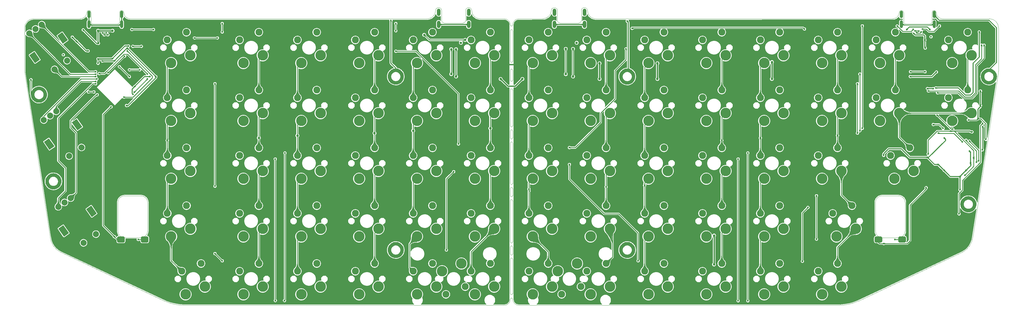
<source format=gbr>
G04 #@! TF.GenerationSoftware,KiCad,Pcbnew,(5.1.5-0-10_14)*
G04 #@! TF.CreationDate,2020-08-05T00:20:44-07:00*
G04 #@! TF.ProjectId,basis_combined_PROTON,62617369-735f-4636-9f6d-62696e65645f,rev?*
G04 #@! TF.SameCoordinates,Original*
G04 #@! TF.FileFunction,Copper,L1,Top*
G04 #@! TF.FilePolarity,Positive*
%FSLAX46Y46*%
G04 Gerber Fmt 4.6, Leading zero omitted, Abs format (unit mm)*
G04 Created by KiCad (PCBNEW (5.1.5-0-10_14)) date 2020-08-05 00:20:44*
%MOMM*%
%LPD*%
G04 APERTURE LIST*
%ADD10C,0.100000*%
%ADD11C,0.120000*%
%ADD12C,2.000000*%
%ADD13C,2.286000*%
%ADD14C,3.470000*%
%ADD15O,1.100000X2.400000*%
%ADD16O,1.000000X2.550000*%
%ADD17O,1.200000X2.400000*%
%ADD18C,0.750000*%
%ADD19C,0.600000*%
%ADD20C,0.800000*%
%ADD21C,0.250000*%
%ADD22C,0.254000*%
%ADD23C,0.375000*%
%ADD24C,0.381000*%
%ADD25C,0.127000*%
%ADD26C,0.025400*%
G04 APERTURE END LIST*
D10*
X-123824375Y-116507500D02*
G75*
G02X-120824375Y-113507500I3000000J0D01*
G01*
X193855625Y-113507500D02*
G75*
G02X196855625Y-116507500I0J-3000000D01*
G01*
X144055625Y-207957499D02*
G75*
G03X150814190Y-206469023I28566J15958475D01*
G01*
X-71044375Y-207957499D02*
G75*
G02X-77802940Y-206469023I-28566J15958475D01*
G01*
X-123824375Y-130787500D02*
G75*
G03X-123788921Y-131207500I2505453J-1D01*
G01*
X196845625Y-130807500D02*
G75*
G02X196810171Y-131227500I-2505453J-1D01*
G01*
X184953082Y-190431995D02*
G75*
G03X188415624Y-185387499I-2817457J5644495D01*
G01*
X-111934375Y-190427500D02*
G75*
G02X-115396917Y-185383004I2817457J5644495D01*
G01*
X-89079308Y-113534373D02*
G75*
G02X-91119308Y-111494373I0J2040000D01*
G01*
X-103332251Y-111461252D02*
G75*
G02X-105372251Y-113501252I-2040000J0D01*
G01*
X-92559375Y-111484375D02*
G75*
G02X-91119308Y-111494373I720068J1D01*
G01*
X-103332251Y-111461252D02*
G75*
G02X-101909375Y-111484375I711626J1D01*
G01*
X178415624Y-113537498D02*
G75*
G02X176375624Y-111497498I0J2040000D01*
G01*
X164144306Y-111474377D02*
G75*
G02X162104306Y-113514377I-2040000J0D01*
G01*
X174935564Y-111484380D02*
G75*
G02X176375624Y-111497498I720061J-3119D01*
G01*
X164144306Y-111474377D02*
G75*
G02X165584375Y-111484375I720069J1D01*
G01*
X64215625Y-113537500D02*
G75*
G02X61515625Y-110837500I0J2700000D01*
G01*
X49623602Y-110727275D02*
G75*
G02X46823602Y-113527275I-2800000J0D01*
G01*
X59516865Y-110787718D02*
G75*
G02X61515625Y-110837500I998760J-49782D01*
G01*
X49623602Y-110727275D02*
G75*
G02X51612500Y-110787500I992023J-110225D01*
G01*
X26115625Y-113537500D02*
G75*
G02X23415625Y-110837500I0J2700000D01*
G01*
X11515625Y-110837500D02*
G75*
G02X8815625Y-113537500I-2700000J0D01*
G01*
X11517497Y-110837500D02*
G75*
G02X13512500Y-110787500I998128J0D01*
G01*
X21416865Y-110787718D02*
G75*
G02X23415625Y-110837500I998760J-49782D01*
G01*
X36915625Y-115537500D02*
G75*
G02X38915625Y-113537500I2000000J0D01*
G01*
X34115625Y-113537500D02*
G75*
G02X36115625Y-115537500I0J-2000000D01*
G01*
X38915625Y-207937500D02*
G75*
G02X36915625Y-205937500I0J2000000D01*
G01*
X36115625Y-205937500D02*
G75*
G02X34115625Y-207937500I-2000000J0D01*
G01*
X36115625Y-205937500D02*
G75*
G02X36915625Y-205937500I400000J0D01*
G01*
X36915625Y-115537500D02*
G75*
G02X36115625Y-115537500I-400000J0D01*
G01*
X150814190Y-206469023D02*
X184953082Y-190431995D01*
X8815625Y-113537500D02*
X-89079308Y-113534373D01*
X-105372251Y-113501252D02*
X-118268750Y-113506250D01*
X36900000Y-204000000D02*
G75*
G02X36100000Y-204000000I-400000J0D01*
G01*
X36100000Y-192750000D02*
G75*
G02X36900000Y-192750000I400000J0D01*
G01*
X36900000Y-191000000D02*
G75*
G02X36100000Y-191000000I-400000J0D01*
G01*
X36100000Y-188750000D02*
G75*
G02X36900000Y-188750000I400000J0D01*
G01*
X36900000Y-187000000D02*
G75*
G02X36100000Y-187000000I-400000J0D01*
G01*
X36100000Y-173500000D02*
G75*
G02X36900000Y-173500000I400000J0D01*
G01*
X36900000Y-171750000D02*
G75*
G02X36100000Y-171750000I-400000J0D01*
G01*
X36100000Y-169500000D02*
G75*
G02X36900000Y-169500000I400000J0D01*
G01*
X36900000Y-167750000D02*
G75*
G02X36100000Y-167750000I-400000J0D01*
G01*
X36100000Y-154500000D02*
G75*
G02X36900000Y-154500000I400000J0D01*
G01*
X36900000Y-152750000D02*
G75*
G02X36100000Y-152750000I-400000J0D01*
G01*
X36100000Y-150500000D02*
G75*
G02X36900000Y-150500000I400000J0D01*
G01*
X36900000Y-148750000D02*
G75*
G02X36100000Y-148750000I-400000J0D01*
G01*
X36100000Y-137000000D02*
G75*
G02X36900000Y-137000000I400000J0D01*
G01*
X36900000Y-133750000D02*
G75*
G02X36100000Y-133750000I-400000J0D01*
G01*
X36100000Y-130500000D02*
G75*
G02X36900000Y-130500000I400000J0D01*
G01*
X36900000Y-127500000D02*
G75*
G02X36100000Y-127500000I-400000J0D01*
G01*
X36100000Y-117500000D02*
G75*
G02X36900000Y-117500000I400000J0D01*
G01*
X36100000Y-133750000D02*
X36100000Y-130500000D01*
X36900000Y-130500000D02*
X36900000Y-133750000D01*
X36100000Y-152750000D02*
X36100000Y-150500000D01*
X36900000Y-150500000D02*
X36900000Y-152750000D01*
X36100000Y-171750000D02*
X36100000Y-169500000D01*
X36900000Y-169500000D02*
X36900000Y-171750000D01*
X36100000Y-191000000D02*
X36100000Y-188750000D01*
X36900000Y-188750000D02*
X36900000Y-191000000D01*
X36900000Y-192750000D02*
X36900000Y-204000000D01*
X36100000Y-204000000D02*
X36100000Y-192750000D01*
X36100000Y-187000000D02*
X36100000Y-173500000D01*
X36900000Y-173500000D02*
X36900000Y-187000000D01*
X36900000Y-167750000D02*
X36900000Y-154500000D01*
X36100000Y-154500000D02*
X36100000Y-167750000D01*
X36100000Y-148750000D02*
X36100000Y-137000000D01*
X36900000Y-137000000D02*
X36900000Y-148750000D01*
X36900000Y-127500000D02*
X36900000Y-117500000D01*
X36100000Y-117500000D02*
X36100000Y-127500000D01*
X26115625Y-113537500D02*
X33337500Y-113537500D01*
X64215625Y-113537500D02*
X162104306Y-113514377D01*
X46823602Y-113527275D02*
X39687500Y-113537500D01*
X178415624Y-113537498D02*
X193855625Y-113507500D01*
X39687500Y-113537500D02*
X38915625Y-113537500D01*
X196855625Y-116507500D02*
X196845625Y-130807500D01*
X196810171Y-131227500D02*
X188415624Y-185387499D01*
X38915625Y-207937500D02*
X144055625Y-207957500D01*
X-77802940Y-206469023D02*
X-111934375Y-190427500D01*
X34115625Y-207937500D02*
X-71044375Y-207957500D01*
X-123788921Y-131207500D02*
X-115396917Y-185383004D01*
X-123824375Y-116507500D02*
X-123824375Y-130787500D01*
X33337500Y-113537500D02*
X34115625Y-113537500D01*
X-118268750Y-113506250D02*
X-120824375Y-113507500D01*
D11*
X166115625Y-174037500D02*
X166115625Y-183437500D01*
X158515625Y-171837500D02*
X163915625Y-171837500D01*
X156315625Y-183437500D02*
X156315625Y-174037500D01*
X163915625Y-185637500D02*
X158515625Y-185637500D01*
X166115625Y-183437500D02*
G75*
G02X163915625Y-185637500I-2200000J0D01*
G01*
X163915625Y-171837500D02*
G75*
G02X166115625Y-174037500I0J-2200000D01*
G01*
X156315625Y-174037500D02*
G75*
G02X158515625Y-171837500I2200000J0D01*
G01*
X158515625Y-185637500D02*
G75*
G02X156315625Y-183437500I0J2200000D01*
G01*
X-83284375Y-174037500D02*
X-83284375Y-183437500D01*
X-90884375Y-171837500D02*
X-85484375Y-171837500D01*
X-93084375Y-183437500D02*
X-93084375Y-174037500D01*
X-85484375Y-185637500D02*
X-90884375Y-185637500D01*
X-83284375Y-183437500D02*
G75*
G02X-85484375Y-185637500I-2200000J0D01*
G01*
X-85484375Y-171837500D02*
G75*
G02X-83284375Y-174037500I0J-2200000D01*
G01*
X-93084375Y-174037500D02*
G75*
G02X-90884375Y-171837500I2200000J0D01*
G01*
X-90884375Y-185637500D02*
G75*
G02X-93084375Y-183437500I0J2200000D01*
G01*
D10*
X-101909375Y-114709375D02*
X-101909375Y-111484375D01*
X-93059375Y-115209375D02*
X-101409375Y-115209375D01*
X-92559375Y-111484375D02*
X-92559375Y-114709375D01*
X-101909375Y-114709375D02*
G75*
G03X-101409375Y-115209375I500000J0D01*
G01*
X-93059375Y-115209375D02*
G75*
G03X-92559375Y-114709375I0J500000D01*
G01*
X165584375Y-114709375D02*
X165584375Y-111484375D01*
X174434375Y-115209375D02*
X166084375Y-115209375D01*
X174934375Y-111484375D02*
X174934375Y-114709375D01*
X165584375Y-114709375D02*
G75*
G03X166084375Y-115209375I500000J0D01*
G01*
X174434375Y-115209375D02*
G75*
G03X174934375Y-114709375I0J500000D01*
G01*
X51612500Y-110787500D02*
X51612500Y-114117500D01*
X52412500Y-114917500D02*
X58712500Y-114917500D01*
X59512500Y-114117500D02*
X59512500Y-110787500D01*
X58712500Y-114917500D02*
G75*
G03X59512500Y-114117500I0J800000D01*
G01*
X51612500Y-114117500D02*
G75*
G03X52412500Y-114917500I800000J0D01*
G01*
X13512500Y-110787500D02*
X13512500Y-114117500D01*
X14312500Y-114917500D02*
X20612500Y-114917500D01*
X21412500Y-114117500D02*
X21412500Y-110787500D01*
X20612500Y-114917500D02*
G75*
G03X21412500Y-114117500I0J800000D01*
G01*
X13512500Y-114117500D02*
G75*
G03X14312500Y-114917500I800000J0D01*
G01*
G04 #@! TA.AperFunction,SMDPad,CuDef*
G36*
X165914634Y-185239908D02*
G01*
X165963170Y-185247107D01*
X166010767Y-185259030D01*
X166056967Y-185275560D01*
X166101323Y-185296539D01*
X166143410Y-185321765D01*
X166182822Y-185350995D01*
X166219178Y-185383947D01*
X166252130Y-185420303D01*
X166281360Y-185459715D01*
X166306586Y-185501802D01*
X166327565Y-185546158D01*
X166344095Y-185592358D01*
X166356018Y-185639955D01*
X166363217Y-185688491D01*
X166365625Y-185737500D01*
X166365625Y-186737500D01*
X166363217Y-186786509D01*
X166356018Y-186835045D01*
X166344095Y-186882642D01*
X166327565Y-186928842D01*
X166306586Y-186973198D01*
X166281360Y-187015285D01*
X166252130Y-187054697D01*
X166219178Y-187091053D01*
X166182822Y-187124005D01*
X166143410Y-187153235D01*
X166101323Y-187178461D01*
X166056967Y-187199440D01*
X166010767Y-187215970D01*
X165963170Y-187227893D01*
X165914634Y-187235092D01*
X165865625Y-187237500D01*
X164365625Y-187237500D01*
X164316616Y-187235092D01*
X164268080Y-187227893D01*
X164220483Y-187215970D01*
X164174283Y-187199440D01*
X164129927Y-187178461D01*
X164087840Y-187153235D01*
X164048428Y-187124005D01*
X164012072Y-187091053D01*
X163979120Y-187054697D01*
X163949890Y-187015285D01*
X163924664Y-186973198D01*
X163903685Y-186928842D01*
X163887155Y-186882642D01*
X163875232Y-186835045D01*
X163868033Y-186786509D01*
X163865625Y-186737500D01*
X163865625Y-185737500D01*
X163868033Y-185688491D01*
X163875232Y-185639955D01*
X163887155Y-185592358D01*
X163903685Y-185546158D01*
X163924664Y-185501802D01*
X163949890Y-185459715D01*
X163979120Y-185420303D01*
X164012072Y-185383947D01*
X164048428Y-185350995D01*
X164087840Y-185321765D01*
X164129927Y-185296539D01*
X164174283Y-185275560D01*
X164220483Y-185259030D01*
X164268080Y-185247107D01*
X164316616Y-185239908D01*
X164365625Y-185237500D01*
X165865625Y-185237500D01*
X165914634Y-185239908D01*
G37*
G04 #@! TD.AperFunction*
G04 #@! TA.AperFunction,SMDPad,CuDef*
G36*
X158114634Y-185239908D02*
G01*
X158163170Y-185247107D01*
X158210767Y-185259030D01*
X158256967Y-185275560D01*
X158301323Y-185296539D01*
X158343410Y-185321765D01*
X158382822Y-185350995D01*
X158419178Y-185383947D01*
X158452130Y-185420303D01*
X158481360Y-185459715D01*
X158506586Y-185501802D01*
X158527565Y-185546158D01*
X158544095Y-185592358D01*
X158556018Y-185639955D01*
X158563217Y-185688491D01*
X158565625Y-185737500D01*
X158565625Y-186737500D01*
X158563217Y-186786509D01*
X158556018Y-186835045D01*
X158544095Y-186882642D01*
X158527565Y-186928842D01*
X158506586Y-186973198D01*
X158481360Y-187015285D01*
X158452130Y-187054697D01*
X158419178Y-187091053D01*
X158382822Y-187124005D01*
X158343410Y-187153235D01*
X158301323Y-187178461D01*
X158256967Y-187199440D01*
X158210767Y-187215970D01*
X158163170Y-187227893D01*
X158114634Y-187235092D01*
X158065625Y-187237500D01*
X156565625Y-187237500D01*
X156516616Y-187235092D01*
X156468080Y-187227893D01*
X156420483Y-187215970D01*
X156374283Y-187199440D01*
X156329927Y-187178461D01*
X156287840Y-187153235D01*
X156248428Y-187124005D01*
X156212072Y-187091053D01*
X156179120Y-187054697D01*
X156149890Y-187015285D01*
X156124664Y-186973198D01*
X156103685Y-186928842D01*
X156087155Y-186882642D01*
X156075232Y-186835045D01*
X156068033Y-186786509D01*
X156065625Y-186737500D01*
X156065625Y-185737500D01*
X156068033Y-185688491D01*
X156075232Y-185639955D01*
X156087155Y-185592358D01*
X156103685Y-185546158D01*
X156124664Y-185501802D01*
X156149890Y-185459715D01*
X156179120Y-185420303D01*
X156212072Y-185383947D01*
X156248428Y-185350995D01*
X156287840Y-185321765D01*
X156329927Y-185296539D01*
X156374283Y-185275560D01*
X156420483Y-185259030D01*
X156468080Y-185247107D01*
X156516616Y-185239908D01*
X156565625Y-185237500D01*
X158065625Y-185237500D01*
X158114634Y-185239908D01*
G37*
G04 #@! TD.AperFunction*
G04 #@! TA.AperFunction,SMDPad,CuDef*
G36*
X-83485366Y-185239908D02*
G01*
X-83436830Y-185247107D01*
X-83389233Y-185259030D01*
X-83343033Y-185275560D01*
X-83298677Y-185296539D01*
X-83256590Y-185321765D01*
X-83217178Y-185350995D01*
X-83180822Y-185383947D01*
X-83147870Y-185420303D01*
X-83118640Y-185459715D01*
X-83093414Y-185501802D01*
X-83072435Y-185546158D01*
X-83055905Y-185592358D01*
X-83043982Y-185639955D01*
X-83036783Y-185688491D01*
X-83034375Y-185737500D01*
X-83034375Y-186737500D01*
X-83036783Y-186786509D01*
X-83043982Y-186835045D01*
X-83055905Y-186882642D01*
X-83072435Y-186928842D01*
X-83093414Y-186973198D01*
X-83118640Y-187015285D01*
X-83147870Y-187054697D01*
X-83180822Y-187091053D01*
X-83217178Y-187124005D01*
X-83256590Y-187153235D01*
X-83298677Y-187178461D01*
X-83343033Y-187199440D01*
X-83389233Y-187215970D01*
X-83436830Y-187227893D01*
X-83485366Y-187235092D01*
X-83534375Y-187237500D01*
X-85034375Y-187237500D01*
X-85083384Y-187235092D01*
X-85131920Y-187227893D01*
X-85179517Y-187215970D01*
X-85225717Y-187199440D01*
X-85270073Y-187178461D01*
X-85312160Y-187153235D01*
X-85351572Y-187124005D01*
X-85387928Y-187091053D01*
X-85420880Y-187054697D01*
X-85450110Y-187015285D01*
X-85475336Y-186973198D01*
X-85496315Y-186928842D01*
X-85512845Y-186882642D01*
X-85524768Y-186835045D01*
X-85531967Y-186786509D01*
X-85534375Y-186737500D01*
X-85534375Y-185737500D01*
X-85531967Y-185688491D01*
X-85524768Y-185639955D01*
X-85512845Y-185592358D01*
X-85496315Y-185546158D01*
X-85475336Y-185501802D01*
X-85450110Y-185459715D01*
X-85420880Y-185420303D01*
X-85387928Y-185383947D01*
X-85351572Y-185350995D01*
X-85312160Y-185321765D01*
X-85270073Y-185296539D01*
X-85225717Y-185275560D01*
X-85179517Y-185259030D01*
X-85131920Y-185247107D01*
X-85083384Y-185239908D01*
X-85034375Y-185237500D01*
X-83534375Y-185237500D01*
X-83485366Y-185239908D01*
G37*
G04 #@! TD.AperFunction*
G04 #@! TA.AperFunction,SMDPad,CuDef*
G36*
X-91285366Y-185239908D02*
G01*
X-91236830Y-185247107D01*
X-91189233Y-185259030D01*
X-91143033Y-185275560D01*
X-91098677Y-185296539D01*
X-91056590Y-185321765D01*
X-91017178Y-185350995D01*
X-90980822Y-185383947D01*
X-90947870Y-185420303D01*
X-90918640Y-185459715D01*
X-90893414Y-185501802D01*
X-90872435Y-185546158D01*
X-90855905Y-185592358D01*
X-90843982Y-185639955D01*
X-90836783Y-185688491D01*
X-90834375Y-185737500D01*
X-90834375Y-186737500D01*
X-90836783Y-186786509D01*
X-90843982Y-186835045D01*
X-90855905Y-186882642D01*
X-90872435Y-186928842D01*
X-90893414Y-186973198D01*
X-90918640Y-187015285D01*
X-90947870Y-187054697D01*
X-90980822Y-187091053D01*
X-91017178Y-187124005D01*
X-91056590Y-187153235D01*
X-91098677Y-187178461D01*
X-91143033Y-187199440D01*
X-91189233Y-187215970D01*
X-91236830Y-187227893D01*
X-91285366Y-187235092D01*
X-91334375Y-187237500D01*
X-92834375Y-187237500D01*
X-92883384Y-187235092D01*
X-92931920Y-187227893D01*
X-92979517Y-187215970D01*
X-93025717Y-187199440D01*
X-93070073Y-187178461D01*
X-93112160Y-187153235D01*
X-93151572Y-187124005D01*
X-93187928Y-187091053D01*
X-93220880Y-187054697D01*
X-93250110Y-187015285D01*
X-93275336Y-186973198D01*
X-93296315Y-186928842D01*
X-93312845Y-186882642D01*
X-93324768Y-186835045D01*
X-93331967Y-186786509D01*
X-93334375Y-186737500D01*
X-93334375Y-185737500D01*
X-93331967Y-185688491D01*
X-93324768Y-185639955D01*
X-93312845Y-185592358D01*
X-93296315Y-185546158D01*
X-93275336Y-185501802D01*
X-93250110Y-185459715D01*
X-93220880Y-185420303D01*
X-93187928Y-185383947D01*
X-93151572Y-185350995D01*
X-93112160Y-185321765D01*
X-93070073Y-185296539D01*
X-93025717Y-185275560D01*
X-92979517Y-185259030D01*
X-92931920Y-185247107D01*
X-92883384Y-185239908D01*
X-92834375Y-185237500D01*
X-91334375Y-185237500D01*
X-91285366Y-185239908D01*
G37*
G04 #@! TD.AperFunction*
D12*
X-108616443Y-172603669D03*
X-110664323Y-174037610D03*
X-112712203Y-175471551D03*
G04 #@! TA.AperFunction,ComponentPad*
D10*
G36*
X-103512123Y-176232155D02*
G01*
X-101873819Y-175085002D01*
X-100038375Y-177706289D01*
X-101676679Y-178853442D01*
X-103512123Y-176232155D01*
G37*
G04 #@! TD.AperFunction*
G04 #@! TA.AperFunction,ComponentPad*
G36*
X-112686625Y-182656211D02*
G01*
X-111048321Y-181509058D01*
X-109212877Y-184130345D01*
X-110851181Y-185277498D01*
X-112686625Y-182656211D01*
G37*
G04 #@! TD.AperFunction*
D12*
X-100299585Y-184481373D03*
X-104395345Y-187349255D03*
D13*
X-76835000Y-177641250D03*
X-70485000Y-175101250D03*
D14*
X-69215000Y-182721250D03*
X-75565000Y-185261250D03*
D13*
X59372500Y-201771250D03*
X53022500Y-204311250D03*
D14*
X51752500Y-196691250D03*
X58102500Y-194151250D03*
D13*
X-14922500Y-120491250D03*
X-8572500Y-117951250D03*
D14*
X-7302500Y-125571250D03*
X-13652500Y-128111250D03*
D13*
X161290000Y-158591250D03*
X167640000Y-156051250D03*
D14*
X168910000Y-163671250D03*
X162560000Y-166211250D03*
D13*
X180340000Y-139541250D03*
X186690000Y-137001250D03*
D14*
X187960000Y-144621250D03*
X181610000Y-147161250D03*
D13*
X180340000Y-120491250D03*
X186690000Y-117951250D03*
D14*
X187960000Y-125571250D03*
X181610000Y-128111250D03*
D13*
X142240000Y-177641250D03*
X148590000Y-175101250D03*
D14*
X149860000Y-182721250D03*
X143510000Y-185261250D03*
D13*
X118427500Y-120491250D03*
X124777500Y-117951250D03*
D14*
X126047500Y-125571250D03*
X119697500Y-128111250D03*
D13*
X99377500Y-177641250D03*
X105727500Y-175101250D03*
D14*
X106997500Y-182721250D03*
X100647500Y-185261250D03*
D13*
X80327500Y-177641250D03*
X86677500Y-175101250D03*
D14*
X87947500Y-182721250D03*
X81597500Y-185261250D03*
D13*
X42227500Y-120491250D03*
X48577500Y-117951250D03*
D14*
X49847500Y-125571250D03*
X43497500Y-128111250D03*
D13*
X61277500Y-120491250D03*
X67627500Y-117951250D03*
D14*
X68897500Y-125571250D03*
X62547500Y-128111250D03*
D13*
X80327500Y-120491250D03*
X86677500Y-117951250D03*
D14*
X87947500Y-125571250D03*
X81597500Y-128111250D03*
D13*
X99377500Y-120491250D03*
X105727500Y-117951250D03*
D14*
X106997500Y-125571250D03*
X100647500Y-128111250D03*
D13*
X137477500Y-158591250D03*
X143827500Y-156051250D03*
D14*
X145097500Y-163671250D03*
X138747500Y-166211250D03*
D13*
X118427500Y-177641250D03*
X124777500Y-175101250D03*
D14*
X126047500Y-182721250D03*
X119697500Y-185261250D03*
D13*
X118427500Y-158591250D03*
X124777500Y-156051250D03*
D14*
X126047500Y-163671250D03*
X119697500Y-166211250D03*
D13*
X156527500Y-139541250D03*
X162877500Y-137001250D03*
D14*
X164147500Y-144621250D03*
X157797500Y-147161250D03*
D13*
X137477500Y-120491250D03*
X143827500Y-117951250D03*
D14*
X145097500Y-125571250D03*
X138747500Y-128111250D03*
D13*
X156527500Y-120491250D03*
X162877500Y-117951250D03*
D14*
X164147500Y-125571250D03*
X157797500Y-128111250D03*
D13*
X99377500Y-196691250D03*
X105727500Y-194151250D03*
D14*
X106997500Y-201771250D03*
X100647500Y-204311250D03*
D13*
X42227500Y-158591250D03*
X48577500Y-156051250D03*
D14*
X49847500Y-163671250D03*
X43497500Y-166211250D03*
D13*
X80327500Y-139541250D03*
X86677500Y-137001250D03*
D14*
X87947500Y-144621250D03*
X81597500Y-147161250D03*
D13*
X61277500Y-158591250D03*
X67627500Y-156051250D03*
D14*
X68897500Y-163671250D03*
X62547500Y-166211250D03*
D13*
X80327500Y-158591250D03*
X86677500Y-156051250D03*
D14*
X87947500Y-163671250D03*
X81597500Y-166211250D03*
D13*
X99377500Y-158591250D03*
X105727500Y-156051250D03*
D14*
X106997500Y-163671250D03*
X100647500Y-166211250D03*
D13*
X80327500Y-196691250D03*
X86677500Y-194151250D03*
D14*
X87947500Y-201771250D03*
X81597500Y-204311250D03*
D13*
X61277500Y-177641250D03*
X67627500Y-175101250D03*
D14*
X68897500Y-182721250D03*
X62547500Y-185261250D03*
D13*
X42227500Y-177641250D03*
X48577500Y-175101250D03*
D14*
X49847500Y-182721250D03*
X43497500Y-185261250D03*
D13*
X99377500Y-139541250D03*
X105727500Y-137001250D03*
D14*
X106997500Y-144621250D03*
X100647500Y-147161250D03*
D13*
X118427500Y-139541250D03*
X124777500Y-137001250D03*
D14*
X126047500Y-144621250D03*
X119697500Y-147161250D03*
D13*
X137477500Y-196691250D03*
X143827500Y-194151250D03*
D14*
X145097500Y-201771250D03*
X138747500Y-204311250D03*
D13*
X42227500Y-196691250D03*
X48577500Y-194151250D03*
D14*
X49847500Y-201771250D03*
X43497500Y-204311250D03*
D13*
X61277500Y-196691250D03*
X67627500Y-194151250D03*
D14*
X68897500Y-201771250D03*
X62547500Y-204311250D03*
D13*
X61277500Y-139541250D03*
X67627500Y-137001250D03*
D14*
X68897500Y-144621250D03*
X62547500Y-147161250D03*
D13*
X118427500Y-196691250D03*
X124777500Y-194151250D03*
D14*
X126047500Y-201771250D03*
X119697500Y-204311250D03*
D13*
X42227500Y-139541250D03*
X48577500Y-137001250D03*
D14*
X49847500Y-144621250D03*
X43497500Y-147161250D03*
D13*
X23177500Y-177641250D03*
X29527500Y-175101250D03*
D14*
X30797500Y-182721250D03*
X24447500Y-185261250D03*
D13*
X23177500Y-120491250D03*
X29527500Y-117951250D03*
D14*
X30797500Y-125571250D03*
X24447500Y-128111250D03*
D13*
X-76835000Y-139541250D03*
X-70485000Y-137001250D03*
D14*
X-69215000Y-144621250D03*
X-75565000Y-147161250D03*
D13*
X-76835000Y-120491250D03*
X-70485000Y-117951250D03*
D14*
X-69215000Y-125571250D03*
X-75565000Y-128111250D03*
D13*
X-53022500Y-177641250D03*
X-46672500Y-175101250D03*
D14*
X-45402500Y-182721250D03*
X-51752500Y-185261250D03*
D13*
X-33972500Y-177641250D03*
X-27622500Y-175101250D03*
D14*
X-26352500Y-182721250D03*
X-32702500Y-185261250D03*
D13*
X-33972500Y-139541250D03*
X-27622500Y-137001250D03*
D14*
X-26352500Y-144621250D03*
X-32702500Y-147161250D03*
D13*
X4127500Y-177641250D03*
X10477500Y-175101250D03*
D14*
X11747500Y-182721250D03*
X5397500Y-185261250D03*
D13*
X23177500Y-139541250D03*
X29527500Y-137001250D03*
D14*
X30797500Y-144621250D03*
X24447500Y-147161250D03*
D13*
X21272500Y-201771250D03*
X14922500Y-204311250D03*
D14*
X13652500Y-196691250D03*
X20002500Y-194151250D03*
D13*
X23177500Y-196691250D03*
X29527500Y-194151250D03*
D14*
X30797500Y-201771250D03*
X24447500Y-204311250D03*
D13*
X4127500Y-196691250D03*
X10477500Y-194151250D03*
D14*
X11747500Y-201771250D03*
X5397500Y-204311250D03*
D13*
X-33972500Y-158591250D03*
X-27622500Y-156051250D03*
D14*
X-26352500Y-163671250D03*
X-32702500Y-166211250D03*
D13*
X4127500Y-139541250D03*
X10477500Y-137001250D03*
D14*
X11747500Y-144621250D03*
X5397500Y-147161250D03*
D13*
X-53022500Y-139541250D03*
X-46672500Y-137001250D03*
D14*
X-45402500Y-144621250D03*
X-51752500Y-147161250D03*
D13*
X23177500Y-158591250D03*
X29527500Y-156051250D03*
D14*
X30797500Y-163671250D03*
X24447500Y-166211250D03*
D13*
X-72072500Y-196691250D03*
X-65722500Y-194151250D03*
D14*
X-64452500Y-201771250D03*
X-70802500Y-204311250D03*
D13*
X4127500Y-158591250D03*
X10477500Y-156051250D03*
D14*
X11747500Y-163671250D03*
X5397500Y-166211250D03*
D13*
X-14922500Y-139541250D03*
X-8572500Y-137001250D03*
D14*
X-7302500Y-144621250D03*
X-13652500Y-147161250D03*
D13*
X-14922500Y-158591250D03*
X-8572500Y-156051250D03*
D14*
X-7302500Y-163671250D03*
X-13652500Y-166211250D03*
D13*
X-53022500Y-196691250D03*
X-46672500Y-194151250D03*
D14*
X-45402500Y-201771250D03*
X-51752500Y-204311250D03*
D13*
X-14922500Y-196691250D03*
X-8572500Y-194151250D03*
D14*
X-7302500Y-201771250D03*
X-13652500Y-204311250D03*
D13*
X-14922500Y-177641250D03*
X-8572500Y-175101250D03*
D14*
X-7302500Y-182721250D03*
X-13652500Y-185261250D03*
D13*
X-53022500Y-158591250D03*
X-46672500Y-156051250D03*
D14*
X-45402500Y-163671250D03*
X-51752500Y-166211250D03*
D13*
X4127500Y-120491250D03*
X10477500Y-117951250D03*
D14*
X11747500Y-125571250D03*
X5397500Y-128111250D03*
D13*
X-33972500Y-120491250D03*
X-27622500Y-117951250D03*
D14*
X-26352500Y-125571250D03*
X-32702500Y-128111250D03*
D13*
X-33972500Y-196691250D03*
X-27622500Y-194151250D03*
D14*
X-26352500Y-201771250D03*
X-32702500Y-204311250D03*
D13*
X-53022500Y-120491250D03*
X-46672500Y-117951250D03*
D14*
X-45402500Y-125571250D03*
X-51752500Y-128111250D03*
D13*
X-76835000Y-158591250D03*
X-70485000Y-156051250D03*
D14*
X-69215000Y-163671250D03*
X-75565000Y-166211250D03*
D13*
X137477500Y-139541250D03*
X143827500Y-137001250D03*
D14*
X145097500Y-144621250D03*
X138747500Y-147161250D03*
D15*
X-102634375Y-112109375D03*
X-91834375Y-112109375D03*
D16*
X-102634375Y-115339375D03*
X-91834375Y-115339375D03*
D15*
X164859375Y-112109375D03*
X175659375Y-112109375D03*
D16*
X164859375Y-115339375D03*
X175659375Y-115339375D03*
D17*
X60512500Y-111367500D03*
X60512500Y-115367500D03*
X50612500Y-111367500D03*
X50612500Y-115367500D03*
X22412500Y-111367500D03*
X22412500Y-115367500D03*
X12512500Y-111367500D03*
X12512500Y-115367500D03*
D18*
X-114300000Y-165009375D03*
X-116375000Y-167084375D03*
X-114300000Y-169159375D03*
G04 #@! TA.AperFunction,SMDPad,CuDef*
D10*
G36*
X-113911164Y-164463057D02*
G01*
X-113656103Y-164513792D01*
X-113407242Y-164589283D01*
X-113166979Y-164688803D01*
X-112937628Y-164811394D01*
X-112721397Y-164955875D01*
X-112520369Y-165120855D01*
X-112336480Y-165304744D01*
X-112171500Y-165505772D01*
X-112027019Y-165722003D01*
X-111904428Y-165951354D01*
X-111804908Y-166191617D01*
X-111729417Y-166440478D01*
X-111678682Y-166695539D01*
X-111653192Y-166954346D01*
X-111653192Y-167214404D01*
X-111678682Y-167473211D01*
X-111729417Y-167728272D01*
X-111804908Y-167977133D01*
X-111904428Y-168217396D01*
X-112027019Y-168446747D01*
X-112171500Y-168662978D01*
X-112336480Y-168864006D01*
X-112520369Y-169047895D01*
X-112721397Y-169212875D01*
X-112937628Y-169357356D01*
X-113166979Y-169479947D01*
X-113407242Y-169579467D01*
X-113656103Y-169654958D01*
X-113911164Y-169705693D01*
X-114169971Y-169731183D01*
X-114430029Y-169731183D01*
X-114688836Y-169705693D01*
X-114943897Y-169654958D01*
X-115192758Y-169579467D01*
X-115433021Y-169479947D01*
X-115662372Y-169357356D01*
X-115878603Y-169212875D01*
X-116079631Y-169047895D01*
X-116263520Y-168864006D01*
X-116428500Y-168662978D01*
X-116572981Y-168446747D01*
X-116695572Y-168217396D01*
X-116795092Y-167977133D01*
X-116870583Y-167728272D01*
X-116921318Y-167473211D01*
X-116946808Y-167214404D01*
X-116946808Y-167010773D01*
X-115798193Y-167010773D01*
X-115798193Y-167157977D01*
X-115783765Y-167304471D01*
X-115755047Y-167448845D01*
X-115712316Y-167589710D01*
X-115655984Y-167725708D01*
X-115586593Y-167855529D01*
X-115504811Y-167977924D01*
X-115411427Y-168091713D01*
X-115307338Y-168195802D01*
X-115193549Y-168289186D01*
X-115071154Y-168370968D01*
X-114941333Y-168440359D01*
X-114805335Y-168496691D01*
X-114664470Y-168539422D01*
X-114520096Y-168568140D01*
X-114373602Y-168582568D01*
X-114226398Y-168582568D01*
X-114079904Y-168568140D01*
X-113935530Y-168539422D01*
X-113794665Y-168496691D01*
X-113658667Y-168440359D01*
X-113528846Y-168370968D01*
X-113406451Y-168289186D01*
X-113292662Y-168195802D01*
X-113188573Y-168091713D01*
X-113095189Y-167977924D01*
X-113013407Y-167855529D01*
X-112944016Y-167725708D01*
X-112887684Y-167589710D01*
X-112844953Y-167448845D01*
X-112816235Y-167304471D01*
X-112801807Y-167157977D01*
X-112801807Y-167010773D01*
X-112816235Y-166864279D01*
X-112844953Y-166719905D01*
X-112887684Y-166579040D01*
X-112944016Y-166443042D01*
X-113013407Y-166313221D01*
X-113095189Y-166190826D01*
X-113188573Y-166077037D01*
X-113292662Y-165972948D01*
X-113406451Y-165879564D01*
X-113528846Y-165797782D01*
X-113658667Y-165728391D01*
X-113794665Y-165672059D01*
X-113935530Y-165629328D01*
X-114079904Y-165600610D01*
X-114226398Y-165586182D01*
X-114373602Y-165586182D01*
X-114520096Y-165600610D01*
X-114664470Y-165629328D01*
X-114805335Y-165672059D01*
X-114941333Y-165728391D01*
X-115071154Y-165797782D01*
X-115193549Y-165879564D01*
X-115307338Y-165972948D01*
X-115411427Y-166077037D01*
X-115504811Y-166190826D01*
X-115586593Y-166313221D01*
X-115655984Y-166443042D01*
X-115712316Y-166579040D01*
X-115755047Y-166719905D01*
X-115783765Y-166864279D01*
X-115798193Y-167010773D01*
X-116946808Y-167010773D01*
X-116946808Y-166954346D01*
X-116921318Y-166695539D01*
X-116870583Y-166440478D01*
X-116795092Y-166191617D01*
X-116695572Y-165951354D01*
X-116572981Y-165722003D01*
X-116428500Y-165505772D01*
X-116263520Y-165304744D01*
X-116079631Y-165120855D01*
X-115878603Y-164955875D01*
X-115662372Y-164811394D01*
X-115433021Y-164688803D01*
X-115192758Y-164589283D01*
X-114943897Y-164513792D01*
X-114688836Y-164463057D01*
X-114430029Y-164437567D01*
X-114169971Y-164437567D01*
X-113911164Y-164463057D01*
G37*
G04 #@! TD.AperFunction*
G04 #@! TA.AperFunction,SMDPad,CuDef*
G36*
X75001336Y-129934932D02*
G01*
X75256397Y-129985667D01*
X75505258Y-130061158D01*
X75745521Y-130160678D01*
X75974872Y-130283269D01*
X76191103Y-130427750D01*
X76392131Y-130592730D01*
X76576020Y-130776619D01*
X76741000Y-130977647D01*
X76885481Y-131193878D01*
X77008072Y-131423229D01*
X77107592Y-131663492D01*
X77183083Y-131912353D01*
X77233818Y-132167414D01*
X77259308Y-132426221D01*
X77259308Y-132686279D01*
X77233818Y-132945086D01*
X77183083Y-133200147D01*
X77107592Y-133449008D01*
X77008072Y-133689271D01*
X76885481Y-133918622D01*
X76741000Y-134134853D01*
X76576020Y-134335881D01*
X76392131Y-134519770D01*
X76191103Y-134684750D01*
X75974872Y-134829231D01*
X75745521Y-134951822D01*
X75505258Y-135051342D01*
X75256397Y-135126833D01*
X75001336Y-135177568D01*
X74742529Y-135203058D01*
X74482471Y-135203058D01*
X74223664Y-135177568D01*
X73968603Y-135126833D01*
X73719742Y-135051342D01*
X73479479Y-134951822D01*
X73250128Y-134829231D01*
X73033897Y-134684750D01*
X72832869Y-134519770D01*
X72648980Y-134335881D01*
X72484000Y-134134853D01*
X72339519Y-133918622D01*
X72216928Y-133689271D01*
X72117408Y-133449008D01*
X72041917Y-133200147D01*
X71991182Y-132945086D01*
X71965692Y-132686279D01*
X71965692Y-132482648D01*
X73114307Y-132482648D01*
X73114307Y-132629852D01*
X73128735Y-132776346D01*
X73157453Y-132920720D01*
X73200184Y-133061585D01*
X73256516Y-133197583D01*
X73325907Y-133327404D01*
X73407689Y-133449799D01*
X73501073Y-133563588D01*
X73605162Y-133667677D01*
X73718951Y-133761061D01*
X73841346Y-133842843D01*
X73971167Y-133912234D01*
X74107165Y-133968566D01*
X74248030Y-134011297D01*
X74392404Y-134040015D01*
X74538898Y-134054443D01*
X74686102Y-134054443D01*
X74832596Y-134040015D01*
X74976970Y-134011297D01*
X75117835Y-133968566D01*
X75253833Y-133912234D01*
X75383654Y-133842843D01*
X75506049Y-133761061D01*
X75619838Y-133667677D01*
X75723927Y-133563588D01*
X75817311Y-133449799D01*
X75899093Y-133327404D01*
X75968484Y-133197583D01*
X76024816Y-133061585D01*
X76067547Y-132920720D01*
X76096265Y-132776346D01*
X76110693Y-132629852D01*
X76110693Y-132482648D01*
X76096265Y-132336154D01*
X76067547Y-132191780D01*
X76024816Y-132050915D01*
X75968484Y-131914917D01*
X75899093Y-131785096D01*
X75817311Y-131662701D01*
X75723927Y-131548912D01*
X75619838Y-131444823D01*
X75506049Y-131351439D01*
X75383654Y-131269657D01*
X75253833Y-131200266D01*
X75117835Y-131143934D01*
X74976970Y-131101203D01*
X74832596Y-131072485D01*
X74686102Y-131058057D01*
X74538898Y-131058057D01*
X74392404Y-131072485D01*
X74248030Y-131101203D01*
X74107165Y-131143934D01*
X73971167Y-131200266D01*
X73841346Y-131269657D01*
X73718951Y-131351439D01*
X73605162Y-131444823D01*
X73501073Y-131548912D01*
X73407689Y-131662701D01*
X73325907Y-131785096D01*
X73256516Y-131914917D01*
X73200184Y-132050915D01*
X73157453Y-132191780D01*
X73128735Y-132336154D01*
X73114307Y-132482648D01*
X71965692Y-132482648D01*
X71965692Y-132426221D01*
X71991182Y-132167414D01*
X72041917Y-131912353D01*
X72117408Y-131663492D01*
X72216928Y-131423229D01*
X72339519Y-131193878D01*
X72484000Y-130977647D01*
X72648980Y-130776619D01*
X72832869Y-130592730D01*
X73033897Y-130427750D01*
X73250128Y-130283269D01*
X73479479Y-130160678D01*
X73719742Y-130061158D01*
X73968603Y-129985667D01*
X74223664Y-129934932D01*
X74482471Y-129909442D01*
X74742529Y-129909442D01*
X75001336Y-129934932D01*
G37*
G04 #@! TD.AperFunction*
D18*
X74612500Y-134631250D03*
X72537500Y-132556250D03*
X74612500Y-130481250D03*
G04 #@! TA.AperFunction,SMDPad,CuDef*
D10*
G36*
X-1198664Y-129934932D02*
G01*
X-943603Y-129985667D01*
X-694742Y-130061158D01*
X-454479Y-130160678D01*
X-225128Y-130283269D01*
X-8897Y-130427750D01*
X192131Y-130592730D01*
X376020Y-130776619D01*
X541000Y-130977647D01*
X685481Y-131193878D01*
X808072Y-131423229D01*
X907592Y-131663492D01*
X983083Y-131912353D01*
X1033818Y-132167414D01*
X1059308Y-132426221D01*
X1059308Y-132686279D01*
X1033818Y-132945086D01*
X983083Y-133200147D01*
X907592Y-133449008D01*
X808072Y-133689271D01*
X685481Y-133918622D01*
X541000Y-134134853D01*
X376020Y-134335881D01*
X192131Y-134519770D01*
X-8897Y-134684750D01*
X-225128Y-134829231D01*
X-454479Y-134951822D01*
X-694742Y-135051342D01*
X-943603Y-135126833D01*
X-1198664Y-135177568D01*
X-1457471Y-135203058D01*
X-1717529Y-135203058D01*
X-1976336Y-135177568D01*
X-2231397Y-135126833D01*
X-2480258Y-135051342D01*
X-2720521Y-134951822D01*
X-2949872Y-134829231D01*
X-3166103Y-134684750D01*
X-3367131Y-134519770D01*
X-3551020Y-134335881D01*
X-3716000Y-134134853D01*
X-3860481Y-133918622D01*
X-3983072Y-133689271D01*
X-4082592Y-133449008D01*
X-4158083Y-133200147D01*
X-4208818Y-132945086D01*
X-4234308Y-132686279D01*
X-4234308Y-132482648D01*
X-3085693Y-132482648D01*
X-3085693Y-132629852D01*
X-3071265Y-132776346D01*
X-3042547Y-132920720D01*
X-2999816Y-133061585D01*
X-2943484Y-133197583D01*
X-2874093Y-133327404D01*
X-2792311Y-133449799D01*
X-2698927Y-133563588D01*
X-2594838Y-133667677D01*
X-2481049Y-133761061D01*
X-2358654Y-133842843D01*
X-2228833Y-133912234D01*
X-2092835Y-133968566D01*
X-1951970Y-134011297D01*
X-1807596Y-134040015D01*
X-1661102Y-134054443D01*
X-1513898Y-134054443D01*
X-1367404Y-134040015D01*
X-1223030Y-134011297D01*
X-1082165Y-133968566D01*
X-946167Y-133912234D01*
X-816346Y-133842843D01*
X-693951Y-133761061D01*
X-580162Y-133667677D01*
X-476073Y-133563588D01*
X-382689Y-133449799D01*
X-300907Y-133327404D01*
X-231516Y-133197583D01*
X-175184Y-133061585D01*
X-132453Y-132920720D01*
X-103735Y-132776346D01*
X-89307Y-132629852D01*
X-89307Y-132482648D01*
X-103735Y-132336154D01*
X-132453Y-132191780D01*
X-175184Y-132050915D01*
X-231516Y-131914917D01*
X-300907Y-131785096D01*
X-382689Y-131662701D01*
X-476073Y-131548912D01*
X-580162Y-131444823D01*
X-693951Y-131351439D01*
X-816346Y-131269657D01*
X-946167Y-131200266D01*
X-1082165Y-131143934D01*
X-1223030Y-131101203D01*
X-1367404Y-131072485D01*
X-1513898Y-131058057D01*
X-1661102Y-131058057D01*
X-1807596Y-131072485D01*
X-1951970Y-131101203D01*
X-2092835Y-131143934D01*
X-2228833Y-131200266D01*
X-2358654Y-131269657D01*
X-2481049Y-131351439D01*
X-2594838Y-131444823D01*
X-2698927Y-131548912D01*
X-2792311Y-131662701D01*
X-2874093Y-131785096D01*
X-2943484Y-131914917D01*
X-2999816Y-132050915D01*
X-3042547Y-132191780D01*
X-3071265Y-132336154D01*
X-3085693Y-132482648D01*
X-4234308Y-132482648D01*
X-4234308Y-132426221D01*
X-4208818Y-132167414D01*
X-4158083Y-131912353D01*
X-4082592Y-131663492D01*
X-3983072Y-131423229D01*
X-3860481Y-131193878D01*
X-3716000Y-130977647D01*
X-3551020Y-130776619D01*
X-3367131Y-130592730D01*
X-3166103Y-130427750D01*
X-2949872Y-130283269D01*
X-2720521Y-130160678D01*
X-2480258Y-130061158D01*
X-2231397Y-129985667D01*
X-1976336Y-129934932D01*
X-1717529Y-129909442D01*
X-1457471Y-129909442D01*
X-1198664Y-129934932D01*
G37*
G04 #@! TD.AperFunction*
D18*
X-1587500Y-134631250D03*
X-3662500Y-132556250D03*
X-1587500Y-130481250D03*
X-119062500Y-136434375D03*
X-121137500Y-138509375D03*
X-119062500Y-140584375D03*
G04 #@! TA.AperFunction,SMDPad,CuDef*
D10*
G36*
X-118673664Y-135888057D02*
G01*
X-118418603Y-135938792D01*
X-118169742Y-136014283D01*
X-117929479Y-136113803D01*
X-117700128Y-136236394D01*
X-117483897Y-136380875D01*
X-117282869Y-136545855D01*
X-117098980Y-136729744D01*
X-116934000Y-136930772D01*
X-116789519Y-137147003D01*
X-116666928Y-137376354D01*
X-116567408Y-137616617D01*
X-116491917Y-137865478D01*
X-116441182Y-138120539D01*
X-116415692Y-138379346D01*
X-116415692Y-138639404D01*
X-116441182Y-138898211D01*
X-116491917Y-139153272D01*
X-116567408Y-139402133D01*
X-116666928Y-139642396D01*
X-116789519Y-139871747D01*
X-116934000Y-140087978D01*
X-117098980Y-140289006D01*
X-117282869Y-140472895D01*
X-117483897Y-140637875D01*
X-117700128Y-140782356D01*
X-117929479Y-140904947D01*
X-118169742Y-141004467D01*
X-118418603Y-141079958D01*
X-118673664Y-141130693D01*
X-118932471Y-141156183D01*
X-119192529Y-141156183D01*
X-119451336Y-141130693D01*
X-119706397Y-141079958D01*
X-119955258Y-141004467D01*
X-120195521Y-140904947D01*
X-120424872Y-140782356D01*
X-120641103Y-140637875D01*
X-120842131Y-140472895D01*
X-121026020Y-140289006D01*
X-121191000Y-140087978D01*
X-121335481Y-139871747D01*
X-121458072Y-139642396D01*
X-121557592Y-139402133D01*
X-121633083Y-139153272D01*
X-121683818Y-138898211D01*
X-121709308Y-138639404D01*
X-121709308Y-138435773D01*
X-120560693Y-138435773D01*
X-120560693Y-138582977D01*
X-120546265Y-138729471D01*
X-120517547Y-138873845D01*
X-120474816Y-139014710D01*
X-120418484Y-139150708D01*
X-120349093Y-139280529D01*
X-120267311Y-139402924D01*
X-120173927Y-139516713D01*
X-120069838Y-139620802D01*
X-119956049Y-139714186D01*
X-119833654Y-139795968D01*
X-119703833Y-139865359D01*
X-119567835Y-139921691D01*
X-119426970Y-139964422D01*
X-119282596Y-139993140D01*
X-119136102Y-140007568D01*
X-118988898Y-140007568D01*
X-118842404Y-139993140D01*
X-118698030Y-139964422D01*
X-118557165Y-139921691D01*
X-118421167Y-139865359D01*
X-118291346Y-139795968D01*
X-118168951Y-139714186D01*
X-118055162Y-139620802D01*
X-117951073Y-139516713D01*
X-117857689Y-139402924D01*
X-117775907Y-139280529D01*
X-117706516Y-139150708D01*
X-117650184Y-139014710D01*
X-117607453Y-138873845D01*
X-117578735Y-138729471D01*
X-117564307Y-138582977D01*
X-117564307Y-138435773D01*
X-117578735Y-138289279D01*
X-117607453Y-138144905D01*
X-117650184Y-138004040D01*
X-117706516Y-137868042D01*
X-117775907Y-137738221D01*
X-117857689Y-137615826D01*
X-117951073Y-137502037D01*
X-118055162Y-137397948D01*
X-118168951Y-137304564D01*
X-118291346Y-137222782D01*
X-118421167Y-137153391D01*
X-118557165Y-137097059D01*
X-118698030Y-137054328D01*
X-118842404Y-137025610D01*
X-118988898Y-137011182D01*
X-119136102Y-137011182D01*
X-119282596Y-137025610D01*
X-119426970Y-137054328D01*
X-119567835Y-137097059D01*
X-119703833Y-137153391D01*
X-119833654Y-137222782D01*
X-119956049Y-137304564D01*
X-120069838Y-137397948D01*
X-120173927Y-137502037D01*
X-120267311Y-137615826D01*
X-120349093Y-137738221D01*
X-120418484Y-137868042D01*
X-120474816Y-138004040D01*
X-120517547Y-138144905D01*
X-120546265Y-138289279D01*
X-120560693Y-138435773D01*
X-121709308Y-138435773D01*
X-121709308Y-138379346D01*
X-121683818Y-138120539D01*
X-121633083Y-137865478D01*
X-121557592Y-137616617D01*
X-121458072Y-137376354D01*
X-121335481Y-137147003D01*
X-121191000Y-136930772D01*
X-121026020Y-136729744D01*
X-120842131Y-136545855D01*
X-120641103Y-136380875D01*
X-120424872Y-136236394D01*
X-120195521Y-136113803D01*
X-119955258Y-136014283D01*
X-119706397Y-135938792D01*
X-119451336Y-135888057D01*
X-119192529Y-135862567D01*
X-118932471Y-135862567D01*
X-118673664Y-135888057D01*
G37*
G04 #@! TD.AperFunction*
G04 #@! TA.AperFunction,SMDPad,CuDef*
G36*
X-1198664Y-187084932D02*
G01*
X-943603Y-187135667D01*
X-694742Y-187211158D01*
X-454479Y-187310678D01*
X-225128Y-187433269D01*
X-8897Y-187577750D01*
X192131Y-187742730D01*
X376020Y-187926619D01*
X541000Y-188127647D01*
X685481Y-188343878D01*
X808072Y-188573229D01*
X907592Y-188813492D01*
X983083Y-189062353D01*
X1033818Y-189317414D01*
X1059308Y-189576221D01*
X1059308Y-189836279D01*
X1033818Y-190095086D01*
X983083Y-190350147D01*
X907592Y-190599008D01*
X808072Y-190839271D01*
X685481Y-191068622D01*
X541000Y-191284853D01*
X376020Y-191485881D01*
X192131Y-191669770D01*
X-8897Y-191834750D01*
X-225128Y-191979231D01*
X-454479Y-192101822D01*
X-694742Y-192201342D01*
X-943603Y-192276833D01*
X-1198664Y-192327568D01*
X-1457471Y-192353058D01*
X-1717529Y-192353058D01*
X-1976336Y-192327568D01*
X-2231397Y-192276833D01*
X-2480258Y-192201342D01*
X-2720521Y-192101822D01*
X-2949872Y-191979231D01*
X-3166103Y-191834750D01*
X-3367131Y-191669770D01*
X-3551020Y-191485881D01*
X-3716000Y-191284853D01*
X-3860481Y-191068622D01*
X-3983072Y-190839271D01*
X-4082592Y-190599008D01*
X-4158083Y-190350147D01*
X-4208818Y-190095086D01*
X-4234308Y-189836279D01*
X-4234308Y-189632648D01*
X-3085693Y-189632648D01*
X-3085693Y-189779852D01*
X-3071265Y-189926346D01*
X-3042547Y-190070720D01*
X-2999816Y-190211585D01*
X-2943484Y-190347583D01*
X-2874093Y-190477404D01*
X-2792311Y-190599799D01*
X-2698927Y-190713588D01*
X-2594838Y-190817677D01*
X-2481049Y-190911061D01*
X-2358654Y-190992843D01*
X-2228833Y-191062234D01*
X-2092835Y-191118566D01*
X-1951970Y-191161297D01*
X-1807596Y-191190015D01*
X-1661102Y-191204443D01*
X-1513898Y-191204443D01*
X-1367404Y-191190015D01*
X-1223030Y-191161297D01*
X-1082165Y-191118566D01*
X-946167Y-191062234D01*
X-816346Y-190992843D01*
X-693951Y-190911061D01*
X-580162Y-190817677D01*
X-476073Y-190713588D01*
X-382689Y-190599799D01*
X-300907Y-190477404D01*
X-231516Y-190347583D01*
X-175184Y-190211585D01*
X-132453Y-190070720D01*
X-103735Y-189926346D01*
X-89307Y-189779852D01*
X-89307Y-189632648D01*
X-103735Y-189486154D01*
X-132453Y-189341780D01*
X-175184Y-189200915D01*
X-231516Y-189064917D01*
X-300907Y-188935096D01*
X-382689Y-188812701D01*
X-476073Y-188698912D01*
X-580162Y-188594823D01*
X-693951Y-188501439D01*
X-816346Y-188419657D01*
X-946167Y-188350266D01*
X-1082165Y-188293934D01*
X-1223030Y-188251203D01*
X-1367404Y-188222485D01*
X-1513898Y-188208057D01*
X-1661102Y-188208057D01*
X-1807596Y-188222485D01*
X-1951970Y-188251203D01*
X-2092835Y-188293934D01*
X-2228833Y-188350266D01*
X-2358654Y-188419657D01*
X-2481049Y-188501439D01*
X-2594838Y-188594823D01*
X-2698927Y-188698912D01*
X-2792311Y-188812701D01*
X-2874093Y-188935096D01*
X-2943484Y-189064917D01*
X-2999816Y-189200915D01*
X-3042547Y-189341780D01*
X-3071265Y-189486154D01*
X-3085693Y-189632648D01*
X-4234308Y-189632648D01*
X-4234308Y-189576221D01*
X-4208818Y-189317414D01*
X-4158083Y-189062353D01*
X-4082592Y-188813492D01*
X-3983072Y-188573229D01*
X-3860481Y-188343878D01*
X-3716000Y-188127647D01*
X-3551020Y-187926619D01*
X-3367131Y-187742730D01*
X-3166103Y-187577750D01*
X-2949872Y-187433269D01*
X-2720521Y-187310678D01*
X-2480258Y-187211158D01*
X-2231397Y-187135667D01*
X-1976336Y-187084932D01*
X-1717529Y-187059442D01*
X-1457471Y-187059442D01*
X-1198664Y-187084932D01*
G37*
G04 #@! TD.AperFunction*
D18*
X-1587500Y-191781250D03*
X-3662500Y-189706250D03*
X-1587500Y-187631250D03*
G04 #@! TA.AperFunction,SMDPad,CuDef*
D10*
G36*
X75001336Y-187084932D02*
G01*
X75256397Y-187135667D01*
X75505258Y-187211158D01*
X75745521Y-187310678D01*
X75974872Y-187433269D01*
X76191103Y-187577750D01*
X76392131Y-187742730D01*
X76576020Y-187926619D01*
X76741000Y-188127647D01*
X76885481Y-188343878D01*
X77008072Y-188573229D01*
X77107592Y-188813492D01*
X77183083Y-189062353D01*
X77233818Y-189317414D01*
X77259308Y-189576221D01*
X77259308Y-189836279D01*
X77233818Y-190095086D01*
X77183083Y-190350147D01*
X77107592Y-190599008D01*
X77008072Y-190839271D01*
X76885481Y-191068622D01*
X76741000Y-191284853D01*
X76576020Y-191485881D01*
X76392131Y-191669770D01*
X76191103Y-191834750D01*
X75974872Y-191979231D01*
X75745521Y-192101822D01*
X75505258Y-192201342D01*
X75256397Y-192276833D01*
X75001336Y-192327568D01*
X74742529Y-192353058D01*
X74482471Y-192353058D01*
X74223664Y-192327568D01*
X73968603Y-192276833D01*
X73719742Y-192201342D01*
X73479479Y-192101822D01*
X73250128Y-191979231D01*
X73033897Y-191834750D01*
X72832869Y-191669770D01*
X72648980Y-191485881D01*
X72484000Y-191284853D01*
X72339519Y-191068622D01*
X72216928Y-190839271D01*
X72117408Y-190599008D01*
X72041917Y-190350147D01*
X71991182Y-190095086D01*
X71965692Y-189836279D01*
X71965692Y-189632648D01*
X73114307Y-189632648D01*
X73114307Y-189779852D01*
X73128735Y-189926346D01*
X73157453Y-190070720D01*
X73200184Y-190211585D01*
X73256516Y-190347583D01*
X73325907Y-190477404D01*
X73407689Y-190599799D01*
X73501073Y-190713588D01*
X73605162Y-190817677D01*
X73718951Y-190911061D01*
X73841346Y-190992843D01*
X73971167Y-191062234D01*
X74107165Y-191118566D01*
X74248030Y-191161297D01*
X74392404Y-191190015D01*
X74538898Y-191204443D01*
X74686102Y-191204443D01*
X74832596Y-191190015D01*
X74976970Y-191161297D01*
X75117835Y-191118566D01*
X75253833Y-191062234D01*
X75383654Y-190992843D01*
X75506049Y-190911061D01*
X75619838Y-190817677D01*
X75723927Y-190713588D01*
X75817311Y-190599799D01*
X75899093Y-190477404D01*
X75968484Y-190347583D01*
X76024816Y-190211585D01*
X76067547Y-190070720D01*
X76096265Y-189926346D01*
X76110693Y-189779852D01*
X76110693Y-189632648D01*
X76096265Y-189486154D01*
X76067547Y-189341780D01*
X76024816Y-189200915D01*
X75968484Y-189064917D01*
X75899093Y-188935096D01*
X75817311Y-188812701D01*
X75723927Y-188698912D01*
X75619838Y-188594823D01*
X75506049Y-188501439D01*
X75383654Y-188419657D01*
X75253833Y-188350266D01*
X75117835Y-188293934D01*
X74976970Y-188251203D01*
X74832596Y-188222485D01*
X74686102Y-188208057D01*
X74538898Y-188208057D01*
X74392404Y-188222485D01*
X74248030Y-188251203D01*
X74107165Y-188293934D01*
X73971167Y-188350266D01*
X73841346Y-188419657D01*
X73718951Y-188501439D01*
X73605162Y-188594823D01*
X73501073Y-188698912D01*
X73407689Y-188812701D01*
X73325907Y-188935096D01*
X73256516Y-189064917D01*
X73200184Y-189200915D01*
X73157453Y-189341780D01*
X73128735Y-189486154D01*
X73114307Y-189632648D01*
X71965692Y-189632648D01*
X71965692Y-189576221D01*
X71991182Y-189317414D01*
X72041917Y-189062353D01*
X72117408Y-188813492D01*
X72216928Y-188573229D01*
X72339519Y-188343878D01*
X72484000Y-188127647D01*
X72648980Y-187926619D01*
X72832869Y-187742730D01*
X73033897Y-187577750D01*
X73250128Y-187433269D01*
X73479479Y-187310678D01*
X73719742Y-187211158D01*
X73968603Y-187135667D01*
X74223664Y-187084932D01*
X74482471Y-187059442D01*
X74742529Y-187059442D01*
X75001336Y-187084932D01*
G37*
G04 #@! TD.AperFunction*
D18*
X74612500Y-191781250D03*
X72537500Y-189706250D03*
X74612500Y-187631250D03*
G04 #@! TA.AperFunction,SMDPad,CuDef*
D10*
G36*
X187316961Y-172003682D02*
G01*
X187572022Y-172054417D01*
X187820883Y-172129908D01*
X188061146Y-172229428D01*
X188290497Y-172352019D01*
X188506728Y-172496500D01*
X188707756Y-172661480D01*
X188891645Y-172845369D01*
X189056625Y-173046397D01*
X189201106Y-173262628D01*
X189323697Y-173491979D01*
X189423217Y-173732242D01*
X189498708Y-173981103D01*
X189549443Y-174236164D01*
X189574933Y-174494971D01*
X189574933Y-174755029D01*
X189549443Y-175013836D01*
X189498708Y-175268897D01*
X189423217Y-175517758D01*
X189323697Y-175758021D01*
X189201106Y-175987372D01*
X189056625Y-176203603D01*
X188891645Y-176404631D01*
X188707756Y-176588520D01*
X188506728Y-176753500D01*
X188290497Y-176897981D01*
X188061146Y-177020572D01*
X187820883Y-177120092D01*
X187572022Y-177195583D01*
X187316961Y-177246318D01*
X187058154Y-177271808D01*
X186798096Y-177271808D01*
X186539289Y-177246318D01*
X186284228Y-177195583D01*
X186035367Y-177120092D01*
X185795104Y-177020572D01*
X185565753Y-176897981D01*
X185349522Y-176753500D01*
X185148494Y-176588520D01*
X184964605Y-176404631D01*
X184799625Y-176203603D01*
X184655144Y-175987372D01*
X184532553Y-175758021D01*
X184433033Y-175517758D01*
X184357542Y-175268897D01*
X184306807Y-175013836D01*
X184281317Y-174755029D01*
X184281317Y-174551398D01*
X185429932Y-174551398D01*
X185429932Y-174698602D01*
X185444360Y-174845096D01*
X185473078Y-174989470D01*
X185515809Y-175130335D01*
X185572141Y-175266333D01*
X185641532Y-175396154D01*
X185723314Y-175518549D01*
X185816698Y-175632338D01*
X185920787Y-175736427D01*
X186034576Y-175829811D01*
X186156971Y-175911593D01*
X186286792Y-175980984D01*
X186422790Y-176037316D01*
X186563655Y-176080047D01*
X186708029Y-176108765D01*
X186854523Y-176123193D01*
X187001727Y-176123193D01*
X187148221Y-176108765D01*
X187292595Y-176080047D01*
X187433460Y-176037316D01*
X187569458Y-175980984D01*
X187699279Y-175911593D01*
X187821674Y-175829811D01*
X187935463Y-175736427D01*
X188039552Y-175632338D01*
X188132936Y-175518549D01*
X188214718Y-175396154D01*
X188284109Y-175266333D01*
X188340441Y-175130335D01*
X188383172Y-174989470D01*
X188411890Y-174845096D01*
X188426318Y-174698602D01*
X188426318Y-174551398D01*
X188411890Y-174404904D01*
X188383172Y-174260530D01*
X188340441Y-174119665D01*
X188284109Y-173983667D01*
X188214718Y-173853846D01*
X188132936Y-173731451D01*
X188039552Y-173617662D01*
X187935463Y-173513573D01*
X187821674Y-173420189D01*
X187699279Y-173338407D01*
X187569458Y-173269016D01*
X187433460Y-173212684D01*
X187292595Y-173169953D01*
X187148221Y-173141235D01*
X187001727Y-173126807D01*
X186854523Y-173126807D01*
X186708029Y-173141235D01*
X186563655Y-173169953D01*
X186422790Y-173212684D01*
X186286792Y-173269016D01*
X186156971Y-173338407D01*
X186034576Y-173420189D01*
X185920787Y-173513573D01*
X185816698Y-173617662D01*
X185723314Y-173731451D01*
X185641532Y-173853846D01*
X185572141Y-173983667D01*
X185515809Y-174119665D01*
X185473078Y-174260530D01*
X185444360Y-174404904D01*
X185429932Y-174551398D01*
X184281317Y-174551398D01*
X184281317Y-174494971D01*
X184306807Y-174236164D01*
X184357542Y-173981103D01*
X184433033Y-173732242D01*
X184532553Y-173491979D01*
X184655144Y-173262628D01*
X184799625Y-173046397D01*
X184964605Y-172845369D01*
X185148494Y-172661480D01*
X185349522Y-172496500D01*
X185565753Y-172352019D01*
X185795104Y-172229428D01*
X186035367Y-172129908D01*
X186284228Y-172054417D01*
X186539289Y-172003682D01*
X186798096Y-171978192D01*
X187058154Y-171978192D01*
X187316961Y-172003682D01*
G37*
G04 #@! TD.AperFunction*
D18*
X186928125Y-176700000D03*
X184853125Y-174625000D03*
X186928125Y-172550000D03*
G04 #@! TA.AperFunction,SMDPad,CuDef*
D10*
G36*
X194063836Y-129934932D02*
G01*
X194318897Y-129985667D01*
X194567758Y-130061158D01*
X194808021Y-130160678D01*
X195037372Y-130283269D01*
X195253603Y-130427750D01*
X195454631Y-130592730D01*
X195638520Y-130776619D01*
X195803500Y-130977647D01*
X195947981Y-131193878D01*
X196070572Y-131423229D01*
X196170092Y-131663492D01*
X196245583Y-131912353D01*
X196296318Y-132167414D01*
X196321808Y-132426221D01*
X196321808Y-132686279D01*
X196296318Y-132945086D01*
X196245583Y-133200147D01*
X196170092Y-133449008D01*
X196070572Y-133689271D01*
X195947981Y-133918622D01*
X195803500Y-134134853D01*
X195638520Y-134335881D01*
X195454631Y-134519770D01*
X195253603Y-134684750D01*
X195037372Y-134829231D01*
X194808021Y-134951822D01*
X194567758Y-135051342D01*
X194318897Y-135126833D01*
X194063836Y-135177568D01*
X193805029Y-135203058D01*
X193544971Y-135203058D01*
X193286164Y-135177568D01*
X193031103Y-135126833D01*
X192782242Y-135051342D01*
X192541979Y-134951822D01*
X192312628Y-134829231D01*
X192096397Y-134684750D01*
X191895369Y-134519770D01*
X191711480Y-134335881D01*
X191546500Y-134134853D01*
X191402019Y-133918622D01*
X191279428Y-133689271D01*
X191179908Y-133449008D01*
X191104417Y-133200147D01*
X191053682Y-132945086D01*
X191028192Y-132686279D01*
X191028192Y-132482648D01*
X192176807Y-132482648D01*
X192176807Y-132629852D01*
X192191235Y-132776346D01*
X192219953Y-132920720D01*
X192262684Y-133061585D01*
X192319016Y-133197583D01*
X192388407Y-133327404D01*
X192470189Y-133449799D01*
X192563573Y-133563588D01*
X192667662Y-133667677D01*
X192781451Y-133761061D01*
X192903846Y-133842843D01*
X193033667Y-133912234D01*
X193169665Y-133968566D01*
X193310530Y-134011297D01*
X193454904Y-134040015D01*
X193601398Y-134054443D01*
X193748602Y-134054443D01*
X193895096Y-134040015D01*
X194039470Y-134011297D01*
X194180335Y-133968566D01*
X194316333Y-133912234D01*
X194446154Y-133842843D01*
X194568549Y-133761061D01*
X194682338Y-133667677D01*
X194786427Y-133563588D01*
X194879811Y-133449799D01*
X194961593Y-133327404D01*
X195030984Y-133197583D01*
X195087316Y-133061585D01*
X195130047Y-132920720D01*
X195158765Y-132776346D01*
X195173193Y-132629852D01*
X195173193Y-132482648D01*
X195158765Y-132336154D01*
X195130047Y-132191780D01*
X195087316Y-132050915D01*
X195030984Y-131914917D01*
X194961593Y-131785096D01*
X194879811Y-131662701D01*
X194786427Y-131548912D01*
X194682338Y-131444823D01*
X194568549Y-131351439D01*
X194446154Y-131269657D01*
X194316333Y-131200266D01*
X194180335Y-131143934D01*
X194039470Y-131101203D01*
X193895096Y-131072485D01*
X193748602Y-131058057D01*
X193601398Y-131058057D01*
X193454904Y-131072485D01*
X193310530Y-131101203D01*
X193169665Y-131143934D01*
X193033667Y-131200266D01*
X192903846Y-131269657D01*
X192781451Y-131351439D01*
X192667662Y-131444823D01*
X192563573Y-131548912D01*
X192470189Y-131662701D01*
X192388407Y-131785096D01*
X192319016Y-131914917D01*
X192262684Y-132050915D01*
X192219953Y-132191780D01*
X192191235Y-132336154D01*
X192176807Y-132482648D01*
X191028192Y-132482648D01*
X191028192Y-132426221D01*
X191053682Y-132167414D01*
X191104417Y-131912353D01*
X191179908Y-131663492D01*
X191279428Y-131423229D01*
X191402019Y-131193878D01*
X191546500Y-130977647D01*
X191711480Y-130776619D01*
X191895369Y-130592730D01*
X192096397Y-130427750D01*
X192312628Y-130283269D01*
X192541979Y-130160678D01*
X192782242Y-130061158D01*
X193031103Y-129985667D01*
X193286164Y-129934932D01*
X193544971Y-129909442D01*
X193805029Y-129909442D01*
X194063836Y-129934932D01*
G37*
G04 #@! TD.AperFunction*
D18*
X193675000Y-134631250D03*
X191600000Y-132556250D03*
X193675000Y-130481250D03*
D12*
X-118141443Y-115453669D03*
X-120189323Y-116887610D03*
X-122237203Y-118321551D03*
G04 #@! TA.AperFunction,ComponentPad*
D10*
G36*
X-113037123Y-119082155D02*
G01*
X-111398819Y-117935002D01*
X-109563375Y-120556289D01*
X-111201679Y-121703442D01*
X-113037123Y-119082155D01*
G37*
G04 #@! TD.AperFunction*
G04 #@! TA.AperFunction,ComponentPad*
G36*
X-122211625Y-125506211D02*
G01*
X-120573321Y-124359058D01*
X-118737877Y-126980345D01*
X-120376181Y-128127498D01*
X-122211625Y-125506211D01*
G37*
G04 #@! TD.AperFunction*
D12*
X-109824585Y-127331373D03*
X-113920345Y-130199255D03*
X-113378943Y-144028669D03*
X-115426823Y-145462610D03*
X-117474703Y-146896551D03*
G04 #@! TA.AperFunction,ComponentPad*
D10*
G36*
X-108274623Y-147657155D02*
G01*
X-106636319Y-146510002D01*
X-104800875Y-149131289D01*
X-106439179Y-150278442D01*
X-108274623Y-147657155D01*
G37*
G04 #@! TD.AperFunction*
G04 #@! TA.AperFunction,ComponentPad*
G36*
X-117449125Y-154081211D02*
G01*
X-115810821Y-152934058D01*
X-113975377Y-155555345D01*
X-115613681Y-156702498D01*
X-117449125Y-154081211D01*
G37*
G04 #@! TD.AperFunction*
D12*
X-105062085Y-155906373D03*
X-109157845Y-158774255D03*
D19*
X-61118750Y-134937500D03*
X-61118750Y-168671851D03*
D20*
X21245625Y-120487500D03*
X7765625Y-118847500D03*
X-46672500Y-152796875D03*
X-33972488Y-152003125D03*
X-8594375Y-151209375D03*
X4127500Y-150415625D03*
X29527500Y-149621875D03*
D19*
X-76835000Y-153590625D03*
X-100409375Y-130968750D03*
X190103125Y-146446875D03*
X190896875Y-137318750D03*
X190896875Y-142081250D03*
D20*
X122237500Y-133350000D03*
X122237500Y-127793750D03*
X84534375Y-133350000D03*
X65476524Y-133357851D03*
X84534375Y-128190625D03*
X65484375Y-128190625D03*
X103187500Y-184943750D03*
X103187500Y-194468750D03*
X32940625Y-133350000D03*
X40084375Y-133350000D03*
X19843750Y-121443750D03*
X57943750Y-121443750D03*
D19*
X-99604375Y-126737500D03*
X-94973758Y-126723758D03*
X-89584375Y-122497500D03*
X174625000Y-119459375D03*
X-58737500Y-193278125D03*
X187611181Y-161020556D03*
X187325000Y-157162500D03*
X177006250Y-161528125D03*
X184150000Y-165496875D03*
X186134375Y-163512500D03*
X184150000Y-169862500D03*
X178990625Y-152796875D03*
X175365611Y-136541939D03*
X173434375Y-136525000D03*
X-61118760Y-190896875D03*
X-58737500Y-117871875D03*
X-58737500Y-115093750D03*
X-1587500Y-117475000D03*
X-1587500Y-115093750D03*
X-88503125Y-117078125D03*
X-81359375Y-117078125D03*
X166607315Y-117078125D03*
X174243509Y-117062738D03*
X-87709375Y-137715625D03*
X-83343750Y-133350000D03*
X178593750Y-149621875D03*
X175365611Y-148378111D03*
X-102894375Y-124107500D03*
X-106644375Y-121007500D03*
X-111034375Y-125387500D03*
X-108094375Y-119577500D03*
X159025625Y-158507500D03*
X173434375Y-159146875D03*
X192672566Y-153254443D03*
X178990625Y-163512500D03*
X-99615625Y-128190625D03*
X-60325000Y-119856250D03*
X-67865603Y-119856250D03*
X186928125Y-146843750D03*
X-100984375Y-137637500D03*
X-102784375Y-137637500D03*
X-100409370Y-131768761D03*
X-100396653Y-132568672D03*
X-100409375Y-134143750D03*
X-100012500Y-133350000D03*
X-99894375Y-138571843D03*
X-100409375Y-134943753D03*
X185340625Y-145653125D03*
X184546875Y-171846875D03*
D20*
X40084375Y-130968750D03*
X32940625Y-130968750D03*
X15081250Y-121443750D03*
X53181250Y-121443750D03*
D19*
X-57150000Y-125412500D03*
X0Y-125412500D03*
X19050000Y-163909375D03*
X0Y-202009375D03*
X76200000Y-125809375D03*
X57150000Y-163909375D03*
X76200000Y-202009375D03*
X127396875Y-193675000D03*
X127396875Y-117827500D03*
X176985625Y-133547500D03*
X173434375Y-129778125D03*
X-110331250Y-136921875D03*
X-103981250Y-122634375D03*
X-111918750Y-125021875D03*
X-57943750Y-202803125D03*
X-110728125Y-176609375D03*
X180975000Y-175021875D03*
X182959375Y-171846875D03*
X186531250Y-140890625D03*
X-38984375Y-162837500D03*
X108315625Y-155737500D03*
X-79784375Y-124437500D03*
X132215625Y-126437500D03*
X152003125Y-115887500D03*
X152003125Y-149621875D03*
X150415625Y-134937500D03*
X150415625Y-151209375D03*
X186179442Y-153545558D03*
X189616973Y-160796995D03*
X187273768Y-153846134D03*
X136921875Y-186134375D03*
X136921439Y-171846875D03*
X190271865Y-160337500D03*
X118427500Y-152795625D03*
X105727500Y-153589375D03*
X80327503Y-168433747D03*
X42227500Y-169624375D03*
X67627500Y-168909998D03*
X143827500Y-151989375D03*
D20*
X-99615625Y-117475000D03*
X-94853125Y-117475000D03*
D19*
X-104484375Y-117177498D03*
X-99484375Y-121637500D03*
X171825625Y-116907500D03*
X177403125Y-115887500D03*
X168781622Y-116981486D03*
X163489130Y-115910864D03*
D20*
X56753125Y-123428125D03*
X56753125Y-132556250D03*
X18256250Y-132556250D03*
X18240000Y-123570000D03*
D19*
X-98253875Y-127428000D03*
X-87604375Y-135887500D03*
X-94254875Y-127428000D03*
X-89958221Y-123204777D03*
X-90244375Y-142117500D03*
X181145625Y-150547500D03*
X173685625Y-158047500D03*
X167795625Y-132557500D03*
X176395625Y-131067500D03*
X185737500Y-165100002D03*
X176212500Y-136296875D03*
X190500000Y-117871875D03*
X188118750Y-150812500D03*
X188684365Y-159347500D03*
X-82550000Y-132556250D03*
X-80586187Y-132576810D03*
X-88100503Y-138413494D03*
X-89994936Y-124140334D03*
X-85354375Y-122607500D03*
X-88164364Y-122613261D03*
X-91084375Y-139337500D03*
X-95344375Y-142567500D03*
X-94259375Y-185312500D03*
D20*
X16668750Y-131762500D03*
X16670000Y-123580000D03*
X54371875Y-123428125D03*
X54371875Y-131762500D03*
D19*
X151209375Y-131762500D03*
X151209375Y-150415625D03*
X-83343750Y-131762500D03*
X-99218525Y-131593760D03*
X-90874375Y-125847500D03*
X-96322603Y-131279628D03*
X132953125Y-116909375D03*
X76200000Y-116681250D03*
X55562500Y-155971875D03*
X74215625Y-123428125D03*
X78184375Y-193278125D03*
X55562500Y-161528125D03*
X111115625Y-159737500D03*
X111115623Y-206437500D03*
X134095625Y-175687500D03*
X132275625Y-193417500D03*
X19050000Y-154781250D03*
X-1587500Y-124221875D03*
X191630625Y-148002500D03*
X183850001Y-177800000D03*
X15081250Y-189706250D03*
X17462500Y-163909375D03*
X-38084375Y-157737500D03*
X-38218126Y-206371251D03*
X-85884375Y-130337500D03*
X-89284375Y-130337500D03*
X74612500Y-114300000D03*
X-3174995Y-114087894D03*
X-121704375Y-133607500D03*
X-96857375Y-118165500D03*
X-98194375Y-118177500D03*
X-97614375Y-118807500D03*
X-96354375Y-118807500D03*
X170634375Y-117601250D03*
X169384375Y-117507500D03*
X169884375Y-118132500D03*
X171384442Y-117879464D03*
X191521875Y-156687500D03*
X191584375Y-149057500D03*
X192093763Y-122237500D03*
X176778115Y-137943760D03*
X181768750Y-149860000D03*
X176645625Y-145256250D03*
X191293750Y-122237506D03*
X173771875Y-137318750D03*
X177075625Y-151237500D03*
X172640625Y-130968750D03*
X167878125Y-130968750D03*
X184932347Y-154066232D03*
X173015625Y-169184364D03*
X159090615Y-187562510D03*
X168945625Y-118307500D03*
X172715625Y-123177500D03*
X172602921Y-120537500D03*
X-86384375Y-186237500D03*
X162715625Y-186237500D03*
X-89291128Y-132600054D03*
X-92584375Y-129337502D03*
X-41284375Y-159737500D03*
X-41250624Y-206371251D03*
X114315625Y-157737500D03*
X114315625Y-206437502D03*
D21*
X-61118750Y-134937500D02*
X-61118750Y-168671851D01*
D22*
X9465625Y-120487500D02*
X21245625Y-120487500D01*
X7765625Y-118847500D02*
X9465625Y-120487500D01*
X-46672500Y-164941250D02*
X-45402500Y-163671250D01*
X-46672500Y-175101250D02*
X-46672500Y-164941250D01*
X-46672500Y-183991250D02*
X-45402500Y-182721250D01*
X-46672500Y-194151250D02*
X-46672500Y-183991250D01*
X-46672500Y-145891250D02*
X-45402500Y-144621250D01*
X-46672500Y-156051250D02*
X-46672500Y-145891250D01*
X-46672500Y-126841250D02*
X-45402500Y-125571250D01*
X-46672500Y-137001250D02*
X-46672500Y-126841250D01*
X-33972500Y-148431250D02*
X-32702500Y-147161250D01*
X-33972500Y-158591250D02*
X-33972500Y-148431250D01*
X-33972500Y-129381250D02*
X-32702500Y-128111250D01*
X-33972500Y-139541250D02*
X-33972500Y-129381250D01*
X-33972500Y-167481250D02*
X-32702500Y-166211250D01*
X-33972500Y-177641250D02*
X-33972500Y-167481250D01*
X-33972500Y-186531250D02*
X-32702500Y-185261250D01*
X-33972500Y-196691250D02*
X-33972500Y-186531250D01*
X-8572500Y-183991250D02*
X-7302500Y-182721250D01*
X-8572500Y-194151250D02*
X-8572500Y-183991250D01*
X-8572500Y-164941250D02*
X-7302500Y-163671250D01*
X-8572500Y-175101250D02*
X-8572500Y-164941250D01*
X-8572500Y-145891250D02*
X-7302500Y-144621250D01*
X-8572500Y-156051250D02*
X-8572500Y-145891250D01*
X-8572500Y-126841250D02*
X-7302500Y-125571250D01*
X-8572500Y-137001250D02*
X-8572500Y-126841250D01*
X4127500Y-167481250D02*
X5397500Y-166211250D01*
X4127500Y-177641250D02*
X4127500Y-167481250D01*
X4127500Y-148431250D02*
X5397500Y-147161250D01*
X4127500Y-158591250D02*
X4127500Y-148431250D01*
X4127500Y-129381250D02*
X5397500Y-128111250D01*
X4127500Y-139541250D02*
X4127500Y-129381250D01*
D21*
X2984501Y-187674249D02*
X5397500Y-185261250D01*
X2984501Y-195548251D02*
X2984501Y-187674249D01*
X4127500Y-196691250D02*
X2984501Y-195548251D01*
D22*
X29527500Y-175101250D02*
X29686250Y-175101250D01*
X29527500Y-164941250D02*
X30797500Y-163671250D01*
X29527500Y-175101250D02*
X29527500Y-164941250D01*
X29527500Y-145891250D02*
X30797500Y-144621250D01*
X29527500Y-156051250D02*
X29527500Y-145891250D01*
X29527500Y-126841250D02*
X30797500Y-125571250D01*
X29527500Y-137001250D02*
X29527500Y-126841250D01*
X23177500Y-190341250D02*
X30797500Y-182721250D01*
X23177500Y-196691250D02*
X23177500Y-190341250D01*
X-76835000Y-129381250D02*
X-75565000Y-128111250D01*
X-76835000Y-139541250D02*
X-76835000Y-129381250D01*
X-76835000Y-148431250D02*
X-75565000Y-147161250D01*
X-76835000Y-167481250D02*
X-75565000Y-166211250D01*
X-75565000Y-193198750D02*
X-72072500Y-196691250D01*
X-75565000Y-185261250D02*
X-75565000Y-193198750D01*
X-76835000Y-177641250D02*
X-76835000Y-167481250D01*
X-76835000Y-158591250D02*
X-76835000Y-153352500D01*
X-76835000Y-153352500D02*
X-76835000Y-148431250D01*
D21*
X-76835000Y-153596875D02*
X-76835000Y-153352500D01*
X-118141443Y-115453669D02*
X-102626362Y-130968750D01*
X-102626362Y-130968750D02*
X-100409375Y-130968750D01*
D23*
X190896875Y-142081250D02*
X190896875Y-142505514D01*
X190896875Y-142505514D02*
X190103125Y-143299264D01*
X190103125Y-143299264D02*
X190103125Y-146446875D01*
X190896875Y-142081250D02*
X190896875Y-137318750D01*
D24*
X122237500Y-133350000D02*
X122237500Y-127793750D01*
X84534375Y-133350000D02*
X84534375Y-128190625D01*
X65476524Y-128198476D02*
X65484375Y-128190625D01*
X65476524Y-133357851D02*
X65476524Y-128198476D01*
X103187500Y-194468750D02*
X103187500Y-184943750D01*
X32940625Y-133350000D02*
X35321875Y-135731250D01*
X35321875Y-135731250D02*
X37703125Y-135731250D01*
X37703125Y-135731250D02*
X40084375Y-133350000D01*
X-94987500Y-126737500D02*
X-94973758Y-126723758D01*
X-99604375Y-126737500D02*
X-94987500Y-126737500D01*
D23*
X-94973758Y-126723758D02*
X-90727500Y-122477500D01*
X-89604375Y-122477500D02*
X-89584375Y-122497500D01*
X-90727500Y-122477500D02*
X-89604375Y-122477500D01*
X174576874Y-119507501D02*
X174625000Y-119459375D01*
X187611181Y-157448681D02*
X187325000Y-157162500D01*
X187611181Y-161020556D02*
X187611181Y-157448681D01*
X180975000Y-165496875D02*
X184150000Y-165496875D01*
X177006250Y-161528125D02*
X178990625Y-163512500D01*
X184150000Y-165496875D02*
X186134375Y-163512500D01*
X186134375Y-163512500D02*
X187721875Y-161925000D01*
X187721875Y-161131250D02*
X187611181Y-161020556D01*
X187721875Y-161925000D02*
X187721875Y-161131250D01*
X184150000Y-165496875D02*
X184150000Y-169862500D01*
X175815625Y-161528125D02*
X177006250Y-161528125D01*
X173858639Y-159146875D02*
X179387500Y-153618014D01*
X173434375Y-159146875D02*
X173858639Y-159146875D01*
X179387500Y-153193750D02*
X178990625Y-152796875D01*
X179387500Y-153618014D02*
X179387500Y-153193750D01*
X173451314Y-136541939D02*
X173434375Y-136525000D01*
X175365611Y-136541939D02*
X173451314Y-136541939D01*
D21*
X-61118750Y-190896875D02*
X-61118760Y-190896875D01*
X-58737500Y-193278125D02*
X-61118750Y-190896875D01*
X-58737500Y-117871875D02*
X-58737500Y-115093750D01*
X-1587500Y-117475000D02*
X-1587500Y-115093750D01*
X-88503125Y-117078125D02*
X-81359375Y-117078125D01*
D23*
X166607315Y-117078125D02*
X167465441Y-116219999D01*
X167465441Y-116219999D02*
X173400770Y-116219999D01*
X173400770Y-116219999D02*
X174243509Y-117062738D01*
D21*
X-87709375Y-137715625D02*
X-83343750Y-133350000D01*
X177349986Y-148378111D02*
X175365611Y-148378111D01*
X178593750Y-149621875D02*
X177349986Y-148378111D01*
D23*
X-103544375Y-124107500D02*
X-106644375Y-121007500D01*
X-102894375Y-124107500D02*
X-103544375Y-124107500D01*
X-106664375Y-121007500D02*
X-108094375Y-119577500D01*
X-106644375Y-121007500D02*
X-106664375Y-121007500D01*
X173434375Y-159146875D02*
X167605000Y-159146875D01*
X167605000Y-159146875D02*
X164845625Y-156387500D01*
X164845625Y-156387500D02*
X160655625Y-156387500D01*
X160655625Y-156387500D02*
X159025625Y-158017500D01*
X159025625Y-158017500D02*
X159025625Y-158507500D01*
D21*
X191000002Y-146446875D02*
X190103125Y-146446875D01*
X192672566Y-148119439D02*
X191000002Y-146446875D01*
X192672566Y-153254443D02*
X192672566Y-148119439D01*
D23*
X173434375Y-159146875D02*
X175815625Y-161528125D01*
X178990625Y-163512500D02*
X180975000Y-165496875D01*
D21*
X-99604375Y-128179375D02*
X-99615625Y-128190625D01*
X-99604375Y-126737500D02*
X-99604375Y-128179375D01*
X-60325000Y-119856250D02*
X-67865603Y-119856250D01*
X189706250Y-146843750D02*
X186928125Y-146843750D01*
X190103125Y-146446875D02*
X189706250Y-146843750D01*
X-100984375Y-137637500D02*
X-102784375Y-137637500D01*
X-108789993Y-131768761D02*
X-100409370Y-131768761D01*
X-122237203Y-118321551D02*
X-108789993Y-131768761D01*
X-113920345Y-130199255D02*
X-111550928Y-132568672D01*
X-111550928Y-132568672D02*
X-100396653Y-132568672D01*
X-113378943Y-142312068D02*
X-105210625Y-134143750D01*
X-105210625Y-134143750D02*
X-100409375Y-134143750D01*
X-113378943Y-144028669D02*
X-113378943Y-142312068D01*
X-105206875Y-133350000D02*
X-100012500Y-133350000D01*
X-117474703Y-145617828D02*
X-105206875Y-133350000D01*
X-117474703Y-146896551D02*
X-117474703Y-145617828D01*
X-100194374Y-138871842D02*
X-99894375Y-138571843D01*
X-106824375Y-170811601D02*
X-106824375Y-151167500D01*
X-108599633Y-147062758D02*
X-100408717Y-138871842D01*
X-106824375Y-151167500D02*
X-108599633Y-149392242D01*
X-108616443Y-172603669D02*
X-106824375Y-170811601D01*
X-108599633Y-149392242D02*
X-108599633Y-147062758D01*
X-100408717Y-138871842D02*
X-100194374Y-138871842D01*
X-101360628Y-134943753D02*
X-100409375Y-134943753D01*
X-112712500Y-146295625D02*
X-101360628Y-134943753D01*
X-110331250Y-162718750D02*
X-112712500Y-160337500D01*
X-112712203Y-175471551D02*
X-112712203Y-172640328D01*
X-110331250Y-170259375D02*
X-110331250Y-162718750D01*
X-112712500Y-160337500D02*
X-112712500Y-146295625D01*
X-112712203Y-172640328D02*
X-110331250Y-170259375D01*
D24*
X37703125Y-128587500D02*
X40084375Y-130968750D01*
X35321875Y-128587500D02*
X37703125Y-128587500D01*
X32940625Y-130968750D02*
X35321875Y-128587500D01*
D21*
X152003125Y-117078125D02*
X152003125Y-115887500D01*
X152003125Y-116681250D02*
X152003125Y-117078125D01*
X152003125Y-117078125D02*
X152003125Y-149621875D01*
X150415625Y-134937500D02*
X150415625Y-151209375D01*
X186179442Y-153545558D02*
X186179442Y-153676810D01*
X186179442Y-153676810D02*
X189616973Y-157114341D01*
X189616973Y-157114341D02*
X189616973Y-160796995D01*
X136921439Y-171846875D02*
X136921875Y-173648702D01*
X136921875Y-173648702D02*
X136921875Y-186134375D01*
X190271865Y-156844231D02*
X190271865Y-160337500D01*
X187273768Y-153846134D02*
X190271865Y-156844231D01*
X118427500Y-186531250D02*
X119697500Y-185261250D01*
X118427500Y-196691250D02*
X118427500Y-186531250D01*
X118427500Y-167481250D02*
X119697500Y-166211250D01*
X118427500Y-177641250D02*
X118427500Y-167481250D01*
X118427500Y-129381250D02*
X119697500Y-128111250D01*
X118427500Y-139541250D02*
X118427500Y-129381250D01*
X118427500Y-148431250D02*
X119697500Y-147161250D01*
X118427500Y-152795625D02*
X118427500Y-148431250D01*
X118427500Y-158591250D02*
X118427500Y-152795625D01*
X105727500Y-126841250D02*
X106997500Y-125571250D01*
X105727500Y-137001250D02*
X105727500Y-126841250D01*
X105727500Y-164941250D02*
X106997500Y-163671250D01*
X105727500Y-175101250D02*
X105727500Y-164941250D01*
X105727500Y-183991250D02*
X106997500Y-182721250D01*
X105727500Y-194151250D02*
X105727500Y-183991250D01*
X105727500Y-156051250D02*
X105727500Y-153589375D01*
X105727500Y-145891250D02*
X106997500Y-144621250D01*
X105727500Y-153589375D02*
X105727500Y-145891250D01*
X80327500Y-186531250D02*
X81597500Y-185261250D01*
X80327500Y-196691250D02*
X80327500Y-186531250D01*
X80327500Y-167481250D02*
X81597500Y-166211250D01*
X80327500Y-148431250D02*
X81597500Y-147161250D01*
X80327500Y-158591250D02*
X80327500Y-148431250D01*
X80327500Y-129381250D02*
X81597500Y-128111250D01*
X80327500Y-139541250D02*
X80327500Y-129381250D01*
X80327500Y-177641250D02*
X80327500Y-168433750D01*
X80327500Y-168433750D02*
X80327500Y-167481250D01*
X80327500Y-168433750D02*
X80327503Y-168433747D01*
D22*
X48577500Y-194947956D02*
X48577500Y-194151250D01*
D21*
X48577500Y-190341250D02*
X43497500Y-185261250D01*
X48577500Y-194151250D02*
X48577500Y-190341250D01*
X42227500Y-167481250D02*
X43497500Y-166211250D01*
X42227500Y-148431250D02*
X43497500Y-147161250D01*
X42227500Y-158591250D02*
X42227500Y-148431250D01*
X42227500Y-129381250D02*
X43497500Y-128111250D01*
X42227500Y-139541250D02*
X42227500Y-129381250D01*
X42227500Y-177641250D02*
X42227500Y-170497500D01*
X42227500Y-170497500D02*
X42227500Y-167481250D01*
X42227500Y-170021250D02*
X42227500Y-169624375D01*
X42465625Y-170259375D02*
X42227500Y-170021250D01*
X42227500Y-170497500D02*
X42465625Y-170259375D01*
X67627500Y-126841250D02*
X68897500Y-125571250D01*
X67627500Y-137001250D02*
X67627500Y-126841250D01*
X67627500Y-145891250D02*
X68897500Y-144621250D01*
X67627500Y-156051250D02*
X67627500Y-145891250D01*
X67627500Y-164941250D02*
X68897500Y-163671250D01*
X67627500Y-175101250D02*
X67627500Y-169227500D01*
X67627500Y-169227500D02*
X67627500Y-164941250D01*
X67627500Y-169227500D02*
X67627500Y-168909998D01*
X69781401Y-183605151D02*
X68897500Y-182721250D01*
X69781401Y-191997349D02*
X69781401Y-183605151D01*
X67627500Y-194151250D02*
X69781401Y-191997349D01*
D22*
X149225000Y-175736250D02*
X148590000Y-175101250D01*
D21*
X143827500Y-126841250D02*
X145097500Y-125571250D01*
X143827500Y-137001250D02*
X143827500Y-126841250D01*
X145097500Y-171608750D02*
X145097500Y-163671250D01*
X148590000Y-175101250D02*
X145097500Y-171608750D01*
X143827500Y-188753750D02*
X149860000Y-182721250D01*
X143827500Y-194151250D02*
X143827500Y-188753750D01*
X143827500Y-151989375D02*
X143827500Y-145891250D01*
X143827500Y-145891250D02*
X145097500Y-144621250D01*
X143827500Y-156051250D02*
X143827500Y-151989375D01*
D24*
X-99615625Y-117475000D02*
X-94853125Y-117475000D01*
D23*
X-104444377Y-117177498D02*
X-104484375Y-117177498D01*
X-99615625Y-121506250D02*
X-99484375Y-121637500D01*
X-99615625Y-117475000D02*
X-99615625Y-121506250D01*
X-100024373Y-121637500D02*
X-104484375Y-117177498D01*
X-99484375Y-121637500D02*
X-100024373Y-121637500D01*
D21*
X164147500Y-152558750D02*
X167640000Y-156051250D01*
X164147500Y-144621250D02*
X164147500Y-152558750D01*
X162877500Y-126841250D02*
X164147500Y-125571250D01*
X162877500Y-137001250D02*
X162877500Y-126841250D01*
X186690000Y-126841250D02*
X187960000Y-125571250D01*
X186690000Y-137001250D02*
X186690000Y-126841250D01*
X164147500Y-144621250D02*
X187960000Y-144621250D01*
X173108223Y-116907500D02*
X171825625Y-116907500D01*
X177403125Y-115887500D02*
X175587499Y-117703126D01*
X173434375Y-117233652D02*
X173108223Y-116907500D01*
X173903849Y-117703126D02*
X174396874Y-117703126D01*
X174396874Y-117703126D02*
X173999999Y-117703126D01*
X173108223Y-116907500D02*
X173903849Y-117703126D01*
X175587499Y-117703126D02*
X174396874Y-117703126D01*
X165281398Y-117703132D02*
X163489130Y-115910864D01*
X168059976Y-117703132D02*
X165281398Y-117703132D01*
X168781622Y-116981486D02*
X168059976Y-117703132D01*
D22*
X56753125Y-123428125D02*
X56753125Y-132556250D01*
D23*
X-94254875Y-127428000D02*
X-98253875Y-127428000D01*
X-90031652Y-123204777D02*
X-89958221Y-123204777D01*
X-94254875Y-127428000D02*
X-90031652Y-123204777D01*
X18256250Y-123586250D02*
X18240000Y-123570000D01*
X18256250Y-132556250D02*
X18256250Y-123586250D01*
X174905625Y-132557500D02*
X176395625Y-131067500D01*
X167795625Y-132557500D02*
X174905625Y-132557500D01*
D21*
X173685625Y-153467500D02*
X173685625Y-158047500D01*
X176605625Y-150547500D02*
X173685625Y-153467500D01*
X181145625Y-150547500D02*
X176605625Y-150547500D01*
D23*
X187429486Y-150547500D02*
X181145625Y-150547500D01*
X187694486Y-150812500D02*
X187429486Y-150547500D01*
X188118750Y-150812500D02*
X187694486Y-150812500D01*
D21*
X188684365Y-162153137D02*
X188684365Y-159347500D01*
X185737500Y-165100002D02*
X188684365Y-162153137D01*
X188684365Y-156934365D02*
X188684365Y-159347500D01*
X181145625Y-150547500D02*
X182297500Y-150547500D01*
X182297500Y-150547500D02*
X188684365Y-156934365D01*
D23*
X-84273125Y-132556250D02*
X-87604375Y-135887500D01*
X-82550000Y-132556250D02*
X-84273125Y-132556250D01*
X-89958221Y-123204777D02*
X-89658221Y-123504776D01*
X-89658221Y-123504776D02*
X-80586187Y-132576810D01*
X188515625Y-128156927D02*
X190500000Y-126172552D01*
X190500000Y-126172552D02*
X190500000Y-117871875D01*
X188515625Y-137837500D02*
X188515625Y-128156927D01*
X185965625Y-138677500D02*
X187675625Y-138677500D01*
X187675625Y-138677500D02*
X188515625Y-137837500D01*
X183585000Y-136296875D02*
X185965625Y-138677500D01*
X176212500Y-136296875D02*
X183585000Y-136296875D01*
X-80586187Y-132973687D02*
X-80586187Y-132576810D01*
X-89730000Y-142117500D02*
X-80586187Y-132973687D01*
X-90244375Y-142117500D02*
X-89730000Y-142117500D01*
X-88396876Y-138117121D02*
X-88100503Y-138413494D01*
X-88396876Y-136680001D02*
X-88396876Y-138117121D01*
X-87604375Y-135887500D02*
X-88396876Y-136680001D01*
D21*
X-88158603Y-122607500D02*
X-88164364Y-122613261D01*
X-85354375Y-122607500D02*
X-88158603Y-122607500D01*
X-88140625Y-139337500D02*
X-91084375Y-139337500D01*
X-81756250Y-132379020D02*
X-81756250Y-132953125D01*
X-89994936Y-124140334D02*
X-81756250Y-132379020D01*
X-81756250Y-132953125D02*
X-88140625Y-139337500D01*
X-97954375Y-145097500D02*
X-95424375Y-142567500D01*
X-95424375Y-142567500D02*
X-95344375Y-142567500D01*
X-93334375Y-186237500D02*
X-92084375Y-186237500D01*
X-97954375Y-145097500D02*
X-97954375Y-181617500D01*
X-94259375Y-185312500D02*
X-93334375Y-186237500D01*
X-97954375Y-181617500D02*
X-94259375Y-185312500D01*
D22*
X16668750Y-131762500D02*
X16670000Y-123580000D01*
X54371875Y-123428125D02*
X54371875Y-131762500D01*
D21*
X151209375Y-131762500D02*
X151209375Y-150415625D01*
X-89918750Y-125187500D02*
X-91114375Y-125187500D01*
X-97520635Y-131593760D02*
X-99218525Y-131593760D01*
X-83343750Y-131762500D02*
X-89918750Y-125187500D01*
X-91114375Y-125187500D02*
X-97520635Y-131593760D01*
X-90874375Y-125847500D02*
X-90890491Y-125847500D01*
X-96322603Y-131279612D02*
X-96322603Y-131279628D01*
X-90890491Y-125847500D02*
X-96322603Y-131279612D01*
X132526999Y-116483249D02*
X76398001Y-116483249D01*
X76398001Y-116483249D02*
X76200000Y-116681250D01*
X132953125Y-116909375D02*
X132526999Y-116483249D01*
X74215625Y-127000000D02*
X74215625Y-123428125D01*
X70643750Y-130571875D02*
X74215625Y-127000000D01*
X70643750Y-139826198D02*
X70643750Y-130571875D01*
X65881250Y-144588698D02*
X70643750Y-139826198D01*
X65881250Y-147637500D02*
X65881250Y-144588698D01*
X57546875Y-155971875D02*
X65881250Y-147637500D01*
X55562500Y-155971875D02*
X57546875Y-155971875D01*
X67026453Y-177800000D02*
X55562500Y-166336047D01*
X55562500Y-166336047D02*
X55562500Y-161528125D01*
X71834375Y-177800000D02*
X67026453Y-177800000D01*
X78184375Y-184150000D02*
X71834375Y-177800000D01*
X78184375Y-193278125D02*
X78184375Y-184150000D01*
X111115626Y-206437497D02*
X111115623Y-206437500D01*
X111115625Y-159737500D02*
X111115626Y-206437497D01*
X132275625Y-177507500D02*
X132275625Y-193417500D01*
X134095625Y-175687500D02*
X132275625Y-177507500D01*
X5019313Y-124221875D02*
X-1587500Y-124221875D01*
X19050000Y-138252562D02*
X5019313Y-124221875D01*
X19050000Y-154781250D02*
X19050000Y-138252562D01*
X183850001Y-171087501D02*
X183850001Y-177800000D01*
X184943750Y-169993752D02*
X183850001Y-171087501D01*
X184943750Y-166818732D02*
X184943750Y-169993752D01*
X190896875Y-160865607D02*
X184943750Y-166818732D01*
X190896875Y-148736250D02*
X190896875Y-160865607D01*
X191630625Y-148002500D02*
X190896875Y-148736250D01*
X15081250Y-166290625D02*
X17462500Y-163909375D01*
X15081250Y-189706250D02*
X15081250Y-166290625D01*
X-38084375Y-206237500D02*
X-38218126Y-206371251D01*
X-38084375Y-157737500D02*
X-38084375Y-206237500D01*
X-85884375Y-130337500D02*
X-89284375Y-130337500D01*
X165105128Y-115585128D02*
X175413622Y-115585128D01*
X175413622Y-115585128D02*
X175659375Y-115339375D01*
X164859375Y-115339375D02*
X165105128Y-115585128D01*
D23*
X-102320973Y-115652777D02*
X-102634375Y-115339375D01*
X-92147777Y-115652777D02*
X-102320973Y-115652777D01*
X-91834375Y-115339375D02*
X-92147777Y-115652777D01*
X-102634375Y-112109375D02*
X-102634375Y-115339375D01*
X-91834375Y-112109375D02*
X-91834375Y-115339375D01*
X12512500Y-115367500D02*
X22412500Y-115367500D01*
X-1587500Y-129762748D02*
X-1587500Y-130481250D01*
X-3174995Y-128175253D02*
X-1587500Y-129762748D01*
X-3174995Y-114087894D02*
X-3174995Y-128175253D01*
X50612500Y-115367500D02*
X60512500Y-115367500D01*
X74912499Y-130181251D02*
X74612500Y-130481250D01*
X74912499Y-114599999D02*
X74912499Y-130181251D01*
X74612500Y-114300000D02*
X74912499Y-114599999D01*
D21*
X-121704375Y-133607500D02*
X-121704375Y-138306023D01*
X-119938501Y-140071897D02*
X-118186499Y-140071897D01*
X-121704375Y-138306023D02*
X-119938501Y-140071897D01*
X-118186499Y-140071897D02*
X-117237499Y-139122897D01*
D23*
X196215625Y-127940625D02*
X193675000Y-130481250D01*
X193715625Y-113987500D02*
X196215625Y-116487500D01*
X177295625Y-113987500D02*
X193715625Y-113987500D01*
X175659375Y-112351250D02*
X177295625Y-113987500D01*
X196215625Y-116487500D02*
X196215625Y-127940625D01*
X175659375Y-112109375D02*
X175659375Y-112351250D01*
D22*
X-98194375Y-118177500D02*
X-96869375Y-118177500D01*
X-96869375Y-118177500D02*
X-96857375Y-118165500D01*
D21*
X-97614375Y-118807500D02*
X-96354375Y-118807500D01*
X169384375Y-117507500D02*
X170540625Y-117507500D01*
X170540625Y-117507500D02*
X170634375Y-117601250D01*
X169978126Y-118226251D02*
X169884375Y-118132500D01*
X171037655Y-118226251D02*
X169978126Y-118226251D01*
X171384442Y-117879464D02*
X171037655Y-118226251D01*
X191521875Y-149120000D02*
X191584375Y-149057500D01*
X191521875Y-156687500D02*
X191521875Y-149120000D01*
X176656198Y-145256250D02*
X176645625Y-145256250D01*
X181259948Y-149860000D02*
X176656198Y-145256250D01*
X181768750Y-149860000D02*
X181259948Y-149860000D01*
X176778115Y-137943760D02*
X183584385Y-137943760D01*
X183584385Y-137943760D02*
X185340625Y-139700000D01*
X188118750Y-139700000D02*
X189706250Y-138112500D01*
X189706250Y-134383286D02*
X189705614Y-134382650D01*
X189706250Y-138112500D02*
X189706250Y-134383286D01*
X189705614Y-128985011D02*
X192093763Y-126596862D01*
X192093763Y-126596862D02*
X192093763Y-122237500D01*
X189705614Y-134382650D02*
X189705614Y-128985011D01*
X185340625Y-139700000D02*
X188118750Y-139700000D01*
X191293750Y-126603125D02*
X189255603Y-128641272D01*
X191293750Y-122237506D02*
X191293750Y-126603125D01*
X189256239Y-137926101D02*
X187932351Y-139249989D01*
X189255603Y-128641272D02*
X189255603Y-134569050D01*
X189256239Y-134569686D02*
X189256239Y-137926101D01*
X185684365Y-139249989D02*
X183753126Y-137318750D01*
X189255603Y-134569050D02*
X189256239Y-134569686D01*
X187932351Y-139249989D02*
X185684365Y-139249989D01*
X183753126Y-137318750D02*
X173771875Y-137318750D01*
X172640625Y-130968750D02*
X167878125Y-130968750D01*
X177065625Y-151247500D02*
X177075625Y-151237500D01*
X177065625Y-151267500D02*
X177065625Y-151247500D01*
X182115625Y-151267500D02*
X177065625Y-151267500D01*
X185015625Y-154137500D02*
X182115625Y-151267500D01*
X173015625Y-169608628D02*
X167715625Y-174908628D01*
X173015625Y-169184364D02*
X173015625Y-169608628D01*
X167715625Y-174908628D02*
X167715625Y-186637500D01*
X157640635Y-187562510D02*
X157315625Y-187237500D01*
X157315625Y-187237500D02*
X157315625Y-186237500D01*
X167715625Y-186637500D02*
X166790615Y-187562510D01*
X166790615Y-187562510D02*
X159090615Y-187562510D01*
X159090615Y-187562510D02*
X157640635Y-187562510D01*
D23*
X172602921Y-119224796D02*
X172602921Y-120537500D01*
X169475626Y-118837501D02*
X172215626Y-118837501D01*
X172215626Y-118837501D02*
X172602921Y-119224796D01*
X168945625Y-118307500D02*
X169475626Y-118837501D01*
X172602921Y-123064796D02*
X172715625Y-123177500D01*
X172602921Y-120537500D02*
X172602921Y-123064796D01*
D21*
X-86384375Y-186237500D02*
X-84284375Y-186237500D01*
X165115625Y-186237500D02*
X162715625Y-186237500D01*
X-92553680Y-129337502D02*
X-92584375Y-129337502D01*
X-89291128Y-132600054D02*
X-92553680Y-129337502D01*
X-41284375Y-206337500D02*
X-41250624Y-206371251D01*
X-41284375Y-159737500D02*
X-41284375Y-206337500D01*
X114315625Y-206337500D02*
X114315625Y-206437502D01*
X114315625Y-157737500D02*
X114315625Y-206337500D01*
D25*
G36*
X23553953Y-112522113D02*
G01*
X23572582Y-112549731D01*
X23590818Y-112577598D01*
X23594060Y-112581574D01*
X23929949Y-112987594D01*
X23953596Y-113011076D01*
X23976889Y-113034862D01*
X23980842Y-113038133D01*
X24389197Y-113371179D01*
X24416939Y-113389611D01*
X24444424Y-113408430D01*
X24448937Y-113410870D01*
X24914205Y-113658257D01*
X24945012Y-113670955D01*
X24975614Y-113684071D01*
X24980516Y-113685589D01*
X25484973Y-113837894D01*
X25517654Y-113844365D01*
X25550227Y-113851289D01*
X25555330Y-113851825D01*
X26079763Y-113903246D01*
X26079766Y-113903246D01*
X26097574Y-113905000D01*
X34097652Y-113905000D01*
X34432370Y-113937820D01*
X34737051Y-114029808D01*
X35018062Y-114179225D01*
X35264699Y-114380377D01*
X35467567Y-114625602D01*
X35618941Y-114905563D01*
X35713055Y-115209594D01*
X35748159Y-115543584D01*
X35748173Y-115545651D01*
X35749918Y-115562254D01*
X35749918Y-115578947D01*
X35750454Y-115584050D01*
X35752125Y-115598947D01*
X35752125Y-117334663D01*
X35749328Y-117348788D01*
X35742409Y-117381341D01*
X35741872Y-117386444D01*
X35734254Y-117464138D01*
X35732500Y-117481950D01*
X35732501Y-127518051D01*
X35734293Y-127536245D01*
X35734293Y-127541447D01*
X35734829Y-127546550D01*
X35743531Y-127624130D01*
X35750453Y-127656696D01*
X35752125Y-127665140D01*
X35752125Y-130334663D01*
X35749328Y-130348788D01*
X35742409Y-130381341D01*
X35741872Y-130386444D01*
X35734254Y-130464138D01*
X35734254Y-130464151D01*
X35732501Y-130481949D01*
X35732500Y-133768050D01*
X35734293Y-133786254D01*
X35734293Y-133791447D01*
X35734829Y-133796550D01*
X35743531Y-133874130D01*
X35750453Y-133906696D01*
X35752125Y-133915140D01*
X35752125Y-135223250D01*
X35532296Y-135223250D01*
X33671028Y-133361983D01*
X33661897Y-133352265D01*
X33658130Y-133347684D01*
X33658125Y-133347677D01*
X33658125Y-133279332D01*
X33630552Y-133140713D01*
X33576466Y-133010136D01*
X33497944Y-132892620D01*
X33398005Y-132792681D01*
X33280489Y-132714159D01*
X33149912Y-132660073D01*
X33011293Y-132632500D01*
X32869957Y-132632500D01*
X32731338Y-132660073D01*
X32600761Y-132714159D01*
X32483245Y-132792681D01*
X32383306Y-132892620D01*
X32304784Y-133010136D01*
X32250698Y-133140713D01*
X32223125Y-133279332D01*
X32223125Y-133420668D01*
X32250698Y-133559287D01*
X32304784Y-133689864D01*
X32383306Y-133807380D01*
X32483245Y-133907319D01*
X32600761Y-133985841D01*
X32731338Y-134039927D01*
X32869957Y-134067500D01*
X32938302Y-134067500D01*
X32938309Y-134067505D01*
X32942890Y-134071272D01*
X32952608Y-134080403D01*
X34945025Y-136072821D01*
X34960927Y-136092198D01*
X34980304Y-136108100D01*
X35038279Y-136155679D01*
X35083774Y-136179996D01*
X35126532Y-136202851D01*
X35222290Y-136231899D01*
X35296928Y-136239250D01*
X35296930Y-136239250D01*
X35321874Y-136241707D01*
X35346818Y-136239250D01*
X35752125Y-136239250D01*
X35752125Y-136834663D01*
X35749328Y-136848788D01*
X35742409Y-136881341D01*
X35741872Y-136886444D01*
X35734254Y-136964138D01*
X35734254Y-136964151D01*
X35732501Y-136981949D01*
X35732500Y-148768050D01*
X35734293Y-148786254D01*
X35734293Y-148791447D01*
X35734829Y-148796550D01*
X35743531Y-148874130D01*
X35750453Y-148906696D01*
X35752125Y-148915140D01*
X35752125Y-150334663D01*
X35749328Y-150348788D01*
X35742409Y-150381341D01*
X35741872Y-150386444D01*
X35734254Y-150464138D01*
X35734254Y-150464151D01*
X35732501Y-150481949D01*
X35732500Y-152768050D01*
X35734293Y-152786254D01*
X35734293Y-152791447D01*
X35734829Y-152796550D01*
X35743531Y-152874130D01*
X35750453Y-152906696D01*
X35752125Y-152915140D01*
X35752125Y-154334663D01*
X35749328Y-154348788D01*
X35742409Y-154381341D01*
X35741872Y-154386444D01*
X35734254Y-154464138D01*
X35732500Y-154481950D01*
X35732501Y-167768051D01*
X35734293Y-167786245D01*
X35734293Y-167791447D01*
X35734829Y-167796550D01*
X35743531Y-167874130D01*
X35750453Y-167906696D01*
X35752125Y-167915140D01*
X35752125Y-169334663D01*
X35749328Y-169348788D01*
X35742409Y-169381341D01*
X35741872Y-169386444D01*
X35734254Y-169464138D01*
X35734254Y-169464151D01*
X35732501Y-169481949D01*
X35732500Y-171768050D01*
X35734293Y-171786254D01*
X35734293Y-171791447D01*
X35734829Y-171796550D01*
X35743531Y-171874130D01*
X35750453Y-171906696D01*
X35752125Y-171915140D01*
X35752125Y-173334663D01*
X35749328Y-173348788D01*
X35742409Y-173381341D01*
X35741872Y-173386444D01*
X35734254Y-173464138D01*
X35734254Y-173464151D01*
X35732501Y-173481949D01*
X35732500Y-187018050D01*
X35734293Y-187036254D01*
X35734293Y-187041447D01*
X35734829Y-187046550D01*
X35743531Y-187124130D01*
X35750453Y-187156696D01*
X35752125Y-187165140D01*
X35752125Y-188584663D01*
X35749328Y-188598788D01*
X35742409Y-188631341D01*
X35741872Y-188636444D01*
X35734254Y-188714138D01*
X35734254Y-188714151D01*
X35732501Y-188731949D01*
X35732500Y-191018050D01*
X35734293Y-191036254D01*
X35734293Y-191041447D01*
X35734829Y-191046550D01*
X35743531Y-191124130D01*
X35750453Y-191156696D01*
X35752125Y-191165140D01*
X35752125Y-192584663D01*
X35749328Y-192598788D01*
X35742409Y-192631341D01*
X35741872Y-192636444D01*
X35734254Y-192714138D01*
X35734254Y-192714151D01*
X35732501Y-192731949D01*
X35732500Y-204018050D01*
X35734293Y-204036254D01*
X35734293Y-204041447D01*
X35734829Y-204046550D01*
X35743531Y-204124130D01*
X35750453Y-204156696D01*
X35752125Y-204165140D01*
X35752125Y-205878732D01*
X35749879Y-205901638D01*
X35715305Y-206254245D01*
X35623317Y-206558927D01*
X35473901Y-206839935D01*
X35272748Y-207086574D01*
X35027523Y-207289442D01*
X34747562Y-207440816D01*
X34443530Y-207534930D01*
X34109846Y-207570002D01*
X30612357Y-207570667D01*
X30792886Y-207390138D01*
X30994416Y-207088527D01*
X31133232Y-206753396D01*
X31204000Y-206397622D01*
X31204000Y-206034878D01*
X31133232Y-205679104D01*
X30994416Y-205343973D01*
X30792886Y-205042362D01*
X30536388Y-204785864D01*
X30234777Y-204584334D01*
X29899646Y-204445518D01*
X29543872Y-204374750D01*
X29181128Y-204374750D01*
X28825354Y-204445518D01*
X28490223Y-204584334D01*
X28188612Y-204785864D01*
X27932114Y-205042362D01*
X27730584Y-205343973D01*
X27591768Y-205679104D01*
X27521000Y-206034878D01*
X27521000Y-206397622D01*
X27591768Y-206753396D01*
X27730584Y-207088527D01*
X27932114Y-207390138D01*
X28113118Y-207571142D01*
X6807830Y-207575194D01*
X6992886Y-207390138D01*
X7194416Y-207088527D01*
X7333232Y-206753396D01*
X7404000Y-206397622D01*
X7404000Y-206034878D01*
X7333232Y-205679104D01*
X7194416Y-205343973D01*
X7185197Y-205330175D01*
X7216402Y-205283473D01*
X7371123Y-204909942D01*
X7450000Y-204513404D01*
X7450000Y-204167403D01*
X13462000Y-204167403D01*
X13462000Y-204455097D01*
X13518126Y-204737262D01*
X13628221Y-205003056D01*
X13788055Y-205242265D01*
X13991485Y-205445695D01*
X14230694Y-205605529D01*
X14496488Y-205715624D01*
X14778653Y-205771750D01*
X15066347Y-205771750D01*
X15348512Y-205715624D01*
X15614306Y-205605529D01*
X15853515Y-205445695D01*
X16056945Y-205242265D01*
X16216779Y-205003056D01*
X16326874Y-204737262D01*
X16383000Y-204455097D01*
X16383000Y-204167403D01*
X16371403Y-204109096D01*
X22395000Y-204109096D01*
X22395000Y-204513404D01*
X22473877Y-204909942D01*
X22628598Y-205283473D01*
X22853219Y-205619642D01*
X23139108Y-205905531D01*
X23475277Y-206130152D01*
X23848808Y-206284873D01*
X24245346Y-206363750D01*
X24649654Y-206363750D01*
X25046192Y-206284873D01*
X25419723Y-206130152D01*
X25755892Y-205905531D01*
X26041781Y-205619642D01*
X26266402Y-205283473D01*
X26421123Y-204909942D01*
X26500000Y-204513404D01*
X26500000Y-204109096D01*
X26421123Y-203712558D01*
X26266402Y-203339027D01*
X26041781Y-203002858D01*
X25755892Y-202716969D01*
X25419723Y-202492348D01*
X25046192Y-202337627D01*
X24649654Y-202258750D01*
X24245346Y-202258750D01*
X23848808Y-202337627D01*
X23475277Y-202492348D01*
X23139108Y-202716969D01*
X22853219Y-203002858D01*
X22628598Y-203339027D01*
X22473877Y-203712558D01*
X22395000Y-204109096D01*
X16371403Y-204109096D01*
X16326874Y-203885238D01*
X16216779Y-203619444D01*
X16056945Y-203380235D01*
X15853515Y-203176805D01*
X15614306Y-203016971D01*
X15348512Y-202906876D01*
X15066347Y-202850750D01*
X14778653Y-202850750D01*
X14496488Y-202906876D01*
X14230694Y-203016971D01*
X13991485Y-203176805D01*
X13788055Y-203380235D01*
X13628221Y-203619444D01*
X13518126Y-203885238D01*
X13462000Y-204167403D01*
X7450000Y-204167403D01*
X7450000Y-204109096D01*
X7371123Y-203712558D01*
X7216402Y-203339027D01*
X6991781Y-203002858D01*
X6705892Y-202716969D01*
X6369723Y-202492348D01*
X5996192Y-202337627D01*
X5599654Y-202258750D01*
X5195346Y-202258750D01*
X4798808Y-202337627D01*
X4425277Y-202492348D01*
X4089108Y-202716969D01*
X3803219Y-203002858D01*
X3578598Y-203339027D01*
X3423877Y-203712558D01*
X3345000Y-204109096D01*
X3345000Y-204513404D01*
X3423877Y-204909942D01*
X3578598Y-205283473D01*
X3803219Y-205619642D01*
X3812538Y-205628961D01*
X3791768Y-205679104D01*
X3721000Y-206034878D01*
X3721000Y-206397622D01*
X3791768Y-206753396D01*
X3930584Y-207088527D01*
X4132114Y-207390138D01*
X4317644Y-207575668D01*
X-71035577Y-207589999D01*
X-72593622Y-207515231D01*
X-74127164Y-207287479D01*
X-75630509Y-206908540D01*
X-77094009Y-206380280D01*
X-77650525Y-206134591D01*
X-81960156Y-204109096D01*
X-72855000Y-204109096D01*
X-72855000Y-204513404D01*
X-72776123Y-204909942D01*
X-72621402Y-205283473D01*
X-72396781Y-205619642D01*
X-72110892Y-205905531D01*
X-71774723Y-206130152D01*
X-71401192Y-206284873D01*
X-71004654Y-206363750D01*
X-70600346Y-206363750D01*
X-70203808Y-206284873D01*
X-69830277Y-206130152D01*
X-69494108Y-205905531D01*
X-69208219Y-205619642D01*
X-68983598Y-205283473D01*
X-68828877Y-204909942D01*
X-68750000Y-204513404D01*
X-68750000Y-204109096D01*
X-53805000Y-204109096D01*
X-53805000Y-204513404D01*
X-53726123Y-204909942D01*
X-53571402Y-205283473D01*
X-53346781Y-205619642D01*
X-53060892Y-205905531D01*
X-52724723Y-206130152D01*
X-52351192Y-206284873D01*
X-51954654Y-206363750D01*
X-51550346Y-206363750D01*
X-51153808Y-206284873D01*
X-50780277Y-206130152D01*
X-50444108Y-205905531D01*
X-50158219Y-205619642D01*
X-49933598Y-205283473D01*
X-49778877Y-204909942D01*
X-49700000Y-204513404D01*
X-49700000Y-204109096D01*
X-49778877Y-203712558D01*
X-49933598Y-203339027D01*
X-50158219Y-203002858D01*
X-50444108Y-202716969D01*
X-50780277Y-202492348D01*
X-51153808Y-202337627D01*
X-51550346Y-202258750D01*
X-51954654Y-202258750D01*
X-52351192Y-202337627D01*
X-52724723Y-202492348D01*
X-53060892Y-202716969D01*
X-53346781Y-203002858D01*
X-53571402Y-203339027D01*
X-53726123Y-203712558D01*
X-53805000Y-204109096D01*
X-68750000Y-204109096D01*
X-68828877Y-203712558D01*
X-68983598Y-203339027D01*
X-69208219Y-203002858D01*
X-69494108Y-202716969D01*
X-69830277Y-202492348D01*
X-70203808Y-202337627D01*
X-70600346Y-202258750D01*
X-71004654Y-202258750D01*
X-71401192Y-202337627D01*
X-71774723Y-202492348D01*
X-72110892Y-202716969D01*
X-72396781Y-203002858D01*
X-72621402Y-203339027D01*
X-72776123Y-203712558D01*
X-72855000Y-204109096D01*
X-81960156Y-204109096D01*
X-87364496Y-201569096D01*
X-66505000Y-201569096D01*
X-66505000Y-201973404D01*
X-66426123Y-202369942D01*
X-66271402Y-202743473D01*
X-66046781Y-203079642D01*
X-65760892Y-203365531D01*
X-65424723Y-203590152D01*
X-65051192Y-203744873D01*
X-64654654Y-203823750D01*
X-64250346Y-203823750D01*
X-63853808Y-203744873D01*
X-63480277Y-203590152D01*
X-63144108Y-203365531D01*
X-62858219Y-203079642D01*
X-62633598Y-202743473D01*
X-62478877Y-202369942D01*
X-62400000Y-201973404D01*
X-62400000Y-201569096D01*
X-47455000Y-201569096D01*
X-47455000Y-201973404D01*
X-47376123Y-202369942D01*
X-47221402Y-202743473D01*
X-46996781Y-203079642D01*
X-46710892Y-203365531D01*
X-46374723Y-203590152D01*
X-46001192Y-203744873D01*
X-45604654Y-203823750D01*
X-45200346Y-203823750D01*
X-44803808Y-203744873D01*
X-44430277Y-203590152D01*
X-44094108Y-203365531D01*
X-43808219Y-203079642D01*
X-43583598Y-202743473D01*
X-43428877Y-202369942D01*
X-43350000Y-201973404D01*
X-43350000Y-201569096D01*
X-43428877Y-201172558D01*
X-43583598Y-200799027D01*
X-43808219Y-200462858D01*
X-43895649Y-200375428D01*
X-43791690Y-200354749D01*
X-43579055Y-200266672D01*
X-43387689Y-200138805D01*
X-43224945Y-199976061D01*
X-43097078Y-199784695D01*
X-43009001Y-199572060D01*
X-42964100Y-199346327D01*
X-42964100Y-199116173D01*
X-43009001Y-198890440D01*
X-43097078Y-198677805D01*
X-43224945Y-198486439D01*
X-43387689Y-198323695D01*
X-43579055Y-198195828D01*
X-43791690Y-198107751D01*
X-44017423Y-198062850D01*
X-44247577Y-198062850D01*
X-44473310Y-198107751D01*
X-44685945Y-198195828D01*
X-44877311Y-198323695D01*
X-45040055Y-198486439D01*
X-45167922Y-198677805D01*
X-45255999Y-198890440D01*
X-45300900Y-199116173D01*
X-45300900Y-199346327D01*
X-45255999Y-199572060D01*
X-45194779Y-199719857D01*
X-45200346Y-199718750D01*
X-45604654Y-199718750D01*
X-46001192Y-199797627D01*
X-46374723Y-199952348D01*
X-46710892Y-200176969D01*
X-46996781Y-200462858D01*
X-47221402Y-200799027D01*
X-47376123Y-201172558D01*
X-47455000Y-201569096D01*
X-62400000Y-201569096D01*
X-62478877Y-201172558D01*
X-62633598Y-200799027D01*
X-62858219Y-200462858D01*
X-62945649Y-200375428D01*
X-62841690Y-200354749D01*
X-62629055Y-200266672D01*
X-62437689Y-200138805D01*
X-62274945Y-199976061D01*
X-62147078Y-199784695D01*
X-62059001Y-199572060D01*
X-62014100Y-199346327D01*
X-62014100Y-199116173D01*
X-55460900Y-199116173D01*
X-55460900Y-199346327D01*
X-55415999Y-199572060D01*
X-55327922Y-199784695D01*
X-55200055Y-199976061D01*
X-55037311Y-200138805D01*
X-54845945Y-200266672D01*
X-54633310Y-200354749D01*
X-54407577Y-200399650D01*
X-54177423Y-200399650D01*
X-53951690Y-200354749D01*
X-53739055Y-200266672D01*
X-53547689Y-200138805D01*
X-53384945Y-199976061D01*
X-53257078Y-199784695D01*
X-53169001Y-199572060D01*
X-53124100Y-199346327D01*
X-53124100Y-199116173D01*
X-53146492Y-199003597D01*
X-51523900Y-199003597D01*
X-51523900Y-199458903D01*
X-51435074Y-199905461D01*
X-51260836Y-200326109D01*
X-51007882Y-200704682D01*
X-50685932Y-201026632D01*
X-50307359Y-201279586D01*
X-49886711Y-201453824D01*
X-49440153Y-201542650D01*
X-48984847Y-201542650D01*
X-48538289Y-201453824D01*
X-48117641Y-201279586D01*
X-47739068Y-201026632D01*
X-47417118Y-200704682D01*
X-47164164Y-200326109D01*
X-46989926Y-199905461D01*
X-46901100Y-199458903D01*
X-46901100Y-199003597D01*
X-46989926Y-198557039D01*
X-47164164Y-198136391D01*
X-47417118Y-197757818D01*
X-47739068Y-197435868D01*
X-48117641Y-197182914D01*
X-48538289Y-197008676D01*
X-48984847Y-196919850D01*
X-49440153Y-196919850D01*
X-49886711Y-197008676D01*
X-50307359Y-197182914D01*
X-50685932Y-197435868D01*
X-51007882Y-197757818D01*
X-51260836Y-198136391D01*
X-51435074Y-198557039D01*
X-51523900Y-199003597D01*
X-53146492Y-199003597D01*
X-53169001Y-198890440D01*
X-53257078Y-198677805D01*
X-53384945Y-198486439D01*
X-53547689Y-198323695D01*
X-53739055Y-198195828D01*
X-53951690Y-198107751D01*
X-54177423Y-198062850D01*
X-54407577Y-198062850D01*
X-54633310Y-198107751D01*
X-54845945Y-198195828D01*
X-55037311Y-198323695D01*
X-55200055Y-198486439D01*
X-55327922Y-198677805D01*
X-55415999Y-198890440D01*
X-55460900Y-199116173D01*
X-62014100Y-199116173D01*
X-62059001Y-198890440D01*
X-62147078Y-198677805D01*
X-62274945Y-198486439D01*
X-62437689Y-198323695D01*
X-62629055Y-198195828D01*
X-62841690Y-198107751D01*
X-63067423Y-198062850D01*
X-63297577Y-198062850D01*
X-63523310Y-198107751D01*
X-63735945Y-198195828D01*
X-63927311Y-198323695D01*
X-64090055Y-198486439D01*
X-64217922Y-198677805D01*
X-64305999Y-198890440D01*
X-64350900Y-199116173D01*
X-64350900Y-199346327D01*
X-64305999Y-199572060D01*
X-64244779Y-199719857D01*
X-64250346Y-199718750D01*
X-64654654Y-199718750D01*
X-65051192Y-199797627D01*
X-65424723Y-199952348D01*
X-65760892Y-200176969D01*
X-66046781Y-200462858D01*
X-66271402Y-200799027D01*
X-66426123Y-201172558D01*
X-66505000Y-201569096D01*
X-87364496Y-201569096D01*
X-92583563Y-199116173D01*
X-74510900Y-199116173D01*
X-74510900Y-199346327D01*
X-74465999Y-199572060D01*
X-74377922Y-199784695D01*
X-74250055Y-199976061D01*
X-74087311Y-200138805D01*
X-73895945Y-200266672D01*
X-73683310Y-200354749D01*
X-73457577Y-200399650D01*
X-73227423Y-200399650D01*
X-73001690Y-200354749D01*
X-72789055Y-200266672D01*
X-72597689Y-200138805D01*
X-72434945Y-199976061D01*
X-72307078Y-199784695D01*
X-72219001Y-199572060D01*
X-72174100Y-199346327D01*
X-72174100Y-199116173D01*
X-72196492Y-199003597D01*
X-70573900Y-199003597D01*
X-70573900Y-199458903D01*
X-70485074Y-199905461D01*
X-70310836Y-200326109D01*
X-70057882Y-200704682D01*
X-69735932Y-201026632D01*
X-69357359Y-201279586D01*
X-68936711Y-201453824D01*
X-68490153Y-201542650D01*
X-68034847Y-201542650D01*
X-67588289Y-201453824D01*
X-67167641Y-201279586D01*
X-66789068Y-201026632D01*
X-66467118Y-200704682D01*
X-66214164Y-200326109D01*
X-66039926Y-199905461D01*
X-65951100Y-199458903D01*
X-65951100Y-199003597D01*
X-66039926Y-198557039D01*
X-66214164Y-198136391D01*
X-66467118Y-197757818D01*
X-66789068Y-197435868D01*
X-67167641Y-197182914D01*
X-67588289Y-197008676D01*
X-68034847Y-196919850D01*
X-68490153Y-196919850D01*
X-68936711Y-197008676D01*
X-69357359Y-197182914D01*
X-69735932Y-197435868D01*
X-70057882Y-197757818D01*
X-70310836Y-198136391D01*
X-70485074Y-198557039D01*
X-70573900Y-199003597D01*
X-72196492Y-199003597D01*
X-72219001Y-198890440D01*
X-72307078Y-198677805D01*
X-72434945Y-198486439D01*
X-72597689Y-198323695D01*
X-72789055Y-198195828D01*
X-73001690Y-198107751D01*
X-73227423Y-198062850D01*
X-73457577Y-198062850D01*
X-73683310Y-198107751D01*
X-73895945Y-198195828D01*
X-74087311Y-198323695D01*
X-74250055Y-198486439D01*
X-74377922Y-198677805D01*
X-74465999Y-198890440D01*
X-74510900Y-199116173D01*
X-92583563Y-199116173D01*
X-111760761Y-190103032D01*
X-112585304Y-189605122D01*
X-113311648Y-188988567D01*
X-113930080Y-188263808D01*
X-114424681Y-187449495D01*
X-114517953Y-187219493D01*
X-105712845Y-187219493D01*
X-105712845Y-187479017D01*
X-105662214Y-187733556D01*
X-105562899Y-187973325D01*
X-105418714Y-188189112D01*
X-105235202Y-188372624D01*
X-105019415Y-188516809D01*
X-104779646Y-188616124D01*
X-104525107Y-188666755D01*
X-104265583Y-188666755D01*
X-104011044Y-188616124D01*
X-103771275Y-188516809D01*
X-103555488Y-188372624D01*
X-103371976Y-188189112D01*
X-103227791Y-187973325D01*
X-103128476Y-187733556D01*
X-103077845Y-187479017D01*
X-103077845Y-187219493D01*
X-103128476Y-186964954D01*
X-103227791Y-186725185D01*
X-103371976Y-186509398D01*
X-103555488Y-186325886D01*
X-103771275Y-186181701D01*
X-104011044Y-186082386D01*
X-104265583Y-186031755D01*
X-104525107Y-186031755D01*
X-104779646Y-186082386D01*
X-105019415Y-186181701D01*
X-105235202Y-186325886D01*
X-105418714Y-186509398D01*
X-105562899Y-186725185D01*
X-105662214Y-186964954D01*
X-105712845Y-187219493D01*
X-114517953Y-187219493D01*
X-114782724Y-186566587D01*
X-114997292Y-185627767D01*
X-115030641Y-185350789D01*
X-115030986Y-185344586D01*
X-115446347Y-182663171D01*
X-113005585Y-182663171D01*
X-112998099Y-182725263D01*
X-112978642Y-182784702D01*
X-112947964Y-182839202D01*
X-111112520Y-185460489D01*
X-111071799Y-185507958D01*
X-111022599Y-185546570D01*
X-110966812Y-185574842D01*
X-110906581Y-185591687D01*
X-110844221Y-185596458D01*
X-110782129Y-185588972D01*
X-110722690Y-185569515D01*
X-110668189Y-185538837D01*
X-109029885Y-184391684D01*
X-108983173Y-184351611D01*
X-101617085Y-184351611D01*
X-101617085Y-184611135D01*
X-101566454Y-184865674D01*
X-101467139Y-185105443D01*
X-101322954Y-185321230D01*
X-101139442Y-185504742D01*
X-100923655Y-185648927D01*
X-100683886Y-185748242D01*
X-100429347Y-185798873D01*
X-100169823Y-185798873D01*
X-99915284Y-185748242D01*
X-99675515Y-185648927D01*
X-99459728Y-185504742D01*
X-99276216Y-185321230D01*
X-99132031Y-185105443D01*
X-99032716Y-184865674D01*
X-98982085Y-184611135D01*
X-98982085Y-184351611D01*
X-99032716Y-184097072D01*
X-99132031Y-183857303D01*
X-99276216Y-183641516D01*
X-99459728Y-183458004D01*
X-99675515Y-183313819D01*
X-99915284Y-183214504D01*
X-100169823Y-183163873D01*
X-100429347Y-183163873D01*
X-100683886Y-183214504D01*
X-100923655Y-183313819D01*
X-101139442Y-183458004D01*
X-101322954Y-183641516D01*
X-101467139Y-183857303D01*
X-101566454Y-184097072D01*
X-101617085Y-184351611D01*
X-108983173Y-184351611D01*
X-108982417Y-184350963D01*
X-108943805Y-184301763D01*
X-108915533Y-184245976D01*
X-108898688Y-184185745D01*
X-108893917Y-184123385D01*
X-108901403Y-184061293D01*
X-108920860Y-184001854D01*
X-108951538Y-183947354D01*
X-110786982Y-181326067D01*
X-110827703Y-181278598D01*
X-110876903Y-181239986D01*
X-110932690Y-181211714D01*
X-110992921Y-181194869D01*
X-111055281Y-181190098D01*
X-111117373Y-181197584D01*
X-111176812Y-181217041D01*
X-111231313Y-181247719D01*
X-112869617Y-182394872D01*
X-112917085Y-182435593D01*
X-112955697Y-182484793D01*
X-112983969Y-182540580D01*
X-113000814Y-182600811D01*
X-113005585Y-182663171D01*
X-115446347Y-182663171D01*
X-117863012Y-167062120D01*
X-117268259Y-167062120D01*
X-117268259Y-167106630D01*
X-117242469Y-167475439D01*
X-117236274Y-167519515D01*
X-117159407Y-167881145D01*
X-117147139Y-167923931D01*
X-117020691Y-168271344D01*
X-117002587Y-168312005D01*
X-116829019Y-168638439D01*
X-116805433Y-168676185D01*
X-116588124Y-168975286D01*
X-116559513Y-169009383D01*
X-116302691Y-169275330D01*
X-116269614Y-169305113D01*
X-115978279Y-169532729D01*
X-115941379Y-169557618D01*
X-115621202Y-169742472D01*
X-115581197Y-169761984D01*
X-115238408Y-169900480D01*
X-115196077Y-169914234D01*
X-114837350Y-170003675D01*
X-114793516Y-170011404D01*
X-114425832Y-170050049D01*
X-114381350Y-170051603D01*
X-114011866Y-170038700D01*
X-113967600Y-170034047D01*
X-113603507Y-169969848D01*
X-113560319Y-169959080D01*
X-113208705Y-169844833D01*
X-113167437Y-169828160D01*
X-112835144Y-169666090D01*
X-112796597Y-169643835D01*
X-112490094Y-169437096D01*
X-112455020Y-169409693D01*
X-112180273Y-169162310D01*
X-112149354Y-169130293D01*
X-111911709Y-168847079D01*
X-111885547Y-168811069D01*
X-111689631Y-168497538D01*
X-111668735Y-168458238D01*
X-111518361Y-168120491D01*
X-111503138Y-168078667D01*
X-111401232Y-167723280D01*
X-111391978Y-167679743D01*
X-111340524Y-167313632D01*
X-111337419Y-167269230D01*
X-111337419Y-166899520D01*
X-111340524Y-166855118D01*
X-111391978Y-166489007D01*
X-111401232Y-166445470D01*
X-111503138Y-166090083D01*
X-111518361Y-166048259D01*
X-111668735Y-165710512D01*
X-111689631Y-165671212D01*
X-111885547Y-165357681D01*
X-111911709Y-165321671D01*
X-112149354Y-165038457D01*
X-112180273Y-165006440D01*
X-112455020Y-164759057D01*
X-112490094Y-164731654D01*
X-112796597Y-164524915D01*
X-112835144Y-164502660D01*
X-113167437Y-164340590D01*
X-113208705Y-164323917D01*
X-113560319Y-164209670D01*
X-113603507Y-164198902D01*
X-113967600Y-164134703D01*
X-114011866Y-164130050D01*
X-114381350Y-164117147D01*
X-114425832Y-164118701D01*
X-114793516Y-164157346D01*
X-114837350Y-164165075D01*
X-115196077Y-164254516D01*
X-115238408Y-164268270D01*
X-115581197Y-164406766D01*
X-115621202Y-164426278D01*
X-115941379Y-164611132D01*
X-115978279Y-164636021D01*
X-116269614Y-164863637D01*
X-116302691Y-164893420D01*
X-116559513Y-165159367D01*
X-116588124Y-165193464D01*
X-116805433Y-165492565D01*
X-116829019Y-165530311D01*
X-117002587Y-165856745D01*
X-117020691Y-165897406D01*
X-117147139Y-166244819D01*
X-117159407Y-166287605D01*
X-117236274Y-166649235D01*
X-117242469Y-166693311D01*
X-117268259Y-167062120D01*
X-117863012Y-167062120D01*
X-119872729Y-154088171D01*
X-117768085Y-154088171D01*
X-117760599Y-154150263D01*
X-117741142Y-154209702D01*
X-117710464Y-154264202D01*
X-115875020Y-156885489D01*
X-115834299Y-156932958D01*
X-115785099Y-156971570D01*
X-115729312Y-156999842D01*
X-115669081Y-157016687D01*
X-115606721Y-157021458D01*
X-115544629Y-157013972D01*
X-115485190Y-156994515D01*
X-115430689Y-156963837D01*
X-113792385Y-155816684D01*
X-113744917Y-155775963D01*
X-113706305Y-155726763D01*
X-113678033Y-155670976D01*
X-113661188Y-155610745D01*
X-113656417Y-155548385D01*
X-113663903Y-155486293D01*
X-113683360Y-155426854D01*
X-113714038Y-155372354D01*
X-115549482Y-152751067D01*
X-115590203Y-152703598D01*
X-115639403Y-152664986D01*
X-115695190Y-152636714D01*
X-115755421Y-152619869D01*
X-115817781Y-152615098D01*
X-115879873Y-152622584D01*
X-115939312Y-152642041D01*
X-115993813Y-152672719D01*
X-117632117Y-153819872D01*
X-117679585Y-153860593D01*
X-117718197Y-153909793D01*
X-117746469Y-153965580D01*
X-117763314Y-154025811D01*
X-117768085Y-154088171D01*
X-119872729Y-154088171D01*
X-123054689Y-133546682D01*
X-122321875Y-133546682D01*
X-122321875Y-133668318D01*
X-122298145Y-133787618D01*
X-122251597Y-133899996D01*
X-122184019Y-134001133D01*
X-122146875Y-134038277D01*
X-122146874Y-138284278D01*
X-122149016Y-138306023D01*
X-122140471Y-138392768D01*
X-122115170Y-138476179D01*
X-122074080Y-138553052D01*
X-122040793Y-138593612D01*
X-122025086Y-138612751D01*
X-122004969Y-138900439D01*
X-121998774Y-138944515D01*
X-121921907Y-139306145D01*
X-121909639Y-139348931D01*
X-121783191Y-139696344D01*
X-121765087Y-139737005D01*
X-121591519Y-140063439D01*
X-121567933Y-140101185D01*
X-121350624Y-140400286D01*
X-121322013Y-140434383D01*
X-121065191Y-140700330D01*
X-121032114Y-140730113D01*
X-120740779Y-140957729D01*
X-120703879Y-140982618D01*
X-120383702Y-141167472D01*
X-120343697Y-141186984D01*
X-120000908Y-141325480D01*
X-119958577Y-141339234D01*
X-119599850Y-141428675D01*
X-119556016Y-141436404D01*
X-119188332Y-141475049D01*
X-119143850Y-141476603D01*
X-118774366Y-141463700D01*
X-118730100Y-141459047D01*
X-118366007Y-141394848D01*
X-118322819Y-141384080D01*
X-117971205Y-141269833D01*
X-117929937Y-141253160D01*
X-117597644Y-141091090D01*
X-117559097Y-141068835D01*
X-117252594Y-140862096D01*
X-117217520Y-140834693D01*
X-116942773Y-140587310D01*
X-116911854Y-140555293D01*
X-116674209Y-140272079D01*
X-116648047Y-140236069D01*
X-116452131Y-139922538D01*
X-116431235Y-139883238D01*
X-116280861Y-139545491D01*
X-116265638Y-139503667D01*
X-116163732Y-139148280D01*
X-116154478Y-139104743D01*
X-116103024Y-138738632D01*
X-116099919Y-138694230D01*
X-116099919Y-138324520D01*
X-116103024Y-138280118D01*
X-116154478Y-137914007D01*
X-116163732Y-137870470D01*
X-116265638Y-137515083D01*
X-116280861Y-137473259D01*
X-116431235Y-137135512D01*
X-116452131Y-137096212D01*
X-116648047Y-136782681D01*
X-116674209Y-136746671D01*
X-116911854Y-136463457D01*
X-116942773Y-136431440D01*
X-117217520Y-136184057D01*
X-117252594Y-136156654D01*
X-117559097Y-135949915D01*
X-117597644Y-135927660D01*
X-117929937Y-135765590D01*
X-117971205Y-135748917D01*
X-118322819Y-135634670D01*
X-118366007Y-135623902D01*
X-118730100Y-135559703D01*
X-118774366Y-135555050D01*
X-119143850Y-135542147D01*
X-119188332Y-135543701D01*
X-119556016Y-135582346D01*
X-119599850Y-135590075D01*
X-119958577Y-135679516D01*
X-120000908Y-135693270D01*
X-120343697Y-135831766D01*
X-120383702Y-135851278D01*
X-120703879Y-136036132D01*
X-120740779Y-136061021D01*
X-121032114Y-136288637D01*
X-121065191Y-136318420D01*
X-121261875Y-136522092D01*
X-121261875Y-134038277D01*
X-121224731Y-134001133D01*
X-121157153Y-133899996D01*
X-121110605Y-133787618D01*
X-121086875Y-133668318D01*
X-121086875Y-133546682D01*
X-121110605Y-133427382D01*
X-121157153Y-133315004D01*
X-121224731Y-133213867D01*
X-121310742Y-133127856D01*
X-121411879Y-133060278D01*
X-121524257Y-133013730D01*
X-121643557Y-132990000D01*
X-121765193Y-132990000D01*
X-121884493Y-133013730D01*
X-121996871Y-133060278D01*
X-122098008Y-133127856D01*
X-122184019Y-133213867D01*
X-122251597Y-133315004D01*
X-122298145Y-133427382D01*
X-122321875Y-133546682D01*
X-123054689Y-133546682D01*
X-123423796Y-131163876D01*
X-123456875Y-130772012D01*
X-123456875Y-125513171D01*
X-122530585Y-125513171D01*
X-122523099Y-125575263D01*
X-122503642Y-125634702D01*
X-122472964Y-125689202D01*
X-120637520Y-128310489D01*
X-120596799Y-128357958D01*
X-120547599Y-128396570D01*
X-120491812Y-128424842D01*
X-120431581Y-128441687D01*
X-120369221Y-128446458D01*
X-120307129Y-128438972D01*
X-120247690Y-128419515D01*
X-120193189Y-128388837D01*
X-118554885Y-127241684D01*
X-118507417Y-127200963D01*
X-118468805Y-127151763D01*
X-118440533Y-127095976D01*
X-118423688Y-127035745D01*
X-118418917Y-126973385D01*
X-118426403Y-126911293D01*
X-118445860Y-126851854D01*
X-118476538Y-126797354D01*
X-120311982Y-124176067D01*
X-120352703Y-124128598D01*
X-120401903Y-124089986D01*
X-120457690Y-124061714D01*
X-120517921Y-124044869D01*
X-120580281Y-124040098D01*
X-120642373Y-124047584D01*
X-120701812Y-124067041D01*
X-120756313Y-124097719D01*
X-122394617Y-125244872D01*
X-122442085Y-125285593D01*
X-122480697Y-125334793D01*
X-122508969Y-125390580D01*
X-122525814Y-125450811D01*
X-122530585Y-125513171D01*
X-123456875Y-125513171D01*
X-123456875Y-118819796D01*
X-123404757Y-118945621D01*
X-123260572Y-119161408D01*
X-123077060Y-119344920D01*
X-122861273Y-119489105D01*
X-122621504Y-119588420D01*
X-122366965Y-119639051D01*
X-122229722Y-119639051D01*
X-122089404Y-119642912D01*
X-121959900Y-119656599D01*
X-121835184Y-119680087D01*
X-121714794Y-119713296D01*
X-121598147Y-119756299D01*
X-121484737Y-119809294D01*
X-121374112Y-119872604D01*
X-121265969Y-119946605D01*
X-121160084Y-120031741D01*
X-121052448Y-120132095D01*
X-109118258Y-132066286D01*
X-109104402Y-132083170D01*
X-109052003Y-132126172D01*
X-111367638Y-132126172D01*
X-112109805Y-131384006D01*
X-112210154Y-131276373D01*
X-112295290Y-131170488D01*
X-112369291Y-131062345D01*
X-112432601Y-130951720D01*
X-112485596Y-130838310D01*
X-112528599Y-130721663D01*
X-112561808Y-130601273D01*
X-112585296Y-130476557D01*
X-112598983Y-130347053D01*
X-112602845Y-130206732D01*
X-112602845Y-130069493D01*
X-112653476Y-129814954D01*
X-112752791Y-129575185D01*
X-112896976Y-129359398D01*
X-113080488Y-129175886D01*
X-113296275Y-129031701D01*
X-113536044Y-128932386D01*
X-113790583Y-128881755D01*
X-114050107Y-128881755D01*
X-114304646Y-128932386D01*
X-114544415Y-129031701D01*
X-114760202Y-129175886D01*
X-114943714Y-129359398D01*
X-115087899Y-129575185D01*
X-115187214Y-129814954D01*
X-115237845Y-130069493D01*
X-115237845Y-130329017D01*
X-115187214Y-130583556D01*
X-115087899Y-130823325D01*
X-114943714Y-131039112D01*
X-114760202Y-131222624D01*
X-114544415Y-131366809D01*
X-114304646Y-131466124D01*
X-114050107Y-131516755D01*
X-113912864Y-131516755D01*
X-113772546Y-131520616D01*
X-113643042Y-131534303D01*
X-113518326Y-131557791D01*
X-113397936Y-131591000D01*
X-113281289Y-131634003D01*
X-113167879Y-131686998D01*
X-113057254Y-131750308D01*
X-112949111Y-131824309D01*
X-112843226Y-131909445D01*
X-112735597Y-132009792D01*
X-111879193Y-132866197D01*
X-111865337Y-132883081D01*
X-111848453Y-132896937D01*
X-111797957Y-132938377D01*
X-111721085Y-132979467D01*
X-111637673Y-133004769D01*
X-111550928Y-133013313D01*
X-111529191Y-133011172D01*
X-105491529Y-133011172D01*
X-105521284Y-133035591D01*
X-105535140Y-133052475D01*
X-117772227Y-145289563D01*
X-117789111Y-145303419D01*
X-117802967Y-145320303D01*
X-117802968Y-145320304D01*
X-117844408Y-145370799D01*
X-117885498Y-145447672D01*
X-117910799Y-145531083D01*
X-117919344Y-145617828D01*
X-117917202Y-145639572D01*
X-117917202Y-145653788D01*
X-118098773Y-145728997D01*
X-118314560Y-145873182D01*
X-118498072Y-146056694D01*
X-118642257Y-146272481D01*
X-118741572Y-146512250D01*
X-118792203Y-146766789D01*
X-118792203Y-147026313D01*
X-118741572Y-147280852D01*
X-118642257Y-147520621D01*
X-118498072Y-147736408D01*
X-118314560Y-147919920D01*
X-118098773Y-148064105D01*
X-117859004Y-148163420D01*
X-117604465Y-148214051D01*
X-117344941Y-148214051D01*
X-117090402Y-148163420D01*
X-116850633Y-148064105D01*
X-116634846Y-147919920D01*
X-116451334Y-147736408D01*
X-116307149Y-147520621D01*
X-116207834Y-147280852D01*
X-116157203Y-147026313D01*
X-116157203Y-146766789D01*
X-116204841Y-146527299D01*
X-116050893Y-146630164D01*
X-115811124Y-146729479D01*
X-115556585Y-146780110D01*
X-115297061Y-146780110D01*
X-115042522Y-146729479D01*
X-114802753Y-146630164D01*
X-114586966Y-146485979D01*
X-114403454Y-146302467D01*
X-114259269Y-146086680D01*
X-114159954Y-145846911D01*
X-114109323Y-145592372D01*
X-114109323Y-145332848D01*
X-114156961Y-145093358D01*
X-114003013Y-145196223D01*
X-113763244Y-145295538D01*
X-113508705Y-145346169D01*
X-113249181Y-145346169D01*
X-112994642Y-145295538D01*
X-112754873Y-145196223D01*
X-112539086Y-145052038D01*
X-112355574Y-144868526D01*
X-112211389Y-144652739D01*
X-112112074Y-144412970D01*
X-112061443Y-144158431D01*
X-112061443Y-143898907D01*
X-112112074Y-143644368D01*
X-112211389Y-143404599D01*
X-112355574Y-143188812D01*
X-112456800Y-143087586D01*
X-112556521Y-142985834D01*
X-112644253Y-142888023D01*
X-112719722Y-142794849D01*
X-112783027Y-142706782D01*
X-112834381Y-142624377D01*
X-112874202Y-142548200D01*
X-112903146Y-142478804D01*
X-112907067Y-142465981D01*
X-105027335Y-134586250D01*
X-101622526Y-134586250D01*
X-101675037Y-134629344D01*
X-101688898Y-134646234D01*
X-113010024Y-145967360D01*
X-113026908Y-145981216D01*
X-113040764Y-145998100D01*
X-113040765Y-145998101D01*
X-113082205Y-146048596D01*
X-113123295Y-146125469D01*
X-113148596Y-146208880D01*
X-113157141Y-146295625D01*
X-113154999Y-146317370D01*
X-113155000Y-160315765D01*
X-113157141Y-160337500D01*
X-113155000Y-160359234D01*
X-113155000Y-160359236D01*
X-113148597Y-160424244D01*
X-113138649Y-160457039D01*
X-113123295Y-160507656D01*
X-113082205Y-160584529D01*
X-113058611Y-160613279D01*
X-113026909Y-160651909D01*
X-113010019Y-160665770D01*
X-110773749Y-162902041D01*
X-110773750Y-170076085D01*
X-113009727Y-172312063D01*
X-113026611Y-172325919D01*
X-113040467Y-172342803D01*
X-113040468Y-172342804D01*
X-113081908Y-172393299D01*
X-113122998Y-172470172D01*
X-113148299Y-172553583D01*
X-113156844Y-172640328D01*
X-113154702Y-172662072D01*
X-113154702Y-173353564D01*
X-113159852Y-173500629D01*
X-113174523Y-173635691D01*
X-113198667Y-173764502D01*
X-113232120Y-173887475D01*
X-113274844Y-174005152D01*
X-113326911Y-174118027D01*
X-113388569Y-174226659D01*
X-113460139Y-174331441D01*
X-113542042Y-174432702D01*
X-113638542Y-174534664D01*
X-113735572Y-174631694D01*
X-113879757Y-174847481D01*
X-113979072Y-175087250D01*
X-114029703Y-175341789D01*
X-114029703Y-175601313D01*
X-113979072Y-175855852D01*
X-113879757Y-176095621D01*
X-113735572Y-176311408D01*
X-113552060Y-176494920D01*
X-113336273Y-176639105D01*
X-113096504Y-176738420D01*
X-112841965Y-176789051D01*
X-112582441Y-176789051D01*
X-112327902Y-176738420D01*
X-112088133Y-176639105D01*
X-111872346Y-176494920D01*
X-111688834Y-176311408D01*
X-111640530Y-176239115D01*
X-103831083Y-176239115D01*
X-103823597Y-176301207D01*
X-103804140Y-176360646D01*
X-103773462Y-176415146D01*
X-101938018Y-179036433D01*
X-101897297Y-179083902D01*
X-101848097Y-179122514D01*
X-101792310Y-179150786D01*
X-101732079Y-179167631D01*
X-101669719Y-179172402D01*
X-101607627Y-179164916D01*
X-101548188Y-179145459D01*
X-101493687Y-179114781D01*
X-99855383Y-177967628D01*
X-99807915Y-177926907D01*
X-99769303Y-177877707D01*
X-99741031Y-177821920D01*
X-99724186Y-177761689D01*
X-99719415Y-177699329D01*
X-99726901Y-177637237D01*
X-99746358Y-177577798D01*
X-99777036Y-177523298D01*
X-101612480Y-174902011D01*
X-101653201Y-174854542D01*
X-101702401Y-174815930D01*
X-101758188Y-174787658D01*
X-101818419Y-174770813D01*
X-101880779Y-174766042D01*
X-101942871Y-174773528D01*
X-102002310Y-174792985D01*
X-102056811Y-174823663D01*
X-103695115Y-175970816D01*
X-103742583Y-176011537D01*
X-103781195Y-176060737D01*
X-103809467Y-176116524D01*
X-103826312Y-176176755D01*
X-103831083Y-176239115D01*
X-111640530Y-176239115D01*
X-111544649Y-176095621D01*
X-111445334Y-175855852D01*
X-111394703Y-175601313D01*
X-111394703Y-175341789D01*
X-111442341Y-175102299D01*
X-111288393Y-175205164D01*
X-111048624Y-175304479D01*
X-110794085Y-175355110D01*
X-110534561Y-175355110D01*
X-110280022Y-175304479D01*
X-110040253Y-175205164D01*
X-109824466Y-175060979D01*
X-109640954Y-174877467D01*
X-109496769Y-174661680D01*
X-109397454Y-174421911D01*
X-109346823Y-174167372D01*
X-109346823Y-173907848D01*
X-109394461Y-173668358D01*
X-109240513Y-173771223D01*
X-109000744Y-173870538D01*
X-108746205Y-173921169D01*
X-108486681Y-173921169D01*
X-108232142Y-173870538D01*
X-107992373Y-173771223D01*
X-107776586Y-173627038D01*
X-107593074Y-173443526D01*
X-107448889Y-173227739D01*
X-107349574Y-172987970D01*
X-107298943Y-172733431D01*
X-107298943Y-172596192D01*
X-107295081Y-172455870D01*
X-107281394Y-172326366D01*
X-107257906Y-172201650D01*
X-107224697Y-172081260D01*
X-107181694Y-171964613D01*
X-107128699Y-171851203D01*
X-107065389Y-171740578D01*
X-106991388Y-171632435D01*
X-106906252Y-171526550D01*
X-106805907Y-171418923D01*
X-106526849Y-171139865D01*
X-106509966Y-171126010D01*
X-106469619Y-171076846D01*
X-106454670Y-171058631D01*
X-106413580Y-170981758D01*
X-106411179Y-170973842D01*
X-106388278Y-170898346D01*
X-106381875Y-170833338D01*
X-106381875Y-170833335D01*
X-106379734Y-170811601D01*
X-106381875Y-170789867D01*
X-106381875Y-155776611D01*
X-106379585Y-155776611D01*
X-106379585Y-156036135D01*
X-106328954Y-156290674D01*
X-106229639Y-156530443D01*
X-106085454Y-156746230D01*
X-105901942Y-156929742D01*
X-105686155Y-157073927D01*
X-105446386Y-157173242D01*
X-105191847Y-157223873D01*
X-104932323Y-157223873D01*
X-104677784Y-157173242D01*
X-104438015Y-157073927D01*
X-104222228Y-156929742D01*
X-104038716Y-156746230D01*
X-103894531Y-156530443D01*
X-103795216Y-156290674D01*
X-103744585Y-156036135D01*
X-103744585Y-155776611D01*
X-103795216Y-155522072D01*
X-103894531Y-155282303D01*
X-104038716Y-155066516D01*
X-104222228Y-154883004D01*
X-104438015Y-154738819D01*
X-104677784Y-154639504D01*
X-104932323Y-154588873D01*
X-105191847Y-154588873D01*
X-105446386Y-154639504D01*
X-105686155Y-154738819D01*
X-105901942Y-154883004D01*
X-106085454Y-155066516D01*
X-106229639Y-155282303D01*
X-106328954Y-155522072D01*
X-106379585Y-155776611D01*
X-106381875Y-155776611D01*
X-106381875Y-151189234D01*
X-106379734Y-151167500D01*
X-106385836Y-151105552D01*
X-106388278Y-151080755D01*
X-106413580Y-150997343D01*
X-106426622Y-150972944D01*
X-106454670Y-150920470D01*
X-106496110Y-150869975D01*
X-106509966Y-150853091D01*
X-106526850Y-150839235D01*
X-108157133Y-149208953D01*
X-108157133Y-148381170D01*
X-106700518Y-150461433D01*
X-106659797Y-150508902D01*
X-106610597Y-150547514D01*
X-106554810Y-150575786D01*
X-106494579Y-150592631D01*
X-106432219Y-150597402D01*
X-106370127Y-150589916D01*
X-106310688Y-150570459D01*
X-106256187Y-150539781D01*
X-104617883Y-149392628D01*
X-104570415Y-149351907D01*
X-104531803Y-149302707D01*
X-104503531Y-149246920D01*
X-104486686Y-149186689D01*
X-104481915Y-149124329D01*
X-104489401Y-149062237D01*
X-104508858Y-149002798D01*
X-104539536Y-148948298D01*
X-106374980Y-146327011D01*
X-106415701Y-146279542D01*
X-106464901Y-146240930D01*
X-106520688Y-146212658D01*
X-106580919Y-146195813D01*
X-106643279Y-146191042D01*
X-106705371Y-146198528D01*
X-106764810Y-146217985D01*
X-106819311Y-146248663D01*
X-107954890Y-147043804D01*
X-106008586Y-145097500D01*
X-98399016Y-145097500D01*
X-98396875Y-145119234D01*
X-98396874Y-181595755D01*
X-98399016Y-181617500D01*
X-98390471Y-181704245D01*
X-98365170Y-181787656D01*
X-98324080Y-181864529D01*
X-98283152Y-181914400D01*
X-98268783Y-181931909D01*
X-98251899Y-181945765D01*
X-94876875Y-185320790D01*
X-94876875Y-185373318D01*
X-94853145Y-185492618D01*
X-94806597Y-185604996D01*
X-94739019Y-185706133D01*
X-94653008Y-185792144D01*
X-94551871Y-185859722D01*
X-94439493Y-185906270D01*
X-94320193Y-185930000D01*
X-94267664Y-185930000D01*
X-93662640Y-186535025D01*
X-93653411Y-186546271D01*
X-93653411Y-186737500D01*
X-93637673Y-186897286D01*
X-93591066Y-187050932D01*
X-93515379Y-187192532D01*
X-93413521Y-187316646D01*
X-93289407Y-187418504D01*
X-93147807Y-187494191D01*
X-92994161Y-187540798D01*
X-92834375Y-187556536D01*
X-91334375Y-187556536D01*
X-91174589Y-187540798D01*
X-91020943Y-187494191D01*
X-90879343Y-187418504D01*
X-90755229Y-187316646D01*
X-90653371Y-187192532D01*
X-90577684Y-187050932D01*
X-90531077Y-186897286D01*
X-90515339Y-186737500D01*
X-90515339Y-186015000D01*
X-86960590Y-186015000D01*
X-86978145Y-186057382D01*
X-87001875Y-186176682D01*
X-87001875Y-186298318D01*
X-86978145Y-186417618D01*
X-86931597Y-186529996D01*
X-86864019Y-186631133D01*
X-86778008Y-186717144D01*
X-86676871Y-186784722D01*
X-86564493Y-186831270D01*
X-86445193Y-186855000D01*
X-86323557Y-186855000D01*
X-86204257Y-186831270D01*
X-86091879Y-186784722D01*
X-85990742Y-186717144D01*
X-85953598Y-186680000D01*
X-85853411Y-186680000D01*
X-85853411Y-186737500D01*
X-85837673Y-186897286D01*
X-85791066Y-187050932D01*
X-85715379Y-187192532D01*
X-85613521Y-187316646D01*
X-85489407Y-187418504D01*
X-85347807Y-187494191D01*
X-85194161Y-187540798D01*
X-85034375Y-187556536D01*
X-83534375Y-187556536D01*
X-83374589Y-187540798D01*
X-83220943Y-187494191D01*
X-83079343Y-187418504D01*
X-82955229Y-187316646D01*
X-82853371Y-187192532D01*
X-82777684Y-187050932D01*
X-82731077Y-186897286D01*
X-82715339Y-186737500D01*
X-82715339Y-185737500D01*
X-82731077Y-185577714D01*
X-82777684Y-185424068D01*
X-82853371Y-185282468D01*
X-82955229Y-185158354D01*
X-83076174Y-185059096D01*
X-77617500Y-185059096D01*
X-77617500Y-185463404D01*
X-77538623Y-185859942D01*
X-77383902Y-186233473D01*
X-77159281Y-186569642D01*
X-77004922Y-186724001D01*
X-76811942Y-186927887D01*
X-76642911Y-187136827D01*
X-76494463Y-187354092D01*
X-76366179Y-187580006D01*
X-76257739Y-187814960D01*
X-76168902Y-188059494D01*
X-76099578Y-188314140D01*
X-76049814Y-188579415D01*
X-76019771Y-188855739D01*
X-76009500Y-189148825D01*
X-76009499Y-193176920D01*
X-76011649Y-193198750D01*
X-76003067Y-193285887D01*
X-75977651Y-193369675D01*
X-75936376Y-193446895D01*
X-75894745Y-193497622D01*
X-75894741Y-193497626D01*
X-75880828Y-193514579D01*
X-75863875Y-193528492D01*
X-74125158Y-195267209D01*
X-74005726Y-195395311D01*
X-73903556Y-195522389D01*
X-73814545Y-195652478D01*
X-73738270Y-195785775D01*
X-73674342Y-195922603D01*
X-73622447Y-196063395D01*
X-73582373Y-196208703D01*
X-73554069Y-196359030D01*
X-73537599Y-196514912D01*
X-73533000Y-196682081D01*
X-73533000Y-196835097D01*
X-73476874Y-197117262D01*
X-73366779Y-197383056D01*
X-73206945Y-197622265D01*
X-73003515Y-197825695D01*
X-72764306Y-197985529D01*
X-72498512Y-198095624D01*
X-72216347Y-198151750D01*
X-71928653Y-198151750D01*
X-71646488Y-198095624D01*
X-71380694Y-197985529D01*
X-71141485Y-197825695D01*
X-70938055Y-197622265D01*
X-70778221Y-197383056D01*
X-70668126Y-197117262D01*
X-70612000Y-196835097D01*
X-70612000Y-196547403D01*
X-54483000Y-196547403D01*
X-54483000Y-196835097D01*
X-54426874Y-197117262D01*
X-54316779Y-197383056D01*
X-54156945Y-197622265D01*
X-53953515Y-197825695D01*
X-53714306Y-197985529D01*
X-53448512Y-198095624D01*
X-53166347Y-198151750D01*
X-52878653Y-198151750D01*
X-52596488Y-198095624D01*
X-52330694Y-197985529D01*
X-52091485Y-197825695D01*
X-51888055Y-197622265D01*
X-51728221Y-197383056D01*
X-51618126Y-197117262D01*
X-51562000Y-196835097D01*
X-51562000Y-196547403D01*
X-51618126Y-196265238D01*
X-51728221Y-195999444D01*
X-51888055Y-195760235D01*
X-52091485Y-195556805D01*
X-52330694Y-195396971D01*
X-52596488Y-195286876D01*
X-52878653Y-195230750D01*
X-53166347Y-195230750D01*
X-53448512Y-195286876D01*
X-53714306Y-195396971D01*
X-53953515Y-195556805D01*
X-54156945Y-195760235D01*
X-54316779Y-195999444D01*
X-54426874Y-196265238D01*
X-54483000Y-196547403D01*
X-70612000Y-196547403D01*
X-70668126Y-196265238D01*
X-70778221Y-195999444D01*
X-70938055Y-195760235D01*
X-71141485Y-195556805D01*
X-71380694Y-195396971D01*
X-71646488Y-195286876D01*
X-71928653Y-195230750D01*
X-72081668Y-195230750D01*
X-72248837Y-195226151D01*
X-72404719Y-195209680D01*
X-72555046Y-195181376D01*
X-72700355Y-195141302D01*
X-72841152Y-195089405D01*
X-72977968Y-195025482D01*
X-73111271Y-194949204D01*
X-73241360Y-194860193D01*
X-73368445Y-194758017D01*
X-73496529Y-194638603D01*
X-74127729Y-194007403D01*
X-67183000Y-194007403D01*
X-67183000Y-194295097D01*
X-67126874Y-194577262D01*
X-67016779Y-194843056D01*
X-66856945Y-195082265D01*
X-66653515Y-195285695D01*
X-66414306Y-195445529D01*
X-66148512Y-195555624D01*
X-65866347Y-195611750D01*
X-65578653Y-195611750D01*
X-65296488Y-195555624D01*
X-65030694Y-195445529D01*
X-64791485Y-195285695D01*
X-64588055Y-195082265D01*
X-64428221Y-194843056D01*
X-64318126Y-194577262D01*
X-64262000Y-194295097D01*
X-64262000Y-194007403D01*
X-48133000Y-194007403D01*
X-48133000Y-194295097D01*
X-48076874Y-194577262D01*
X-47966779Y-194843056D01*
X-47806945Y-195082265D01*
X-47603515Y-195285695D01*
X-47364306Y-195445529D01*
X-47098512Y-195555624D01*
X-46816347Y-195611750D01*
X-46528653Y-195611750D01*
X-46246488Y-195555624D01*
X-45980694Y-195445529D01*
X-45741485Y-195285695D01*
X-45538055Y-195082265D01*
X-45378221Y-194843056D01*
X-45268126Y-194577262D01*
X-45212000Y-194295097D01*
X-45212000Y-194007403D01*
X-45268126Y-193725238D01*
X-45378221Y-193459444D01*
X-45538055Y-193220235D01*
X-45646258Y-193112032D01*
X-45761205Y-192990581D01*
X-45859787Y-192868706D01*
X-45946072Y-192742391D01*
X-46020482Y-192611310D01*
X-46083342Y-192475059D01*
X-46134889Y-192333108D01*
X-46175209Y-192184922D01*
X-46204257Y-192029982D01*
X-46221871Y-191867873D01*
X-46228000Y-191692878D01*
X-46228000Y-184600926D01*
X-46001192Y-184694873D01*
X-45604654Y-184773750D01*
X-45200346Y-184773750D01*
X-44803808Y-184694873D01*
X-44430277Y-184540152D01*
X-44094108Y-184315531D01*
X-43808219Y-184029642D01*
X-43583598Y-183693473D01*
X-43428877Y-183319942D01*
X-43350000Y-182923404D01*
X-43350000Y-182519096D01*
X-43428877Y-182122558D01*
X-43583598Y-181749027D01*
X-43808219Y-181412858D01*
X-43895649Y-181325428D01*
X-43791690Y-181304749D01*
X-43579055Y-181216672D01*
X-43387689Y-181088805D01*
X-43224945Y-180926061D01*
X-43097078Y-180734695D01*
X-43009001Y-180522060D01*
X-42964100Y-180296327D01*
X-42964100Y-180066173D01*
X-43009001Y-179840440D01*
X-43097078Y-179627805D01*
X-43224945Y-179436439D01*
X-43387689Y-179273695D01*
X-43579055Y-179145828D01*
X-43791690Y-179057751D01*
X-44017423Y-179012850D01*
X-44247577Y-179012850D01*
X-44473310Y-179057751D01*
X-44685945Y-179145828D01*
X-44877311Y-179273695D01*
X-45040055Y-179436439D01*
X-45167922Y-179627805D01*
X-45255999Y-179840440D01*
X-45300900Y-180066173D01*
X-45300900Y-180296327D01*
X-45255999Y-180522060D01*
X-45194779Y-180669857D01*
X-45200346Y-180668750D01*
X-45604654Y-180668750D01*
X-46001192Y-180747627D01*
X-46374723Y-180902348D01*
X-46710892Y-181126969D01*
X-46996781Y-181412858D01*
X-47221402Y-181749027D01*
X-47376123Y-182122558D01*
X-47455000Y-182519096D01*
X-47455000Y-182923404D01*
X-47376123Y-183319942D01*
X-47221402Y-183693473D01*
X-47101228Y-183873326D01*
X-47110567Y-183904113D01*
X-47119149Y-183991250D01*
X-47116999Y-184013080D01*
X-47117000Y-191692871D01*
X-47123129Y-191867873D01*
X-47140743Y-192029982D01*
X-47169791Y-192184922D01*
X-47210111Y-192333108D01*
X-47261658Y-192475059D01*
X-47324518Y-192611310D01*
X-47398928Y-192742391D01*
X-47485213Y-192868706D01*
X-47583795Y-192990581D01*
X-47698742Y-193112032D01*
X-47806945Y-193220235D01*
X-47966779Y-193459444D01*
X-48076874Y-193725238D01*
X-48133000Y-194007403D01*
X-64262000Y-194007403D01*
X-64318126Y-193725238D01*
X-64428221Y-193459444D01*
X-64588055Y-193220235D01*
X-64791485Y-193016805D01*
X-65030694Y-192856971D01*
X-65296488Y-192746876D01*
X-65578653Y-192690750D01*
X-65866347Y-192690750D01*
X-66148512Y-192746876D01*
X-66414306Y-192856971D01*
X-66653515Y-193016805D01*
X-66856945Y-193220235D01*
X-67016779Y-193459444D01*
X-67126874Y-193725238D01*
X-67183000Y-194007403D01*
X-74127729Y-194007403D01*
X-75120500Y-193014633D01*
X-75120500Y-190836057D01*
X-61736260Y-190836057D01*
X-61736260Y-190957693D01*
X-61712530Y-191076993D01*
X-61665982Y-191189371D01*
X-61598404Y-191290508D01*
X-61512393Y-191376519D01*
X-61411256Y-191444097D01*
X-61298878Y-191490645D01*
X-61179578Y-191514375D01*
X-61127039Y-191514375D01*
X-59355000Y-193286415D01*
X-59355000Y-193338943D01*
X-59331270Y-193458243D01*
X-59284722Y-193570621D01*
X-59217144Y-193671758D01*
X-59131133Y-193757769D01*
X-59029996Y-193825347D01*
X-58917618Y-193871895D01*
X-58798318Y-193895625D01*
X-58676682Y-193895625D01*
X-58557382Y-193871895D01*
X-58445004Y-193825347D01*
X-58343867Y-193757769D01*
X-58257856Y-193671758D01*
X-58190278Y-193570621D01*
X-58143730Y-193458243D01*
X-58120000Y-193338943D01*
X-58120000Y-193217307D01*
X-58143730Y-193098007D01*
X-58190278Y-192985629D01*
X-58257856Y-192884492D01*
X-58343867Y-192798481D01*
X-58445004Y-192730903D01*
X-58557382Y-192684355D01*
X-58676682Y-192660625D01*
X-58729210Y-192660625D01*
X-60501260Y-190888576D01*
X-60501260Y-190836057D01*
X-60524990Y-190716757D01*
X-60571538Y-190604379D01*
X-60639116Y-190503242D01*
X-60725127Y-190417231D01*
X-60826264Y-190349653D01*
X-60938642Y-190303105D01*
X-61057942Y-190279375D01*
X-61179578Y-190279375D01*
X-61298878Y-190303105D01*
X-61411256Y-190349653D01*
X-61512393Y-190417231D01*
X-61598404Y-190503242D01*
X-61665982Y-190604379D01*
X-61712530Y-190716757D01*
X-61736260Y-190836057D01*
X-75120500Y-190836057D01*
X-75120500Y-189148813D01*
X-75110228Y-188855739D01*
X-75080185Y-188579415D01*
X-75030421Y-188314140D01*
X-74961097Y-188059494D01*
X-74872260Y-187814960D01*
X-74763820Y-187580006D01*
X-74635536Y-187354092D01*
X-74487088Y-187136827D01*
X-74318051Y-186927880D01*
X-74125095Y-186724018D01*
X-73970719Y-186569642D01*
X-73746098Y-186233473D01*
X-73591377Y-185859942D01*
X-73512500Y-185463404D01*
X-73512500Y-185059096D01*
X-53805000Y-185059096D01*
X-53805000Y-185463404D01*
X-53726123Y-185859942D01*
X-53571402Y-186233473D01*
X-53346781Y-186569642D01*
X-53060892Y-186855531D01*
X-52724723Y-187080152D01*
X-52351192Y-187234873D01*
X-51954654Y-187313750D01*
X-51550346Y-187313750D01*
X-51153808Y-187234873D01*
X-50780277Y-187080152D01*
X-50444108Y-186855531D01*
X-50158219Y-186569642D01*
X-49933598Y-186233473D01*
X-49778877Y-185859942D01*
X-49700000Y-185463404D01*
X-49700000Y-185059096D01*
X-49778877Y-184662558D01*
X-49933598Y-184289027D01*
X-50158219Y-183952858D01*
X-50444108Y-183666969D01*
X-50780277Y-183442348D01*
X-51153808Y-183287627D01*
X-51550346Y-183208750D01*
X-51954654Y-183208750D01*
X-52351192Y-183287627D01*
X-52724723Y-183442348D01*
X-53060892Y-183666969D01*
X-53346781Y-183952858D01*
X-53571402Y-184289027D01*
X-53726123Y-184662558D01*
X-53805000Y-185059096D01*
X-73512500Y-185059096D01*
X-73591377Y-184662558D01*
X-73746098Y-184289027D01*
X-73970719Y-183952858D01*
X-74256608Y-183666969D01*
X-74592777Y-183442348D01*
X-74966308Y-183287627D01*
X-75362846Y-183208750D01*
X-75767154Y-183208750D01*
X-76163692Y-183287627D01*
X-76537223Y-183442348D01*
X-76873392Y-183666969D01*
X-77159281Y-183952858D01*
X-77383902Y-184289027D01*
X-77538623Y-184662558D01*
X-77617500Y-185059096D01*
X-83076174Y-185059096D01*
X-83079343Y-185056496D01*
X-83220943Y-184980809D01*
X-83374589Y-184934202D01*
X-83391223Y-184932564D01*
X-83359406Y-184893552D01*
X-83340470Y-184865051D01*
X-83321142Y-184836823D01*
X-83318638Y-184832191D01*
X-83318635Y-184832187D01*
X-83318633Y-184832183D01*
X-83117061Y-184453080D01*
X-83104019Y-184421438D01*
X-83090545Y-184390000D01*
X-83088986Y-184384965D01*
X-82964886Y-183973926D01*
X-82958242Y-183940373D01*
X-82951127Y-183906896D01*
X-82950576Y-183901654D01*
X-82908677Y-183474338D01*
X-82908677Y-183474334D01*
X-82906875Y-183456039D01*
X-82906875Y-182519096D01*
X-71267500Y-182519096D01*
X-71267500Y-182923404D01*
X-71188623Y-183319942D01*
X-71033902Y-183693473D01*
X-70809281Y-184029642D01*
X-70523392Y-184315531D01*
X-70187223Y-184540152D01*
X-69813692Y-184694873D01*
X-69417154Y-184773750D01*
X-69012846Y-184773750D01*
X-68616308Y-184694873D01*
X-68242777Y-184540152D01*
X-67906608Y-184315531D01*
X-67620719Y-184029642D01*
X-67396098Y-183693473D01*
X-67241377Y-183319942D01*
X-67162500Y-182923404D01*
X-67162500Y-182519096D01*
X-67241377Y-182122558D01*
X-67396098Y-181749027D01*
X-67620719Y-181412858D01*
X-67708149Y-181325428D01*
X-67604190Y-181304749D01*
X-67391555Y-181216672D01*
X-67200189Y-181088805D01*
X-67037445Y-180926061D01*
X-66909578Y-180734695D01*
X-66821501Y-180522060D01*
X-66776600Y-180296327D01*
X-66776600Y-180066173D01*
X-55460900Y-180066173D01*
X-55460900Y-180296327D01*
X-55415999Y-180522060D01*
X-55327922Y-180734695D01*
X-55200055Y-180926061D01*
X-55037311Y-181088805D01*
X-54845945Y-181216672D01*
X-54633310Y-181304749D01*
X-54407577Y-181349650D01*
X-54177423Y-181349650D01*
X-53951690Y-181304749D01*
X-53739055Y-181216672D01*
X-53547689Y-181088805D01*
X-53384945Y-180926061D01*
X-53257078Y-180734695D01*
X-53169001Y-180522060D01*
X-53124100Y-180296327D01*
X-53124100Y-180066173D01*
X-53146492Y-179953597D01*
X-51523900Y-179953597D01*
X-51523900Y-180408903D01*
X-51435074Y-180855461D01*
X-51260836Y-181276109D01*
X-51007882Y-181654682D01*
X-50685932Y-181976632D01*
X-50307359Y-182229586D01*
X-49886711Y-182403824D01*
X-49440153Y-182492650D01*
X-48984847Y-182492650D01*
X-48538289Y-182403824D01*
X-48117641Y-182229586D01*
X-47739068Y-181976632D01*
X-47417118Y-181654682D01*
X-47164164Y-181276109D01*
X-46989926Y-180855461D01*
X-46901100Y-180408903D01*
X-46901100Y-179953597D01*
X-46989926Y-179507039D01*
X-47164164Y-179086391D01*
X-47417118Y-178707818D01*
X-47739068Y-178385868D01*
X-48117641Y-178132914D01*
X-48538289Y-177958676D01*
X-48984847Y-177869850D01*
X-49440153Y-177869850D01*
X-49886711Y-177958676D01*
X-50307359Y-178132914D01*
X-50685932Y-178385868D01*
X-51007882Y-178707818D01*
X-51260836Y-179086391D01*
X-51435074Y-179507039D01*
X-51523900Y-179953597D01*
X-53146492Y-179953597D01*
X-53169001Y-179840440D01*
X-53257078Y-179627805D01*
X-53384945Y-179436439D01*
X-53547689Y-179273695D01*
X-53739055Y-179145828D01*
X-53951690Y-179057751D01*
X-54177423Y-179012850D01*
X-54407577Y-179012850D01*
X-54633310Y-179057751D01*
X-54845945Y-179145828D01*
X-55037311Y-179273695D01*
X-55200055Y-179436439D01*
X-55327922Y-179627805D01*
X-55415999Y-179840440D01*
X-55460900Y-180066173D01*
X-66776600Y-180066173D01*
X-66821501Y-179840440D01*
X-66909578Y-179627805D01*
X-67037445Y-179436439D01*
X-67200189Y-179273695D01*
X-67391555Y-179145828D01*
X-67604190Y-179057751D01*
X-67829923Y-179012850D01*
X-68060077Y-179012850D01*
X-68285810Y-179057751D01*
X-68498445Y-179145828D01*
X-68689811Y-179273695D01*
X-68852555Y-179436439D01*
X-68980422Y-179627805D01*
X-69068499Y-179840440D01*
X-69113400Y-180066173D01*
X-69113400Y-180296327D01*
X-69068499Y-180522060D01*
X-69007279Y-180669857D01*
X-69012846Y-180668750D01*
X-69417154Y-180668750D01*
X-69813692Y-180747627D01*
X-70187223Y-180902348D01*
X-70523392Y-181126969D01*
X-70809281Y-181412858D01*
X-71033902Y-181749027D01*
X-71188623Y-182122558D01*
X-71267500Y-182519096D01*
X-82906875Y-182519096D01*
X-82906875Y-180066173D01*
X-79273400Y-180066173D01*
X-79273400Y-180296327D01*
X-79228499Y-180522060D01*
X-79140422Y-180734695D01*
X-79012555Y-180926061D01*
X-78849811Y-181088805D01*
X-78658445Y-181216672D01*
X-78445810Y-181304749D01*
X-78220077Y-181349650D01*
X-77989923Y-181349650D01*
X-77764190Y-181304749D01*
X-77551555Y-181216672D01*
X-77360189Y-181088805D01*
X-77197445Y-180926061D01*
X-77069578Y-180734695D01*
X-76981501Y-180522060D01*
X-76936600Y-180296327D01*
X-76936600Y-180066173D01*
X-76958992Y-179953597D01*
X-75336400Y-179953597D01*
X-75336400Y-180408903D01*
X-75247574Y-180855461D01*
X-75073336Y-181276109D01*
X-74820382Y-181654682D01*
X-74498432Y-181976632D01*
X-74119859Y-182229586D01*
X-73699211Y-182403824D01*
X-73252653Y-182492650D01*
X-72797347Y-182492650D01*
X-72350789Y-182403824D01*
X-71930141Y-182229586D01*
X-71551568Y-181976632D01*
X-71229618Y-181654682D01*
X-70976664Y-181276109D01*
X-70802426Y-180855461D01*
X-70713600Y-180408903D01*
X-70713600Y-179953597D01*
X-70802426Y-179507039D01*
X-70976664Y-179086391D01*
X-71229618Y-178707818D01*
X-71551568Y-178385868D01*
X-71930141Y-178132914D01*
X-72350789Y-177958676D01*
X-72797347Y-177869850D01*
X-73252653Y-177869850D01*
X-73699211Y-177958676D01*
X-74119859Y-178132914D01*
X-74498432Y-178385868D01*
X-74820382Y-178707818D01*
X-75073336Y-179086391D01*
X-75247574Y-179507039D01*
X-75336400Y-179953597D01*
X-76958992Y-179953597D01*
X-76981501Y-179840440D01*
X-77069578Y-179627805D01*
X-77197445Y-179436439D01*
X-77360189Y-179273695D01*
X-77551555Y-179145828D01*
X-77764190Y-179057751D01*
X-77989923Y-179012850D01*
X-78220077Y-179012850D01*
X-78445810Y-179057751D01*
X-78658445Y-179145828D01*
X-78849811Y-179273695D01*
X-79012555Y-179436439D01*
X-79140422Y-179627805D01*
X-79228499Y-179840440D01*
X-79273400Y-180066173D01*
X-82906875Y-180066173D01*
X-82906875Y-177497403D01*
X-78295500Y-177497403D01*
X-78295500Y-177785097D01*
X-78239374Y-178067262D01*
X-78129279Y-178333056D01*
X-77969445Y-178572265D01*
X-77766015Y-178775695D01*
X-77526806Y-178935529D01*
X-77261012Y-179045624D01*
X-76978847Y-179101750D01*
X-76691153Y-179101750D01*
X-76408988Y-179045624D01*
X-76143194Y-178935529D01*
X-75903985Y-178775695D01*
X-75700555Y-178572265D01*
X-75540721Y-178333056D01*
X-75430626Y-178067262D01*
X-75374500Y-177785097D01*
X-75374500Y-177497403D01*
X-54483000Y-177497403D01*
X-54483000Y-177785097D01*
X-54426874Y-178067262D01*
X-54316779Y-178333056D01*
X-54156945Y-178572265D01*
X-53953515Y-178775695D01*
X-53714306Y-178935529D01*
X-53448512Y-179045624D01*
X-53166347Y-179101750D01*
X-52878653Y-179101750D01*
X-52596488Y-179045624D01*
X-52330694Y-178935529D01*
X-52091485Y-178775695D01*
X-51888055Y-178572265D01*
X-51728221Y-178333056D01*
X-51618126Y-178067262D01*
X-51562000Y-177785097D01*
X-51562000Y-177497403D01*
X-51618126Y-177215238D01*
X-51728221Y-176949444D01*
X-51888055Y-176710235D01*
X-52091485Y-176506805D01*
X-52330694Y-176346971D01*
X-52596488Y-176236876D01*
X-52878653Y-176180750D01*
X-53166347Y-176180750D01*
X-53448512Y-176236876D01*
X-53714306Y-176346971D01*
X-53953515Y-176506805D01*
X-54156945Y-176710235D01*
X-54316779Y-176949444D01*
X-54426874Y-177215238D01*
X-54483000Y-177497403D01*
X-75374500Y-177497403D01*
X-75430626Y-177215238D01*
X-75540721Y-176949444D01*
X-75700555Y-176710235D01*
X-75808758Y-176602032D01*
X-75923705Y-176480581D01*
X-76022287Y-176358706D01*
X-76108572Y-176232391D01*
X-76182982Y-176101310D01*
X-76245842Y-175965059D01*
X-76297389Y-175823108D01*
X-76337709Y-175674922D01*
X-76366757Y-175519982D01*
X-76384371Y-175357873D01*
X-76390500Y-175182878D01*
X-76390500Y-174957403D01*
X-71945500Y-174957403D01*
X-71945500Y-175245097D01*
X-71889374Y-175527262D01*
X-71779279Y-175793056D01*
X-71619445Y-176032265D01*
X-71416015Y-176235695D01*
X-71176806Y-176395529D01*
X-70911012Y-176505624D01*
X-70628847Y-176561750D01*
X-70341153Y-176561750D01*
X-70058988Y-176505624D01*
X-69793194Y-176395529D01*
X-69553985Y-176235695D01*
X-69350555Y-176032265D01*
X-69190721Y-175793056D01*
X-69080626Y-175527262D01*
X-69024500Y-175245097D01*
X-69024500Y-174957403D01*
X-48133000Y-174957403D01*
X-48133000Y-175245097D01*
X-48076874Y-175527262D01*
X-47966779Y-175793056D01*
X-47806945Y-176032265D01*
X-47603515Y-176235695D01*
X-47364306Y-176395529D01*
X-47098512Y-176505624D01*
X-46816347Y-176561750D01*
X-46528653Y-176561750D01*
X-46246488Y-176505624D01*
X-45980694Y-176395529D01*
X-45741485Y-176235695D01*
X-45538055Y-176032265D01*
X-45378221Y-175793056D01*
X-45268126Y-175527262D01*
X-45212000Y-175245097D01*
X-45212000Y-174957403D01*
X-45268126Y-174675238D01*
X-45378221Y-174409444D01*
X-45538055Y-174170235D01*
X-45646258Y-174062032D01*
X-45761205Y-173940581D01*
X-45859787Y-173818706D01*
X-45946072Y-173692391D01*
X-46020482Y-173561310D01*
X-46083342Y-173425059D01*
X-46134889Y-173283108D01*
X-46175209Y-173134922D01*
X-46204257Y-172979982D01*
X-46221871Y-172817873D01*
X-46228000Y-172642878D01*
X-46228000Y-165550926D01*
X-46001192Y-165644873D01*
X-45604654Y-165723750D01*
X-45200346Y-165723750D01*
X-44803808Y-165644873D01*
X-44430277Y-165490152D01*
X-44094108Y-165265531D01*
X-43808219Y-164979642D01*
X-43583598Y-164643473D01*
X-43428877Y-164269942D01*
X-43350000Y-163873404D01*
X-43350000Y-163469096D01*
X-43428877Y-163072558D01*
X-43583598Y-162699027D01*
X-43808219Y-162362858D01*
X-43895649Y-162275428D01*
X-43791690Y-162254749D01*
X-43579055Y-162166672D01*
X-43387689Y-162038805D01*
X-43224945Y-161876061D01*
X-43097078Y-161684695D01*
X-43009001Y-161472060D01*
X-42964100Y-161246327D01*
X-42964100Y-161016173D01*
X-43009001Y-160790440D01*
X-43097078Y-160577805D01*
X-43224945Y-160386439D01*
X-43387689Y-160223695D01*
X-43579055Y-160095828D01*
X-43791690Y-160007751D01*
X-44017423Y-159962850D01*
X-44247577Y-159962850D01*
X-44473310Y-160007751D01*
X-44685945Y-160095828D01*
X-44877311Y-160223695D01*
X-45040055Y-160386439D01*
X-45167922Y-160577805D01*
X-45255999Y-160790440D01*
X-45300900Y-161016173D01*
X-45300900Y-161246327D01*
X-45255999Y-161472060D01*
X-45194779Y-161619857D01*
X-45200346Y-161618750D01*
X-45604654Y-161618750D01*
X-46001192Y-161697627D01*
X-46374723Y-161852348D01*
X-46710892Y-162076969D01*
X-46996781Y-162362858D01*
X-47221402Y-162699027D01*
X-47376123Y-163072558D01*
X-47455000Y-163469096D01*
X-47455000Y-163873404D01*
X-47376123Y-164269942D01*
X-47221402Y-164643473D01*
X-47101228Y-164823326D01*
X-47110567Y-164854113D01*
X-47119149Y-164941250D01*
X-47116999Y-164963080D01*
X-47117000Y-172642871D01*
X-47123129Y-172817873D01*
X-47140743Y-172979982D01*
X-47169791Y-173134922D01*
X-47210111Y-173283108D01*
X-47261658Y-173425059D01*
X-47324518Y-173561310D01*
X-47398928Y-173692391D01*
X-47485213Y-173818706D01*
X-47583795Y-173940581D01*
X-47698742Y-174062032D01*
X-47806945Y-174170235D01*
X-47966779Y-174409444D01*
X-48076874Y-174675238D01*
X-48133000Y-174957403D01*
X-69024500Y-174957403D01*
X-69080626Y-174675238D01*
X-69190721Y-174409444D01*
X-69350555Y-174170235D01*
X-69553985Y-173966805D01*
X-69793194Y-173806971D01*
X-70058988Y-173696876D01*
X-70341153Y-173640750D01*
X-70628847Y-173640750D01*
X-70911012Y-173696876D01*
X-71176806Y-173806971D01*
X-71416015Y-173966805D01*
X-71619445Y-174170235D01*
X-71779279Y-174409444D01*
X-71889374Y-174675238D01*
X-71945500Y-174957403D01*
X-76390500Y-174957403D01*
X-76390500Y-168090926D01*
X-76163692Y-168184873D01*
X-75767154Y-168263750D01*
X-75362846Y-168263750D01*
X-74966308Y-168184873D01*
X-74592777Y-168030152D01*
X-74256608Y-167805531D01*
X-73970719Y-167519642D01*
X-73746098Y-167183473D01*
X-73591377Y-166809942D01*
X-73512500Y-166413404D01*
X-73512500Y-166009096D01*
X-73591377Y-165612558D01*
X-73746098Y-165239027D01*
X-73970719Y-164902858D01*
X-74256608Y-164616969D01*
X-74592777Y-164392348D01*
X-74966308Y-164237627D01*
X-75362846Y-164158750D01*
X-75767154Y-164158750D01*
X-76163692Y-164237627D01*
X-76537223Y-164392348D01*
X-76873392Y-164616969D01*
X-77159281Y-164902858D01*
X-77383902Y-165239027D01*
X-77538623Y-165612558D01*
X-77617500Y-166009096D01*
X-77617500Y-166413404D01*
X-77538623Y-166809942D01*
X-77383902Y-167183473D01*
X-77263728Y-167363326D01*
X-77273067Y-167394113D01*
X-77281649Y-167481250D01*
X-77279499Y-167503080D01*
X-77279500Y-175182871D01*
X-77285629Y-175357873D01*
X-77303243Y-175519982D01*
X-77332291Y-175674922D01*
X-77372611Y-175823108D01*
X-77424158Y-175965059D01*
X-77487018Y-176101310D01*
X-77561428Y-176232391D01*
X-77647713Y-176358706D01*
X-77746295Y-176480581D01*
X-77861242Y-176602032D01*
X-77969445Y-176710235D01*
X-78129279Y-176949444D01*
X-78239374Y-177215238D01*
X-78295500Y-177497403D01*
X-82906875Y-177497403D01*
X-82906875Y-174018961D01*
X-82908579Y-174001663D01*
X-82908483Y-173987928D01*
X-82908997Y-173982682D01*
X-82953877Y-173555670D01*
X-82960753Y-173522171D01*
X-82967168Y-173488545D01*
X-82968690Y-173483507D01*
X-82968691Y-173483500D01*
X-82968694Y-173483494D01*
X-83095659Y-173073336D01*
X-83108915Y-173041800D01*
X-83121734Y-173010073D01*
X-83124208Y-173005418D01*
X-83328425Y-172627728D01*
X-83347561Y-172599358D01*
X-83366292Y-172570734D01*
X-83369623Y-172566649D01*
X-83643311Y-172235816D01*
X-83667613Y-172211683D01*
X-83691528Y-172187263D01*
X-83695589Y-172183902D01*
X-84028323Y-171912531D01*
X-84056824Y-171893595D01*
X-84085052Y-171874267D01*
X-84089684Y-171871763D01*
X-84089688Y-171871760D01*
X-84089692Y-171871758D01*
X-84468795Y-171670186D01*
X-84500451Y-171657138D01*
X-84531876Y-171643670D01*
X-84536907Y-171642112D01*
X-84536913Y-171642110D01*
X-84947949Y-171518011D01*
X-84981527Y-171511362D01*
X-85014979Y-171504252D01*
X-85020210Y-171503702D01*
X-85020221Y-171503700D01*
X-85020231Y-171503700D01*
X-85447537Y-171461802D01*
X-85447541Y-171461802D01*
X-85465836Y-171460000D01*
X-90902914Y-171460000D01*
X-90920212Y-171461704D01*
X-90933947Y-171461608D01*
X-90939193Y-171462122D01*
X-91366205Y-171507002D01*
X-91399704Y-171513878D01*
X-91433330Y-171520293D01*
X-91438368Y-171521815D01*
X-91438375Y-171521816D01*
X-91438381Y-171521819D01*
X-91848539Y-171648784D01*
X-91880075Y-171662040D01*
X-91911802Y-171674859D01*
X-91916457Y-171677333D01*
X-92294147Y-171881550D01*
X-92322517Y-171900686D01*
X-92351141Y-171919417D01*
X-92355226Y-171922748D01*
X-92686059Y-172196436D01*
X-92710192Y-172220738D01*
X-92734612Y-172244653D01*
X-92737973Y-172248714D01*
X-93009344Y-172581448D01*
X-93028280Y-172609949D01*
X-93047608Y-172638177D01*
X-93050112Y-172642809D01*
X-93050115Y-172642813D01*
X-93050115Y-172642814D01*
X-93251689Y-173021920D01*
X-93264737Y-173053576D01*
X-93278205Y-173085001D01*
X-93279764Y-173090036D01*
X-93403864Y-173501074D01*
X-93410513Y-173534652D01*
X-93417623Y-173568104D01*
X-93418173Y-173573335D01*
X-93418175Y-173573346D01*
X-93418175Y-173573356D01*
X-93460073Y-174000662D01*
X-93460073Y-174000676D01*
X-93461874Y-174018961D01*
X-93461875Y-183456038D01*
X-93460171Y-183473336D01*
X-93460267Y-183487072D01*
X-93459753Y-183492318D01*
X-93414873Y-183919330D01*
X-93407997Y-183952829D01*
X-93401582Y-183986455D01*
X-93400060Y-183991493D01*
X-93400059Y-183991500D01*
X-93400056Y-183991506D01*
X-93273091Y-184401664D01*
X-93259833Y-184433204D01*
X-93247016Y-184464928D01*
X-93244546Y-184469573D01*
X-93244542Y-184469582D01*
X-93244537Y-184469589D01*
X-93040325Y-184847272D01*
X-93021191Y-184875640D01*
X-93002458Y-184904267D01*
X-92999127Y-184908352D01*
X-92978979Y-184932707D01*
X-92994161Y-184934202D01*
X-93147807Y-184980809D01*
X-93289407Y-185056496D01*
X-93413521Y-185158354D01*
X-93515379Y-185282468D01*
X-93567015Y-185379071D01*
X-93641875Y-185304211D01*
X-93641875Y-185251682D01*
X-93665605Y-185132382D01*
X-93712153Y-185020004D01*
X-93779731Y-184918867D01*
X-93865742Y-184832856D01*
X-93966879Y-184765278D01*
X-94079257Y-184718730D01*
X-94198557Y-184695000D01*
X-94251085Y-184695000D01*
X-97511875Y-181434211D01*
X-97511875Y-163469096D01*
X-71267500Y-163469096D01*
X-71267500Y-163873404D01*
X-71188623Y-164269942D01*
X-71033902Y-164643473D01*
X-70809281Y-164979642D01*
X-70523392Y-165265531D01*
X-70187223Y-165490152D01*
X-69813692Y-165644873D01*
X-69417154Y-165723750D01*
X-69012846Y-165723750D01*
X-68616308Y-165644873D01*
X-68242777Y-165490152D01*
X-67906608Y-165265531D01*
X-67620719Y-164979642D01*
X-67396098Y-164643473D01*
X-67241377Y-164269942D01*
X-67162500Y-163873404D01*
X-67162500Y-163469096D01*
X-67241377Y-163072558D01*
X-67396098Y-162699027D01*
X-67620719Y-162362858D01*
X-67708149Y-162275428D01*
X-67604190Y-162254749D01*
X-67391555Y-162166672D01*
X-67200189Y-162038805D01*
X-67037445Y-161876061D01*
X-66909578Y-161684695D01*
X-66821501Y-161472060D01*
X-66776600Y-161246327D01*
X-66776600Y-161016173D01*
X-66821501Y-160790440D01*
X-66909578Y-160577805D01*
X-67037445Y-160386439D01*
X-67200189Y-160223695D01*
X-67391555Y-160095828D01*
X-67604190Y-160007751D01*
X-67829923Y-159962850D01*
X-68060077Y-159962850D01*
X-68285810Y-160007751D01*
X-68498445Y-160095828D01*
X-68689811Y-160223695D01*
X-68852555Y-160386439D01*
X-68980422Y-160577805D01*
X-69068499Y-160790440D01*
X-69113400Y-161016173D01*
X-69113400Y-161246327D01*
X-69068499Y-161472060D01*
X-69007279Y-161619857D01*
X-69012846Y-161618750D01*
X-69417154Y-161618750D01*
X-69813692Y-161697627D01*
X-70187223Y-161852348D01*
X-70523392Y-162076969D01*
X-70809281Y-162362858D01*
X-71033902Y-162699027D01*
X-71188623Y-163072558D01*
X-71267500Y-163469096D01*
X-97511875Y-163469096D01*
X-97511875Y-161016173D01*
X-79273400Y-161016173D01*
X-79273400Y-161246327D01*
X-79228499Y-161472060D01*
X-79140422Y-161684695D01*
X-79012555Y-161876061D01*
X-78849811Y-162038805D01*
X-78658445Y-162166672D01*
X-78445810Y-162254749D01*
X-78220077Y-162299650D01*
X-77989923Y-162299650D01*
X-77764190Y-162254749D01*
X-77551555Y-162166672D01*
X-77360189Y-162038805D01*
X-77197445Y-161876061D01*
X-77069578Y-161684695D01*
X-76981501Y-161472060D01*
X-76936600Y-161246327D01*
X-76936600Y-161016173D01*
X-76958992Y-160903597D01*
X-75336400Y-160903597D01*
X-75336400Y-161358903D01*
X-75247574Y-161805461D01*
X-75073336Y-162226109D01*
X-74820382Y-162604682D01*
X-74498432Y-162926632D01*
X-74119859Y-163179586D01*
X-73699211Y-163353824D01*
X-73252653Y-163442650D01*
X-72797347Y-163442650D01*
X-72350789Y-163353824D01*
X-71930141Y-163179586D01*
X-71551568Y-162926632D01*
X-71229618Y-162604682D01*
X-70976664Y-162226109D01*
X-70802426Y-161805461D01*
X-70713600Y-161358903D01*
X-70713600Y-160903597D01*
X-70802426Y-160457039D01*
X-70976664Y-160036391D01*
X-71229618Y-159657818D01*
X-71551568Y-159335868D01*
X-71930141Y-159082914D01*
X-72350789Y-158908676D01*
X-72797347Y-158819850D01*
X-73252653Y-158819850D01*
X-73699211Y-158908676D01*
X-74119859Y-159082914D01*
X-74498432Y-159335868D01*
X-74820382Y-159657818D01*
X-75073336Y-160036391D01*
X-75247574Y-160457039D01*
X-75336400Y-160903597D01*
X-76958992Y-160903597D01*
X-76981501Y-160790440D01*
X-77069578Y-160577805D01*
X-77197445Y-160386439D01*
X-77360189Y-160223695D01*
X-77551555Y-160095828D01*
X-77764190Y-160007751D01*
X-77989923Y-159962850D01*
X-78220077Y-159962850D01*
X-78445810Y-160007751D01*
X-78658445Y-160095828D01*
X-78849811Y-160223695D01*
X-79012555Y-160386439D01*
X-79140422Y-160577805D01*
X-79228499Y-160790440D01*
X-79273400Y-161016173D01*
X-97511875Y-161016173D01*
X-97511875Y-158447403D01*
X-78295500Y-158447403D01*
X-78295500Y-158735097D01*
X-78239374Y-159017262D01*
X-78129279Y-159283056D01*
X-77969445Y-159522265D01*
X-77766015Y-159725695D01*
X-77526806Y-159885529D01*
X-77261012Y-159995624D01*
X-76978847Y-160051750D01*
X-76691153Y-160051750D01*
X-76408988Y-159995624D01*
X-76143194Y-159885529D01*
X-75903985Y-159725695D01*
X-75700555Y-159522265D01*
X-75540721Y-159283056D01*
X-75430626Y-159017262D01*
X-75374500Y-158735097D01*
X-75374500Y-158447403D01*
X-75430626Y-158165238D01*
X-75540721Y-157899444D01*
X-75700555Y-157660235D01*
X-75808758Y-157552032D01*
X-75923705Y-157430581D01*
X-76022287Y-157308706D01*
X-76108572Y-157182391D01*
X-76182982Y-157051310D01*
X-76245842Y-156915059D01*
X-76297389Y-156773108D01*
X-76337709Y-156624922D01*
X-76366757Y-156469982D01*
X-76384371Y-156307873D01*
X-76390500Y-156132878D01*
X-76390500Y-155907403D01*
X-71945500Y-155907403D01*
X-71945500Y-156195097D01*
X-71889374Y-156477262D01*
X-71779279Y-156743056D01*
X-71619445Y-156982265D01*
X-71416015Y-157185695D01*
X-71176806Y-157345529D01*
X-70911012Y-157455624D01*
X-70628847Y-157511750D01*
X-70341153Y-157511750D01*
X-70058988Y-157455624D01*
X-69793194Y-157345529D01*
X-69553985Y-157185695D01*
X-69350555Y-156982265D01*
X-69190721Y-156743056D01*
X-69080626Y-156477262D01*
X-69024500Y-156195097D01*
X-69024500Y-155907403D01*
X-69080626Y-155625238D01*
X-69190721Y-155359444D01*
X-69350555Y-155120235D01*
X-69553985Y-154916805D01*
X-69793194Y-154756971D01*
X-70058988Y-154646876D01*
X-70341153Y-154590750D01*
X-70628847Y-154590750D01*
X-70911012Y-154646876D01*
X-71176806Y-154756971D01*
X-71416015Y-154916805D01*
X-71619445Y-155120235D01*
X-71779279Y-155359444D01*
X-71889374Y-155625238D01*
X-71945500Y-155907403D01*
X-76390500Y-155907403D01*
X-76390500Y-154019402D01*
X-76355356Y-153984258D01*
X-76287778Y-153883121D01*
X-76241230Y-153770743D01*
X-76217500Y-153651443D01*
X-76217500Y-153529807D01*
X-76241230Y-153410507D01*
X-76287778Y-153298129D01*
X-76355356Y-153196992D01*
X-76372044Y-153180304D01*
X-76375176Y-153166113D01*
X-76379977Y-153135946D01*
X-76384277Y-153097076D01*
X-76387624Y-153050228D01*
X-76389744Y-152995995D01*
X-76390500Y-152932957D01*
X-76390500Y-149040926D01*
X-76163692Y-149134873D01*
X-75767154Y-149213750D01*
X-75362846Y-149213750D01*
X-74966308Y-149134873D01*
X-74592777Y-148980152D01*
X-74256608Y-148755531D01*
X-73970719Y-148469642D01*
X-73746098Y-148133473D01*
X-73591377Y-147759942D01*
X-73512500Y-147363404D01*
X-73512500Y-146959096D01*
X-73591377Y-146562558D01*
X-73746098Y-146189027D01*
X-73970719Y-145852858D01*
X-74256608Y-145566969D01*
X-74592777Y-145342348D01*
X-74966308Y-145187627D01*
X-75362846Y-145108750D01*
X-75767154Y-145108750D01*
X-76163692Y-145187627D01*
X-76537223Y-145342348D01*
X-76873392Y-145566969D01*
X-77159281Y-145852858D01*
X-77383902Y-146189027D01*
X-77538623Y-146562558D01*
X-77617500Y-146959096D01*
X-77617500Y-147363404D01*
X-77538623Y-147759942D01*
X-77383902Y-148133473D01*
X-77263728Y-148313326D01*
X-77273067Y-148344113D01*
X-77281649Y-148431250D01*
X-77279499Y-148453080D01*
X-77279500Y-152932956D01*
X-77280255Y-152995996D01*
X-77282375Y-153050228D01*
X-77285722Y-153097076D01*
X-77290022Y-153135946D01*
X-77294823Y-153166113D01*
X-77297955Y-153180303D01*
X-77314644Y-153196992D01*
X-77382222Y-153298129D01*
X-77428770Y-153410507D01*
X-77452500Y-153529807D01*
X-77452500Y-153651443D01*
X-77428770Y-153770743D01*
X-77382222Y-153883121D01*
X-77314644Y-153984258D01*
X-77279499Y-154019403D01*
X-77279500Y-156132864D01*
X-77285629Y-156307873D01*
X-77303243Y-156469982D01*
X-77332291Y-156624922D01*
X-77372611Y-156773108D01*
X-77424158Y-156915059D01*
X-77487018Y-157051310D01*
X-77561428Y-157182391D01*
X-77647713Y-157308706D01*
X-77746295Y-157430581D01*
X-77861242Y-157552032D01*
X-77969445Y-157660235D01*
X-78129279Y-157899444D01*
X-78239374Y-158165238D01*
X-78295500Y-158447403D01*
X-97511875Y-158447403D01*
X-97511875Y-145280789D01*
X-96650182Y-144419096D01*
X-71267500Y-144419096D01*
X-71267500Y-144823404D01*
X-71188623Y-145219942D01*
X-71033902Y-145593473D01*
X-70809281Y-145929642D01*
X-70523392Y-146215531D01*
X-70187223Y-146440152D01*
X-69813692Y-146594873D01*
X-69417154Y-146673750D01*
X-69012846Y-146673750D01*
X-68616308Y-146594873D01*
X-68242777Y-146440152D01*
X-67906608Y-146215531D01*
X-67620719Y-145929642D01*
X-67396098Y-145593473D01*
X-67241377Y-145219942D01*
X-67162500Y-144823404D01*
X-67162500Y-144419096D01*
X-67241377Y-144022558D01*
X-67396098Y-143649027D01*
X-67620719Y-143312858D01*
X-67708149Y-143225428D01*
X-67604190Y-143204749D01*
X-67391555Y-143116672D01*
X-67200189Y-142988805D01*
X-67037445Y-142826061D01*
X-66909578Y-142634695D01*
X-66821501Y-142422060D01*
X-66776600Y-142196327D01*
X-66776600Y-141966173D01*
X-66821501Y-141740440D01*
X-66909578Y-141527805D01*
X-67037445Y-141336439D01*
X-67200189Y-141173695D01*
X-67391555Y-141045828D01*
X-67604190Y-140957751D01*
X-67829923Y-140912850D01*
X-68060077Y-140912850D01*
X-68285810Y-140957751D01*
X-68498445Y-141045828D01*
X-68689811Y-141173695D01*
X-68852555Y-141336439D01*
X-68980422Y-141527805D01*
X-69068499Y-141740440D01*
X-69113400Y-141966173D01*
X-69113400Y-142196327D01*
X-69068499Y-142422060D01*
X-69007279Y-142569857D01*
X-69012846Y-142568750D01*
X-69417154Y-142568750D01*
X-69813692Y-142647627D01*
X-70187223Y-142802348D01*
X-70523392Y-143026969D01*
X-70809281Y-143312858D01*
X-71033902Y-143649027D01*
X-71188623Y-144022558D01*
X-71267500Y-144419096D01*
X-96650182Y-144419096D01*
X-95447401Y-143216315D01*
X-95440524Y-143213114D01*
X-95420259Y-143204546D01*
X-95402268Y-143197759D01*
X-95386721Y-143192647D01*
X-95373785Y-143189066D01*
X-95363606Y-143186814D01*
X-95356334Y-143185641D01*
X-95352058Y-143185227D01*
X-95343670Y-143185000D01*
X-95283557Y-143185000D01*
X-95164257Y-143161270D01*
X-95051879Y-143114722D01*
X-94950742Y-143047144D01*
X-94864731Y-142961133D01*
X-94797153Y-142859996D01*
X-94750605Y-142747618D01*
X-94726875Y-142628318D01*
X-94726875Y-142506682D01*
X-94750605Y-142387382D01*
X-94797153Y-142275004D01*
X-94864731Y-142173867D01*
X-94950742Y-142087856D01*
X-95051879Y-142020278D01*
X-95164257Y-141973730D01*
X-95283557Y-141950000D01*
X-95405193Y-141950000D01*
X-95524493Y-141973730D01*
X-95636871Y-142020278D01*
X-95738008Y-142087856D01*
X-95824019Y-142173867D01*
X-95891597Y-142275004D01*
X-95938145Y-142387382D01*
X-95955054Y-142472390D01*
X-98251894Y-144769230D01*
X-98268784Y-144783091D01*
X-98300486Y-144821721D01*
X-98324080Y-144850471D01*
X-98361310Y-144920123D01*
X-98365170Y-144927344D01*
X-98390472Y-145010756D01*
X-98394538Y-145052038D01*
X-98399016Y-145097500D01*
X-106008586Y-145097500D01*
X-100225428Y-139314342D01*
X-100216108Y-139314342D01*
X-100194374Y-139316483D01*
X-100172640Y-139314342D01*
X-100172637Y-139314342D01*
X-100107629Y-139307939D01*
X-100024217Y-139282637D01*
X-99947345Y-139241547D01*
X-99883733Y-139189343D01*
X-99833557Y-139189343D01*
X-99714257Y-139165613D01*
X-99601879Y-139119065D01*
X-99500742Y-139051487D01*
X-99414731Y-138965476D01*
X-99347153Y-138864339D01*
X-99300605Y-138751961D01*
X-99276875Y-138632661D01*
X-99276875Y-138511025D01*
X-99300605Y-138391725D01*
X-99347153Y-138279347D01*
X-99414731Y-138178210D01*
X-99500742Y-138092199D01*
X-99601879Y-138024621D01*
X-99714257Y-137978073D01*
X-99833557Y-137954343D01*
X-99955193Y-137954343D01*
X-100074493Y-137978073D01*
X-100186871Y-138024621D01*
X-100288008Y-138092199D01*
X-100374019Y-138178210D01*
X-100441597Y-138279347D01*
X-100488145Y-138391725D01*
X-100496993Y-138436210D01*
X-100578874Y-138461047D01*
X-100655746Y-138502137D01*
X-100723126Y-138557433D01*
X-100736987Y-138574323D01*
X-108897157Y-146734493D01*
X-108914041Y-146748349D01*
X-108927897Y-146765233D01*
X-108927898Y-146765234D01*
X-108969338Y-146815729D01*
X-109010428Y-146892602D01*
X-109035729Y-146976013D01*
X-109044274Y-147062758D01*
X-109042132Y-147084502D01*
X-109042133Y-149370507D01*
X-109044274Y-149392242D01*
X-109042133Y-149413976D01*
X-109042133Y-149413978D01*
X-109035730Y-149478986D01*
X-109027136Y-149507317D01*
X-109010428Y-149562398D01*
X-108969338Y-149639271D01*
X-108945744Y-149668021D01*
X-108914042Y-149706651D01*
X-108897152Y-149720512D01*
X-107266874Y-151350791D01*
X-107266875Y-170628311D01*
X-107431697Y-170793133D01*
X-107539324Y-170893478D01*
X-107645209Y-170978614D01*
X-107753352Y-171052615D01*
X-107863977Y-171115925D01*
X-107977387Y-171168920D01*
X-108094034Y-171211923D01*
X-108214424Y-171245132D01*
X-108339140Y-171268620D01*
X-108468644Y-171282307D01*
X-108608966Y-171286169D01*
X-108746205Y-171286169D01*
X-109000744Y-171336800D01*
X-109240513Y-171436115D01*
X-109456300Y-171580300D01*
X-109639812Y-171763812D01*
X-109783997Y-171979599D01*
X-109883312Y-172219368D01*
X-109933943Y-172473907D01*
X-109933943Y-172733431D01*
X-109886305Y-172972921D01*
X-110040253Y-172870056D01*
X-110280022Y-172770741D01*
X-110534561Y-172720110D01*
X-110794085Y-172720110D01*
X-111048624Y-172770741D01*
X-111288393Y-172870056D01*
X-111504180Y-173014241D01*
X-111687692Y-173197753D01*
X-111831877Y-173413540D01*
X-111931192Y-173653309D01*
X-111981823Y-173907848D01*
X-111981823Y-174167372D01*
X-111944270Y-174356163D01*
X-111964266Y-174331441D01*
X-112035836Y-174226659D01*
X-112097494Y-174118027D01*
X-112149561Y-174005152D01*
X-112192285Y-173887475D01*
X-112225738Y-173764502D01*
X-112249882Y-173635691D01*
X-112264555Y-173500616D01*
X-112269703Y-173353611D01*
X-112269703Y-172823617D01*
X-110033724Y-170587639D01*
X-110016841Y-170573784D01*
X-110002699Y-170556552D01*
X-109961545Y-170506405D01*
X-109920455Y-170429532D01*
X-109920455Y-170429531D01*
X-109895153Y-170346120D01*
X-109888750Y-170281112D01*
X-109888750Y-170281110D01*
X-109886609Y-170259376D01*
X-109888750Y-170237641D01*
X-109888750Y-162740483D01*
X-109886609Y-162718749D01*
X-109888750Y-162697013D01*
X-109895153Y-162632005D01*
X-109920455Y-162548593D01*
X-109961545Y-162471720D01*
X-110002985Y-162421225D01*
X-110016841Y-162404341D01*
X-110033725Y-162390485D01*
X-112270000Y-160154211D01*
X-112270000Y-158644493D01*
X-110475345Y-158644493D01*
X-110475345Y-158904017D01*
X-110424714Y-159158556D01*
X-110325399Y-159398325D01*
X-110181214Y-159614112D01*
X-109997702Y-159797624D01*
X-109781915Y-159941809D01*
X-109542146Y-160041124D01*
X-109287607Y-160091755D01*
X-109028083Y-160091755D01*
X-108773544Y-160041124D01*
X-108533775Y-159941809D01*
X-108317988Y-159797624D01*
X-108134476Y-159614112D01*
X-107990291Y-159398325D01*
X-107890976Y-159158556D01*
X-107840345Y-158904017D01*
X-107840345Y-158644493D01*
X-107890976Y-158389954D01*
X-107990291Y-158150185D01*
X-108134476Y-157934398D01*
X-108317988Y-157750886D01*
X-108533775Y-157606701D01*
X-108773544Y-157507386D01*
X-109028083Y-157456755D01*
X-109287607Y-157456755D01*
X-109542146Y-157507386D01*
X-109781915Y-157606701D01*
X-109997702Y-157750886D01*
X-110181214Y-157934398D01*
X-110325399Y-158150185D01*
X-110424714Y-158389954D01*
X-110475345Y-158644493D01*
X-112270000Y-158644493D01*
X-112270000Y-146478914D01*
X-103401875Y-137610789D01*
X-103401875Y-137698318D01*
X-103378145Y-137817618D01*
X-103331597Y-137929996D01*
X-103264019Y-138031133D01*
X-103178008Y-138117144D01*
X-103076871Y-138184722D01*
X-102964493Y-138231270D01*
X-102845193Y-138255000D01*
X-102723557Y-138255000D01*
X-102604257Y-138231270D01*
X-102491879Y-138184722D01*
X-102390742Y-138117144D01*
X-102353598Y-138080000D01*
X-101415152Y-138080000D01*
X-101378008Y-138117144D01*
X-101276871Y-138184722D01*
X-101164493Y-138231270D01*
X-101045193Y-138255000D01*
X-100923557Y-138255000D01*
X-100804257Y-138231270D01*
X-100691879Y-138184722D01*
X-100590742Y-138117144D01*
X-100504731Y-138031133D01*
X-100437153Y-137929996D01*
X-100390605Y-137817618D01*
X-100366875Y-137698318D01*
X-100366875Y-137576682D01*
X-100390605Y-137457382D01*
X-100437153Y-137345004D01*
X-100504731Y-137243867D01*
X-100590742Y-137157856D01*
X-100691879Y-137090278D01*
X-100804257Y-137043730D01*
X-100923557Y-137020000D01*
X-101045193Y-137020000D01*
X-101164493Y-137043730D01*
X-101276871Y-137090278D01*
X-101378008Y-137157856D01*
X-101415152Y-137195000D01*
X-102353598Y-137195000D01*
X-102390742Y-137157856D01*
X-102491879Y-137090278D01*
X-102604257Y-137043730D01*
X-102723557Y-137020000D01*
X-102811086Y-137020000D01*
X-101177339Y-135386253D01*
X-100840152Y-135386253D01*
X-100803008Y-135423397D01*
X-100701871Y-135490975D01*
X-100589493Y-135537523D01*
X-100470193Y-135561253D01*
X-100348557Y-135561253D01*
X-100229257Y-135537523D01*
X-100116879Y-135490975D01*
X-100015742Y-135423397D01*
X-99929731Y-135337386D01*
X-99862153Y-135236249D01*
X-99815605Y-135123871D01*
X-99791875Y-135004571D01*
X-99791875Y-134882935D01*
X-99815605Y-134763635D01*
X-99862153Y-134651257D01*
X-99929731Y-134550120D01*
X-99936100Y-134543752D01*
X-99929731Y-134537383D01*
X-99862153Y-134436246D01*
X-99815605Y-134323868D01*
X-99791875Y-134204568D01*
X-99791875Y-134082932D01*
X-99815605Y-133963632D01*
X-99825084Y-133940747D01*
X-99720004Y-133897222D01*
X-99618867Y-133829644D01*
X-99532856Y-133743633D01*
X-99465278Y-133642496D01*
X-99418730Y-133530118D01*
X-99395000Y-133410818D01*
X-99395000Y-133289182D01*
X-99418730Y-133169882D01*
X-99465278Y-133057504D01*
X-99532856Y-132956367D01*
X-99618867Y-132870356D01*
X-99720004Y-132802778D01*
X-99809833Y-132765570D01*
X-99802883Y-132748790D01*
X-99779153Y-132629490D01*
X-99779153Y-132507854D01*
X-99802883Y-132388554D01*
X-99849431Y-132276176D01*
X-99917009Y-132175039D01*
X-99929697Y-132162351D01*
X-99862148Y-132061257D01*
X-99815600Y-131948879D01*
X-99791870Y-131829579D01*
X-99791870Y-131823189D01*
X-99765747Y-131886256D01*
X-99698169Y-131987393D01*
X-99612158Y-132073404D01*
X-99511021Y-132140982D01*
X-99398643Y-132187530D01*
X-99279343Y-132211260D01*
X-99157707Y-132211260D01*
X-99038407Y-132187530D01*
X-98926029Y-132140982D01*
X-98824892Y-132073404D01*
X-98787748Y-132036260D01*
X-97542369Y-132036260D01*
X-97520635Y-132038401D01*
X-97498901Y-132036260D01*
X-97498898Y-132036260D01*
X-97433890Y-132029857D01*
X-97350478Y-132004555D01*
X-97273606Y-131963465D01*
X-97206226Y-131908169D01*
X-97192365Y-131891279D01*
X-96870816Y-131569730D01*
X-96869825Y-131572124D01*
X-96802247Y-131673261D01*
X-96716236Y-131759272D01*
X-96615099Y-131826850D01*
X-96502721Y-131873398D01*
X-96383421Y-131897128D01*
X-96261785Y-131897128D01*
X-96142485Y-131873398D01*
X-96030107Y-131826850D01*
X-95928970Y-131759272D01*
X-95842959Y-131673261D01*
X-95775381Y-131572124D01*
X-95728833Y-131459746D01*
X-95705103Y-131340446D01*
X-95705103Y-131287901D01*
X-93693886Y-129276684D01*
X-93201875Y-129276684D01*
X-93201875Y-129398320D01*
X-93178145Y-129517620D01*
X-93131597Y-129629998D01*
X-93064019Y-129731135D01*
X-92978008Y-129817146D01*
X-92876871Y-129884724D01*
X-92764493Y-129931272D01*
X-92645193Y-129955002D01*
X-92561969Y-129955002D01*
X-89908628Y-132608343D01*
X-89908628Y-132660872D01*
X-89884898Y-132780172D01*
X-89838350Y-132892550D01*
X-89770772Y-132993687D01*
X-89684761Y-133079698D01*
X-89583624Y-133147276D01*
X-89471246Y-133193824D01*
X-89351946Y-133217554D01*
X-89230310Y-133217554D01*
X-89111010Y-133193824D01*
X-88998632Y-133147276D01*
X-88897495Y-133079698D01*
X-88811484Y-132993687D01*
X-88743906Y-132892550D01*
X-88697358Y-132780172D01*
X-88673628Y-132660872D01*
X-88673628Y-132539236D01*
X-88697358Y-132419936D01*
X-88743906Y-132307558D01*
X-88811484Y-132206421D01*
X-88848728Y-132169177D01*
X-88848818Y-132166591D01*
X-88854729Y-132115628D01*
X-88872796Y-132056067D01*
X-88902136Y-132001175D01*
X-88941622Y-131953063D01*
X-88989734Y-131913577D01*
X-89044626Y-131884237D01*
X-89104187Y-131866170D01*
X-89166128Y-131860069D01*
X-89405324Y-131860069D01*
X-91966875Y-129298518D01*
X-91966875Y-129276684D01*
X-91990605Y-129157384D01*
X-92037153Y-129045006D01*
X-92104731Y-128943869D01*
X-92190742Y-128857858D01*
X-92291879Y-128790280D01*
X-92404257Y-128743732D01*
X-92523557Y-128720002D01*
X-92645193Y-128720002D01*
X-92764493Y-128743732D01*
X-92876871Y-128790280D01*
X-92978008Y-128857858D01*
X-93064019Y-128943869D01*
X-93131597Y-129045006D01*
X-93178145Y-129157384D01*
X-93201875Y-129276684D01*
X-93693886Y-129276684D01*
X-90889104Y-126471902D01*
X-90884357Y-126468568D01*
X-90880725Y-126466352D01*
X-90878440Y-126465163D01*
X-90878375Y-126465135D01*
X-90873522Y-126465000D01*
X-90813557Y-126465000D01*
X-90694257Y-126441270D01*
X-90581879Y-126394722D01*
X-90480742Y-126327144D01*
X-90394731Y-126241133D01*
X-90327153Y-126139996D01*
X-90280605Y-126027618D01*
X-90256875Y-125908318D01*
X-90256875Y-125786682D01*
X-90280605Y-125667382D01*
X-90296089Y-125630000D01*
X-90102039Y-125630000D01*
X-86000949Y-129731090D01*
X-86064493Y-129743730D01*
X-86176871Y-129790278D01*
X-86278008Y-129857856D01*
X-86315152Y-129895000D01*
X-88853598Y-129895000D01*
X-88890742Y-129857856D01*
X-88991879Y-129790278D01*
X-89104257Y-129743730D01*
X-89223557Y-129720000D01*
X-89345193Y-129720000D01*
X-89464493Y-129743730D01*
X-89576871Y-129790278D01*
X-89678008Y-129857856D01*
X-89764019Y-129943867D01*
X-89831597Y-130045004D01*
X-89878145Y-130157382D01*
X-89901875Y-130276682D01*
X-89901875Y-130398318D01*
X-89878145Y-130517618D01*
X-89831597Y-130629996D01*
X-89764019Y-130731133D01*
X-89678008Y-130817144D01*
X-89576871Y-130884722D01*
X-89464493Y-130931270D01*
X-89345193Y-130955000D01*
X-89223557Y-130955000D01*
X-89104257Y-130931270D01*
X-88991879Y-130884722D01*
X-88890742Y-130817144D01*
X-88853598Y-130780000D01*
X-86315152Y-130780000D01*
X-86278008Y-130817144D01*
X-86176871Y-130884722D01*
X-86064493Y-130931270D01*
X-85945193Y-130955000D01*
X-85823557Y-130955000D01*
X-85704257Y-130931270D01*
X-85591879Y-130884722D01*
X-85490742Y-130817144D01*
X-85404731Y-130731133D01*
X-85337153Y-130629996D01*
X-85290605Y-130517618D01*
X-85277965Y-130454074D01*
X-83961250Y-131770790D01*
X-83961250Y-131823318D01*
X-83937520Y-131942618D01*
X-83892524Y-132051250D01*
X-84248330Y-132051250D01*
X-84273125Y-132048808D01*
X-84297920Y-132051250D01*
X-84297930Y-132051250D01*
X-84372122Y-132058557D01*
X-84465604Y-132086915D01*
X-84467315Y-132087434D01*
X-84555046Y-132134327D01*
X-84612675Y-132181622D01*
X-84612679Y-132181626D01*
X-84631941Y-132197434D01*
X-84647749Y-132216696D01*
X-87684835Y-135253783D01*
X-87702947Y-135271621D01*
X-87710778Y-135279067D01*
X-87784493Y-135293730D01*
X-87896871Y-135340278D01*
X-87998008Y-135407856D01*
X-88084019Y-135493867D01*
X-88151597Y-135595004D01*
X-88198145Y-135707382D01*
X-88212971Y-135781919D01*
X-88287813Y-135856761D01*
X-94014474Y-130130099D01*
X-94024096Y-130122202D01*
X-94035075Y-130116334D01*
X-94046987Y-130112720D01*
X-94059375Y-130111500D01*
X-94071763Y-130112720D01*
X-94083675Y-130116334D01*
X-94094654Y-130122202D01*
X-94104276Y-130130099D01*
X-100057401Y-136083224D01*
X-100065298Y-136092846D01*
X-100071166Y-136103825D01*
X-100074780Y-136115737D01*
X-100076000Y-136128125D01*
X-100074780Y-136140513D01*
X-100071166Y-136152425D01*
X-100065298Y-136163404D01*
X-100057401Y-136173026D01*
X-94104276Y-142126151D01*
X-94094654Y-142134048D01*
X-94083675Y-142139916D01*
X-94071763Y-142143530D01*
X-94059375Y-142144750D01*
X-94046987Y-142143530D01*
X-94035075Y-142139916D01*
X-94024096Y-142134048D01*
X-94014474Y-142126151D01*
X-91586224Y-139697901D01*
X-91564019Y-139731133D01*
X-91478008Y-139817144D01*
X-91376871Y-139884722D01*
X-91264493Y-139931270D01*
X-91145193Y-139955000D01*
X-91023557Y-139955000D01*
X-90904257Y-139931270D01*
X-90791879Y-139884722D01*
X-90690742Y-139817144D01*
X-90653598Y-139780000D01*
X-88162359Y-139780000D01*
X-88140625Y-139782141D01*
X-88118891Y-139780000D01*
X-88118888Y-139780000D01*
X-88105343Y-139778666D01*
X-89918955Y-141592278D01*
X-89951879Y-141570278D01*
X-90064257Y-141523730D01*
X-90183557Y-141500000D01*
X-90305193Y-141500000D01*
X-90424493Y-141523730D01*
X-90536871Y-141570278D01*
X-90638008Y-141637856D01*
X-90724019Y-141723867D01*
X-90791597Y-141825004D01*
X-90838145Y-141937382D01*
X-90861875Y-142056682D01*
X-90861875Y-142178318D01*
X-90838145Y-142297618D01*
X-90791597Y-142409996D01*
X-90724019Y-142511133D01*
X-90638008Y-142597144D01*
X-90536871Y-142664722D01*
X-90424493Y-142711270D01*
X-90305193Y-142735000D01*
X-90183557Y-142735000D01*
X-90064257Y-142711270D01*
X-89951879Y-142664722D01*
X-89889388Y-142622966D01*
X-89878618Y-142622695D01*
X-89853125Y-142622500D01*
X-89754795Y-142622500D01*
X-89730000Y-142624942D01*
X-89705205Y-142622500D01*
X-89705195Y-142622500D01*
X-89631003Y-142615193D01*
X-89535810Y-142586316D01*
X-89448080Y-142539423D01*
X-89371184Y-142476316D01*
X-89355372Y-142457049D01*
X-88864496Y-141966173D01*
X-79273400Y-141966173D01*
X-79273400Y-142196327D01*
X-79228499Y-142422060D01*
X-79140422Y-142634695D01*
X-79012555Y-142826061D01*
X-78849811Y-142988805D01*
X-78658445Y-143116672D01*
X-78445810Y-143204749D01*
X-78220077Y-143249650D01*
X-77989923Y-143249650D01*
X-77764190Y-143204749D01*
X-77551555Y-143116672D01*
X-77360189Y-142988805D01*
X-77197445Y-142826061D01*
X-77069578Y-142634695D01*
X-76981501Y-142422060D01*
X-76936600Y-142196327D01*
X-76936600Y-141966173D01*
X-76958992Y-141853597D01*
X-75336400Y-141853597D01*
X-75336400Y-142308903D01*
X-75247574Y-142755461D01*
X-75073336Y-143176109D01*
X-74820382Y-143554682D01*
X-74498432Y-143876632D01*
X-74119859Y-144129586D01*
X-73699211Y-144303824D01*
X-73252653Y-144392650D01*
X-72797347Y-144392650D01*
X-72350789Y-144303824D01*
X-71930141Y-144129586D01*
X-71551568Y-143876632D01*
X-71229618Y-143554682D01*
X-70976664Y-143176109D01*
X-70802426Y-142755461D01*
X-70713600Y-142308903D01*
X-70713600Y-141853597D01*
X-70802426Y-141407039D01*
X-70976664Y-140986391D01*
X-71229618Y-140607818D01*
X-71551568Y-140285868D01*
X-71930141Y-140032914D01*
X-72350789Y-139858676D01*
X-72797347Y-139769850D01*
X-73252653Y-139769850D01*
X-73699211Y-139858676D01*
X-74119859Y-140032914D01*
X-74498432Y-140285868D01*
X-74820382Y-140607818D01*
X-75073336Y-140986391D01*
X-75247574Y-141407039D01*
X-75336400Y-141853597D01*
X-76958992Y-141853597D01*
X-76981501Y-141740440D01*
X-77069578Y-141527805D01*
X-77197445Y-141336439D01*
X-77360189Y-141173695D01*
X-77551555Y-141045828D01*
X-77764190Y-140957751D01*
X-77989923Y-140912850D01*
X-78220077Y-140912850D01*
X-78445810Y-140957751D01*
X-78658445Y-141045828D01*
X-78849811Y-141173695D01*
X-79012555Y-141336439D01*
X-79140422Y-141527805D01*
X-79228499Y-141740440D01*
X-79273400Y-141966173D01*
X-88864496Y-141966173D01*
X-86295726Y-139397403D01*
X-78295500Y-139397403D01*
X-78295500Y-139685097D01*
X-78239374Y-139967262D01*
X-78129279Y-140233056D01*
X-77969445Y-140472265D01*
X-77766015Y-140675695D01*
X-77526806Y-140835529D01*
X-77261012Y-140945624D01*
X-76978847Y-141001750D01*
X-76691153Y-141001750D01*
X-76408988Y-140945624D01*
X-76143194Y-140835529D01*
X-75903985Y-140675695D01*
X-75700555Y-140472265D01*
X-75540721Y-140233056D01*
X-75430626Y-139967262D01*
X-75374500Y-139685097D01*
X-75374500Y-139397403D01*
X-75430626Y-139115238D01*
X-75540721Y-138849444D01*
X-75700555Y-138610235D01*
X-75808758Y-138502032D01*
X-75923705Y-138380581D01*
X-76022287Y-138258706D01*
X-76108572Y-138132391D01*
X-76182982Y-138001310D01*
X-76245842Y-137865059D01*
X-76297389Y-137723108D01*
X-76337709Y-137574922D01*
X-76366757Y-137419982D01*
X-76384371Y-137257873D01*
X-76390500Y-137082878D01*
X-76390500Y-136857403D01*
X-71945500Y-136857403D01*
X-71945500Y-137145097D01*
X-71889374Y-137427262D01*
X-71779279Y-137693056D01*
X-71619445Y-137932265D01*
X-71416015Y-138135695D01*
X-71176806Y-138295529D01*
X-70911012Y-138405624D01*
X-70628847Y-138461750D01*
X-70341153Y-138461750D01*
X-70058988Y-138405624D01*
X-69793194Y-138295529D01*
X-69553985Y-138135695D01*
X-69350555Y-137932265D01*
X-69190721Y-137693056D01*
X-69080626Y-137427262D01*
X-69024500Y-137145097D01*
X-69024500Y-136857403D01*
X-69080626Y-136575238D01*
X-69190721Y-136309444D01*
X-69350555Y-136070235D01*
X-69553985Y-135866805D01*
X-69793194Y-135706971D01*
X-70058988Y-135596876D01*
X-70341153Y-135540750D01*
X-70628847Y-135540750D01*
X-70911012Y-135596876D01*
X-71176806Y-135706971D01*
X-71416015Y-135866805D01*
X-71619445Y-136070235D01*
X-71779279Y-136309444D01*
X-71889374Y-136575238D01*
X-71945500Y-136857403D01*
X-76390500Y-136857403D01*
X-76390500Y-134876682D01*
X-61736250Y-134876682D01*
X-61736250Y-134998318D01*
X-61712520Y-135117618D01*
X-61665972Y-135229996D01*
X-61598394Y-135331133D01*
X-61561250Y-135368277D01*
X-61561249Y-168241073D01*
X-61598394Y-168278218D01*
X-61665972Y-168379355D01*
X-61712520Y-168491733D01*
X-61736250Y-168611033D01*
X-61736250Y-168732669D01*
X-61712520Y-168851969D01*
X-61665972Y-168964347D01*
X-61598394Y-169065484D01*
X-61512383Y-169151495D01*
X-61411246Y-169219073D01*
X-61298868Y-169265621D01*
X-61179568Y-169289351D01*
X-61057932Y-169289351D01*
X-60938632Y-169265621D01*
X-60826254Y-169219073D01*
X-60725117Y-169151495D01*
X-60639106Y-169065484D01*
X-60571528Y-168964347D01*
X-60524980Y-168851969D01*
X-60501250Y-168732669D01*
X-60501250Y-168611033D01*
X-60524980Y-168491733D01*
X-60571528Y-168379355D01*
X-60639106Y-168278218D01*
X-60676250Y-168241074D01*
X-60676250Y-166009096D01*
X-53805000Y-166009096D01*
X-53805000Y-166413404D01*
X-53726123Y-166809942D01*
X-53571402Y-167183473D01*
X-53346781Y-167519642D01*
X-53060892Y-167805531D01*
X-52724723Y-168030152D01*
X-52351192Y-168184873D01*
X-51954654Y-168263750D01*
X-51550346Y-168263750D01*
X-51153808Y-168184873D01*
X-50780277Y-168030152D01*
X-50444108Y-167805531D01*
X-50158219Y-167519642D01*
X-49933598Y-167183473D01*
X-49778877Y-166809942D01*
X-49700000Y-166413404D01*
X-49700000Y-166009096D01*
X-49778877Y-165612558D01*
X-49933598Y-165239027D01*
X-50158219Y-164902858D01*
X-50444108Y-164616969D01*
X-50780277Y-164392348D01*
X-51153808Y-164237627D01*
X-51550346Y-164158750D01*
X-51954654Y-164158750D01*
X-52351192Y-164237627D01*
X-52724723Y-164392348D01*
X-53060892Y-164616969D01*
X-53346781Y-164902858D01*
X-53571402Y-165239027D01*
X-53726123Y-165612558D01*
X-53805000Y-166009096D01*
X-60676250Y-166009096D01*
X-60676250Y-161016173D01*
X-55460900Y-161016173D01*
X-55460900Y-161246327D01*
X-55415999Y-161472060D01*
X-55327922Y-161684695D01*
X-55200055Y-161876061D01*
X-55037311Y-162038805D01*
X-54845945Y-162166672D01*
X-54633310Y-162254749D01*
X-54407577Y-162299650D01*
X-54177423Y-162299650D01*
X-53951690Y-162254749D01*
X-53739055Y-162166672D01*
X-53547689Y-162038805D01*
X-53384945Y-161876061D01*
X-53257078Y-161684695D01*
X-53169001Y-161472060D01*
X-53124100Y-161246327D01*
X-53124100Y-161016173D01*
X-53146492Y-160903597D01*
X-51523900Y-160903597D01*
X-51523900Y-161358903D01*
X-51435074Y-161805461D01*
X-51260836Y-162226109D01*
X-51007882Y-162604682D01*
X-50685932Y-162926632D01*
X-50307359Y-163179586D01*
X-49886711Y-163353824D01*
X-49440153Y-163442650D01*
X-48984847Y-163442650D01*
X-48538289Y-163353824D01*
X-48117641Y-163179586D01*
X-47739068Y-162926632D01*
X-47417118Y-162604682D01*
X-47164164Y-162226109D01*
X-46989926Y-161805461D01*
X-46901100Y-161358903D01*
X-46901100Y-160903597D01*
X-46989926Y-160457039D01*
X-47164164Y-160036391D01*
X-47404513Y-159676682D01*
X-41901875Y-159676682D01*
X-41901875Y-159798318D01*
X-41878145Y-159917618D01*
X-41831597Y-160029996D01*
X-41764019Y-160131133D01*
X-41726875Y-160168277D01*
X-41726874Y-205974224D01*
X-41730268Y-205977618D01*
X-41797846Y-206078755D01*
X-41844394Y-206191133D01*
X-41868124Y-206310433D01*
X-41868124Y-206432069D01*
X-41844394Y-206551369D01*
X-41797846Y-206663747D01*
X-41730268Y-206764884D01*
X-41644257Y-206850895D01*
X-41543120Y-206918473D01*
X-41430742Y-206965021D01*
X-41311442Y-206988751D01*
X-41189806Y-206988751D01*
X-41070506Y-206965021D01*
X-40958128Y-206918473D01*
X-40856991Y-206850895D01*
X-40770980Y-206764884D01*
X-40703402Y-206663747D01*
X-40656854Y-206551369D01*
X-40633124Y-206432069D01*
X-40633124Y-206310433D01*
X-38835626Y-206310433D01*
X-38835626Y-206432069D01*
X-38811896Y-206551369D01*
X-38765348Y-206663747D01*
X-38697770Y-206764884D01*
X-38611759Y-206850895D01*
X-38510622Y-206918473D01*
X-38398244Y-206965021D01*
X-38278944Y-206988751D01*
X-38157308Y-206988751D01*
X-38038008Y-206965021D01*
X-37925630Y-206918473D01*
X-37824493Y-206850895D01*
X-37738482Y-206764884D01*
X-37670904Y-206663747D01*
X-37624356Y-206551369D01*
X-37600626Y-206432069D01*
X-37600626Y-206310433D01*
X-37624356Y-206191133D01*
X-37641875Y-206148838D01*
X-37641875Y-204109096D01*
X-34755000Y-204109096D01*
X-34755000Y-204513404D01*
X-34676123Y-204909942D01*
X-34521402Y-205283473D01*
X-34296781Y-205619642D01*
X-34010892Y-205905531D01*
X-33674723Y-206130152D01*
X-33301192Y-206284873D01*
X-32904654Y-206363750D01*
X-32500346Y-206363750D01*
X-32103808Y-206284873D01*
X-31730277Y-206130152D01*
X-31394108Y-205905531D01*
X-31108219Y-205619642D01*
X-30883598Y-205283473D01*
X-30728877Y-204909942D01*
X-30650000Y-204513404D01*
X-30650000Y-204109096D01*
X-15705000Y-204109096D01*
X-15705000Y-204513404D01*
X-15626123Y-204909942D01*
X-15471402Y-205283473D01*
X-15246781Y-205619642D01*
X-14960892Y-205905531D01*
X-14624723Y-206130152D01*
X-14251192Y-206284873D01*
X-13854654Y-206363750D01*
X-13450346Y-206363750D01*
X-13053808Y-206284873D01*
X-12680277Y-206130152D01*
X-12344108Y-205905531D01*
X-12058219Y-205619642D01*
X-11833598Y-205283473D01*
X-11678877Y-204909942D01*
X-11600000Y-204513404D01*
X-11600000Y-204109096D01*
X-11678877Y-203712558D01*
X-11833598Y-203339027D01*
X-12058219Y-203002858D01*
X-12344108Y-202716969D01*
X-12680277Y-202492348D01*
X-13053808Y-202337627D01*
X-13450346Y-202258750D01*
X-13854654Y-202258750D01*
X-14251192Y-202337627D01*
X-14624723Y-202492348D01*
X-14960892Y-202716969D01*
X-15246781Y-203002858D01*
X-15471402Y-203339027D01*
X-15626123Y-203712558D01*
X-15705000Y-204109096D01*
X-30650000Y-204109096D01*
X-30728877Y-203712558D01*
X-30883598Y-203339027D01*
X-31108219Y-203002858D01*
X-31394108Y-202716969D01*
X-31730277Y-202492348D01*
X-32103808Y-202337627D01*
X-32500346Y-202258750D01*
X-32904654Y-202258750D01*
X-33301192Y-202337627D01*
X-33674723Y-202492348D01*
X-34010892Y-202716969D01*
X-34296781Y-203002858D01*
X-34521402Y-203339027D01*
X-34676123Y-203712558D01*
X-34755000Y-204109096D01*
X-37641875Y-204109096D01*
X-37641875Y-201569096D01*
X-28405000Y-201569096D01*
X-28405000Y-201973404D01*
X-28326123Y-202369942D01*
X-28171402Y-202743473D01*
X-27946781Y-203079642D01*
X-27660892Y-203365531D01*
X-27324723Y-203590152D01*
X-26951192Y-203744873D01*
X-26554654Y-203823750D01*
X-26150346Y-203823750D01*
X-25753808Y-203744873D01*
X-25380277Y-203590152D01*
X-25044108Y-203365531D01*
X-24758219Y-203079642D01*
X-24533598Y-202743473D01*
X-24378877Y-202369942D01*
X-24300000Y-201973404D01*
X-24300000Y-201569096D01*
X-9355000Y-201569096D01*
X-9355000Y-201973404D01*
X-9276123Y-202369942D01*
X-9121402Y-202743473D01*
X-8896781Y-203079642D01*
X-8610892Y-203365531D01*
X-8274723Y-203590152D01*
X-7901192Y-203744873D01*
X-7504654Y-203823750D01*
X-7100346Y-203823750D01*
X-6703808Y-203744873D01*
X-6330277Y-203590152D01*
X-5994108Y-203365531D01*
X-5708219Y-203079642D01*
X-5483598Y-202743473D01*
X-5328877Y-202369942D01*
X-5250000Y-201973404D01*
X-5250000Y-201569096D01*
X9695000Y-201569096D01*
X9695000Y-201973404D01*
X9773877Y-202369942D01*
X9928598Y-202743473D01*
X10153219Y-203079642D01*
X10439108Y-203365531D01*
X10775277Y-203590152D01*
X11148808Y-203744873D01*
X11545346Y-203823750D01*
X11949654Y-203823750D01*
X12346192Y-203744873D01*
X12719723Y-203590152D01*
X13055892Y-203365531D01*
X13341781Y-203079642D01*
X13566402Y-202743473D01*
X13721123Y-202369942D01*
X13800000Y-201973404D01*
X13800000Y-201627403D01*
X19812000Y-201627403D01*
X19812000Y-201915097D01*
X19868126Y-202197262D01*
X19978221Y-202463056D01*
X20138055Y-202702265D01*
X20341485Y-202905695D01*
X20580694Y-203065529D01*
X20846488Y-203175624D01*
X21128653Y-203231750D01*
X21416347Y-203231750D01*
X21698512Y-203175624D01*
X21964306Y-203065529D01*
X22203515Y-202905695D01*
X22406945Y-202702265D01*
X22566779Y-202463056D01*
X22676874Y-202197262D01*
X22733000Y-201915097D01*
X22733000Y-201627403D01*
X22721403Y-201569096D01*
X28745000Y-201569096D01*
X28745000Y-201973404D01*
X28823877Y-202369942D01*
X28978598Y-202743473D01*
X29203219Y-203079642D01*
X29489108Y-203365531D01*
X29825277Y-203590152D01*
X30198808Y-203744873D01*
X30595346Y-203823750D01*
X30999654Y-203823750D01*
X31396192Y-203744873D01*
X31769723Y-203590152D01*
X32105892Y-203365531D01*
X32391781Y-203079642D01*
X32616402Y-202743473D01*
X32771123Y-202369942D01*
X32850000Y-201973404D01*
X32850000Y-201569096D01*
X32771123Y-201172558D01*
X32616402Y-200799027D01*
X32391781Y-200462858D01*
X32304351Y-200375428D01*
X32408310Y-200354749D01*
X32620945Y-200266672D01*
X32812311Y-200138805D01*
X32975055Y-199976061D01*
X33102922Y-199784695D01*
X33190999Y-199572060D01*
X33235900Y-199346327D01*
X33235900Y-199116173D01*
X33190999Y-198890440D01*
X33102922Y-198677805D01*
X32975055Y-198486439D01*
X32812311Y-198323695D01*
X32620945Y-198195828D01*
X32408310Y-198107751D01*
X32182577Y-198062850D01*
X31952423Y-198062850D01*
X31726690Y-198107751D01*
X31514055Y-198195828D01*
X31322689Y-198323695D01*
X31159945Y-198486439D01*
X31032078Y-198677805D01*
X30944001Y-198890440D01*
X30899100Y-199116173D01*
X30899100Y-199346327D01*
X30944001Y-199572060D01*
X31005221Y-199719857D01*
X30999654Y-199718750D01*
X30595346Y-199718750D01*
X30198808Y-199797627D01*
X29825277Y-199952348D01*
X29489108Y-200176969D01*
X29203219Y-200462858D01*
X28978598Y-200799027D01*
X28823877Y-201172558D01*
X28745000Y-201569096D01*
X22721403Y-201569096D01*
X22676874Y-201345238D01*
X22566779Y-201079444D01*
X22406945Y-200840235D01*
X22203515Y-200636805D01*
X21964306Y-200476971D01*
X21763974Y-200393991D01*
X21792423Y-200399650D01*
X22022577Y-200399650D01*
X22225000Y-200359386D01*
X22427423Y-200399650D01*
X22657577Y-200399650D01*
X22883310Y-200354749D01*
X23095945Y-200266672D01*
X23287311Y-200138805D01*
X23450055Y-199976061D01*
X23577922Y-199784695D01*
X23665999Y-199572060D01*
X23710900Y-199346327D01*
X23710900Y-199116173D01*
X23688508Y-199003597D01*
X24676100Y-199003597D01*
X24676100Y-199458903D01*
X24764926Y-199905461D01*
X24939164Y-200326109D01*
X25192118Y-200704682D01*
X25514068Y-201026632D01*
X25892641Y-201279586D01*
X26313289Y-201453824D01*
X26759847Y-201542650D01*
X27215153Y-201542650D01*
X27661711Y-201453824D01*
X28082359Y-201279586D01*
X28460932Y-201026632D01*
X28782882Y-200704682D01*
X29035836Y-200326109D01*
X29210074Y-199905461D01*
X29298900Y-199458903D01*
X29298900Y-199003597D01*
X29210074Y-198557039D01*
X29035836Y-198136391D01*
X28782882Y-197757818D01*
X28460932Y-197435868D01*
X28082359Y-197182914D01*
X27661711Y-197008676D01*
X27215153Y-196919850D01*
X26759847Y-196919850D01*
X26313289Y-197008676D01*
X25892641Y-197182914D01*
X25514068Y-197435868D01*
X25192118Y-197757818D01*
X24939164Y-198136391D01*
X24764926Y-198557039D01*
X24676100Y-199003597D01*
X23688508Y-199003597D01*
X23665999Y-198890440D01*
X23577922Y-198677805D01*
X23450055Y-198486439D01*
X23287311Y-198323695D01*
X23095945Y-198195828D01*
X22948771Y-198134866D01*
X23033653Y-198151750D01*
X23321347Y-198151750D01*
X23603512Y-198095624D01*
X23869306Y-197985529D01*
X24108515Y-197825695D01*
X24311945Y-197622265D01*
X24471779Y-197383056D01*
X24581874Y-197117262D01*
X24638000Y-196835097D01*
X24638000Y-196547403D01*
X24581874Y-196265238D01*
X24471779Y-195999444D01*
X24311945Y-195760235D01*
X24203742Y-195652032D01*
X24088795Y-195530581D01*
X23990213Y-195408706D01*
X23903928Y-195282391D01*
X23829518Y-195151310D01*
X23766658Y-195015059D01*
X23715111Y-194873108D01*
X23674791Y-194724922D01*
X23645743Y-194569982D01*
X23628129Y-194407873D01*
X23622000Y-194232878D01*
X23622000Y-190748597D01*
X27051100Y-190748597D01*
X27051100Y-191203903D01*
X27139926Y-191650461D01*
X27314164Y-192071109D01*
X27567118Y-192449682D01*
X27889068Y-192771632D01*
X28267641Y-193024586D01*
X28494667Y-193118623D01*
X28393055Y-193220235D01*
X28233221Y-193459444D01*
X28123126Y-193725238D01*
X28067000Y-194007403D01*
X28067000Y-194295097D01*
X28123126Y-194577262D01*
X28233221Y-194843056D01*
X28393055Y-195082265D01*
X28596485Y-195285695D01*
X28835694Y-195445529D01*
X29101488Y-195555624D01*
X29383653Y-195611750D01*
X29671347Y-195611750D01*
X29953512Y-195555624D01*
X30219306Y-195445529D01*
X30458515Y-195285695D01*
X30661945Y-195082265D01*
X30821779Y-194843056D01*
X30931874Y-194577262D01*
X30988000Y-194295097D01*
X30988000Y-194007403D01*
X30931874Y-193725238D01*
X30821779Y-193459444D01*
X30661945Y-193220235D01*
X30462716Y-193021006D01*
X30835932Y-192771632D01*
X31157882Y-192449682D01*
X31410836Y-192071109D01*
X31585074Y-191650461D01*
X31673900Y-191203903D01*
X31673900Y-190748597D01*
X31585074Y-190302039D01*
X31410836Y-189881391D01*
X31157882Y-189502818D01*
X30835932Y-189180868D01*
X30457359Y-188927914D01*
X30036711Y-188753676D01*
X29590153Y-188664850D01*
X29134847Y-188664850D01*
X28688289Y-188753676D01*
X28267641Y-188927914D01*
X27889068Y-189180868D01*
X27567118Y-189502818D01*
X27314164Y-189881391D01*
X27139926Y-190302039D01*
X27051100Y-190748597D01*
X23622000Y-190748597D01*
X23622000Y-190525367D01*
X28362868Y-185784500D01*
X28577386Y-185584508D01*
X28794016Y-185410364D01*
X29016782Y-185257975D01*
X29245871Y-185126928D01*
X29481588Y-185016839D01*
X29724419Y-184927375D01*
X29974858Y-184858345D01*
X30233462Y-184809683D01*
X30500747Y-184781461D01*
X30781340Y-184773750D01*
X30999654Y-184773750D01*
X31396192Y-184694873D01*
X31769723Y-184540152D01*
X32105892Y-184315531D01*
X32391781Y-184029642D01*
X32616402Y-183693473D01*
X32771123Y-183319942D01*
X32850000Y-182923404D01*
X32850000Y-182519096D01*
X32771123Y-182122558D01*
X32616402Y-181749027D01*
X32391781Y-181412858D01*
X32304351Y-181325428D01*
X32408310Y-181304749D01*
X32620945Y-181216672D01*
X32812311Y-181088805D01*
X32975055Y-180926061D01*
X33102922Y-180734695D01*
X33190999Y-180522060D01*
X33235900Y-180296327D01*
X33235900Y-180066173D01*
X33190999Y-179840440D01*
X33102922Y-179627805D01*
X32975055Y-179436439D01*
X32812311Y-179273695D01*
X32620945Y-179145828D01*
X32408310Y-179057751D01*
X32182577Y-179012850D01*
X31952423Y-179012850D01*
X31726690Y-179057751D01*
X31514055Y-179145828D01*
X31322689Y-179273695D01*
X31159945Y-179436439D01*
X31032078Y-179627805D01*
X30944001Y-179840440D01*
X30899100Y-180066173D01*
X30899100Y-180296327D01*
X30944001Y-180522060D01*
X31005221Y-180669857D01*
X30999654Y-180668750D01*
X30595346Y-180668750D01*
X30198808Y-180747627D01*
X29825277Y-180902348D01*
X29489108Y-181126969D01*
X29203219Y-181412858D01*
X28978598Y-181749027D01*
X28823877Y-182122558D01*
X28745000Y-182519096D01*
X28745000Y-182737408D01*
X28737288Y-183018002D01*
X28709066Y-183285287D01*
X28660404Y-183543891D01*
X28591374Y-183794330D01*
X28501910Y-184037161D01*
X28391821Y-184272878D01*
X28260774Y-184501967D01*
X28108385Y-184724733D01*
X27934241Y-184941363D01*
X27734248Y-185155884D01*
X22878625Y-190011508D01*
X22861672Y-190025421D01*
X22847759Y-190042374D01*
X22847755Y-190042378D01*
X22806124Y-190093105D01*
X22764849Y-190170325D01*
X22739433Y-190254113D01*
X22730851Y-190341250D01*
X22733001Y-190363080D01*
X22733000Y-194232867D01*
X22726871Y-194407873D01*
X22709257Y-194569982D01*
X22680209Y-194724922D01*
X22639889Y-194873108D01*
X22588342Y-195015059D01*
X22525482Y-195151310D01*
X22451072Y-195282391D01*
X22364787Y-195408706D01*
X22266205Y-195530581D01*
X22151258Y-195652032D01*
X22043055Y-195760235D01*
X21883221Y-195999444D01*
X21773126Y-196265238D01*
X21717000Y-196547403D01*
X21717000Y-196835097D01*
X21773126Y-197117262D01*
X21883221Y-197383056D01*
X22043055Y-197622265D01*
X22246485Y-197825695D01*
X22485694Y-197985529D01*
X22686026Y-198068509D01*
X22657577Y-198062850D01*
X22427423Y-198062850D01*
X22225000Y-198103114D01*
X22022577Y-198062850D01*
X21792423Y-198062850D01*
X21566690Y-198107751D01*
X21354055Y-198195828D01*
X21162689Y-198323695D01*
X20999945Y-198486439D01*
X20872078Y-198677805D01*
X20784001Y-198890440D01*
X20739100Y-199116173D01*
X20739100Y-199346327D01*
X20784001Y-199572060D01*
X20872078Y-199784695D01*
X20999945Y-199976061D01*
X21162689Y-200138805D01*
X21354055Y-200266672D01*
X21501229Y-200327634D01*
X21416347Y-200310750D01*
X21128653Y-200310750D01*
X20846488Y-200366876D01*
X20580694Y-200476971D01*
X20341485Y-200636805D01*
X20138055Y-200840235D01*
X19978221Y-201079444D01*
X19868126Y-201345238D01*
X19812000Y-201627403D01*
X13800000Y-201627403D01*
X13800000Y-201569096D01*
X13721123Y-201172558D01*
X13566402Y-200799027D01*
X13341781Y-200462858D01*
X13254351Y-200375428D01*
X13358310Y-200354749D01*
X13570945Y-200266672D01*
X13762311Y-200138805D01*
X13925055Y-199976061D01*
X14052922Y-199784695D01*
X14140999Y-199572060D01*
X14185900Y-199346327D01*
X14185900Y-199116173D01*
X14163508Y-199003597D01*
X15151100Y-199003597D01*
X15151100Y-199458903D01*
X15239926Y-199905461D01*
X15414164Y-200326109D01*
X15667118Y-200704682D01*
X15989068Y-201026632D01*
X16367641Y-201279586D01*
X16788289Y-201453824D01*
X17234847Y-201542650D01*
X17690153Y-201542650D01*
X18136711Y-201453824D01*
X18557359Y-201279586D01*
X18935932Y-201026632D01*
X19257882Y-200704682D01*
X19510836Y-200326109D01*
X19685074Y-199905461D01*
X19773900Y-199458903D01*
X19773900Y-199003597D01*
X19685074Y-198557039D01*
X19510836Y-198136391D01*
X19257882Y-197757818D01*
X18935932Y-197435868D01*
X18557359Y-197182914D01*
X18136711Y-197008676D01*
X17690153Y-196919850D01*
X17234847Y-196919850D01*
X16788289Y-197008676D01*
X16367641Y-197182914D01*
X15989068Y-197435868D01*
X15667118Y-197757818D01*
X15414164Y-198136391D01*
X15239926Y-198557039D01*
X15151100Y-199003597D01*
X14163508Y-199003597D01*
X14140999Y-198890440D01*
X14063066Y-198702294D01*
X14251192Y-198664873D01*
X14624723Y-198510152D01*
X14960892Y-198285531D01*
X15246781Y-197999642D01*
X15471402Y-197663473D01*
X15626123Y-197289942D01*
X15705000Y-196893404D01*
X15705000Y-196489096D01*
X15626123Y-196092558D01*
X15471402Y-195719027D01*
X15246781Y-195382858D01*
X14960892Y-195096969D01*
X14624723Y-194872348D01*
X14251192Y-194717627D01*
X13854654Y-194638750D01*
X13450346Y-194638750D01*
X13053808Y-194717627D01*
X12680277Y-194872348D01*
X12344108Y-195096969D01*
X12058219Y-195382858D01*
X11833598Y-195719027D01*
X11678877Y-196092558D01*
X11600000Y-196489096D01*
X11600000Y-196893404D01*
X11678877Y-197289942D01*
X11833598Y-197663473D01*
X12058219Y-197999642D01*
X12145649Y-198087072D01*
X12041690Y-198107751D01*
X11829055Y-198195828D01*
X11637689Y-198323695D01*
X11474945Y-198486439D01*
X11347078Y-198677805D01*
X11259001Y-198890440D01*
X11214100Y-199116173D01*
X11214100Y-199346327D01*
X11259001Y-199572060D01*
X11336934Y-199760206D01*
X11148808Y-199797627D01*
X10775277Y-199952348D01*
X10439108Y-200176969D01*
X10153219Y-200462858D01*
X9928598Y-200799027D01*
X9773877Y-201172558D01*
X9695000Y-201569096D01*
X-5250000Y-201569096D01*
X-5328877Y-201172558D01*
X-5483598Y-200799027D01*
X-5708219Y-200462858D01*
X-5795649Y-200375428D01*
X-5691690Y-200354749D01*
X-5479055Y-200266672D01*
X-5287689Y-200138805D01*
X-5124945Y-199976061D01*
X-4997078Y-199784695D01*
X-4909001Y-199572060D01*
X-4864100Y-199346327D01*
X-4864100Y-199116173D01*
X1689100Y-199116173D01*
X1689100Y-199346327D01*
X1734001Y-199572060D01*
X1822078Y-199784695D01*
X1949945Y-199976061D01*
X2112689Y-200138805D01*
X2304055Y-200266672D01*
X2516690Y-200354749D01*
X2742423Y-200399650D01*
X2972577Y-200399650D01*
X3198310Y-200354749D01*
X3410945Y-200266672D01*
X3602311Y-200138805D01*
X3765055Y-199976061D01*
X3892922Y-199784695D01*
X3980999Y-199572060D01*
X4025900Y-199346327D01*
X4025900Y-199116173D01*
X4003508Y-199003597D01*
X5626100Y-199003597D01*
X5626100Y-199458903D01*
X5714926Y-199905461D01*
X5889164Y-200326109D01*
X6142118Y-200704682D01*
X6464068Y-201026632D01*
X6842641Y-201279586D01*
X7263289Y-201453824D01*
X7709847Y-201542650D01*
X8165153Y-201542650D01*
X8611711Y-201453824D01*
X9032359Y-201279586D01*
X9410932Y-201026632D01*
X9732882Y-200704682D01*
X9985836Y-200326109D01*
X10160074Y-199905461D01*
X10248900Y-199458903D01*
X10248900Y-199003597D01*
X10160074Y-198557039D01*
X9985836Y-198136391D01*
X9732882Y-197757818D01*
X9410932Y-197435868D01*
X9032359Y-197182914D01*
X8611711Y-197008676D01*
X8165153Y-196919850D01*
X7709847Y-196919850D01*
X7263289Y-197008676D01*
X6842641Y-197182914D01*
X6464068Y-197435868D01*
X6142118Y-197757818D01*
X5889164Y-198136391D01*
X5714926Y-198557039D01*
X5626100Y-199003597D01*
X4003508Y-199003597D01*
X3980999Y-198890440D01*
X3892922Y-198677805D01*
X3765055Y-198486439D01*
X3602311Y-198323695D01*
X3410945Y-198195828D01*
X3198310Y-198107751D01*
X2972577Y-198062850D01*
X2742423Y-198062850D01*
X2516690Y-198107751D01*
X2304055Y-198195828D01*
X2112689Y-198323695D01*
X1949945Y-198486439D01*
X1822078Y-198677805D01*
X1734001Y-198890440D01*
X1689100Y-199116173D01*
X-4864100Y-199116173D01*
X-4909001Y-198890440D01*
X-4997078Y-198677805D01*
X-5124945Y-198486439D01*
X-5287689Y-198323695D01*
X-5479055Y-198195828D01*
X-5691690Y-198107751D01*
X-5917423Y-198062850D01*
X-6147577Y-198062850D01*
X-6373310Y-198107751D01*
X-6585945Y-198195828D01*
X-6777311Y-198323695D01*
X-6940055Y-198486439D01*
X-7067922Y-198677805D01*
X-7155999Y-198890440D01*
X-7200900Y-199116173D01*
X-7200900Y-199346327D01*
X-7155999Y-199572060D01*
X-7094779Y-199719857D01*
X-7100346Y-199718750D01*
X-7504654Y-199718750D01*
X-7901192Y-199797627D01*
X-8274723Y-199952348D01*
X-8610892Y-200176969D01*
X-8896781Y-200462858D01*
X-9121402Y-200799027D01*
X-9276123Y-201172558D01*
X-9355000Y-201569096D01*
X-24300000Y-201569096D01*
X-24378877Y-201172558D01*
X-24533598Y-200799027D01*
X-24758219Y-200462858D01*
X-24845649Y-200375428D01*
X-24741690Y-200354749D01*
X-24529055Y-200266672D01*
X-24337689Y-200138805D01*
X-24174945Y-199976061D01*
X-24047078Y-199784695D01*
X-23959001Y-199572060D01*
X-23914100Y-199346327D01*
X-23914100Y-199116173D01*
X-17360900Y-199116173D01*
X-17360900Y-199346327D01*
X-17315999Y-199572060D01*
X-17227922Y-199784695D01*
X-17100055Y-199976061D01*
X-16937311Y-200138805D01*
X-16745945Y-200266672D01*
X-16533310Y-200354749D01*
X-16307577Y-200399650D01*
X-16077423Y-200399650D01*
X-15851690Y-200354749D01*
X-15639055Y-200266672D01*
X-15447689Y-200138805D01*
X-15284945Y-199976061D01*
X-15157078Y-199784695D01*
X-15069001Y-199572060D01*
X-15024100Y-199346327D01*
X-15024100Y-199116173D01*
X-15046492Y-199003597D01*
X-13423900Y-199003597D01*
X-13423900Y-199458903D01*
X-13335074Y-199905461D01*
X-13160836Y-200326109D01*
X-12907882Y-200704682D01*
X-12585932Y-201026632D01*
X-12207359Y-201279586D01*
X-11786711Y-201453824D01*
X-11340153Y-201542650D01*
X-10884847Y-201542650D01*
X-10438289Y-201453824D01*
X-10017641Y-201279586D01*
X-9639068Y-201026632D01*
X-9317118Y-200704682D01*
X-9064164Y-200326109D01*
X-8889926Y-199905461D01*
X-8801100Y-199458903D01*
X-8801100Y-199003597D01*
X-8889926Y-198557039D01*
X-9064164Y-198136391D01*
X-9317118Y-197757818D01*
X-9639068Y-197435868D01*
X-10017641Y-197182914D01*
X-10438289Y-197008676D01*
X-10884847Y-196919850D01*
X-11340153Y-196919850D01*
X-11786711Y-197008676D01*
X-12207359Y-197182914D01*
X-12585932Y-197435868D01*
X-12907882Y-197757818D01*
X-13160836Y-198136391D01*
X-13335074Y-198557039D01*
X-13423900Y-199003597D01*
X-15046492Y-199003597D01*
X-15069001Y-198890440D01*
X-15157078Y-198677805D01*
X-15284945Y-198486439D01*
X-15447689Y-198323695D01*
X-15639055Y-198195828D01*
X-15851690Y-198107751D01*
X-16077423Y-198062850D01*
X-16307577Y-198062850D01*
X-16533310Y-198107751D01*
X-16745945Y-198195828D01*
X-16937311Y-198323695D01*
X-17100055Y-198486439D01*
X-17227922Y-198677805D01*
X-17315999Y-198890440D01*
X-17360900Y-199116173D01*
X-23914100Y-199116173D01*
X-23959001Y-198890440D01*
X-24047078Y-198677805D01*
X-24174945Y-198486439D01*
X-24337689Y-198323695D01*
X-24529055Y-198195828D01*
X-24741690Y-198107751D01*
X-24967423Y-198062850D01*
X-25197577Y-198062850D01*
X-25423310Y-198107751D01*
X-25635945Y-198195828D01*
X-25827311Y-198323695D01*
X-25990055Y-198486439D01*
X-26117922Y-198677805D01*
X-26205999Y-198890440D01*
X-26250900Y-199116173D01*
X-26250900Y-199346327D01*
X-26205999Y-199572060D01*
X-26144779Y-199719857D01*
X-26150346Y-199718750D01*
X-26554654Y-199718750D01*
X-26951192Y-199797627D01*
X-27324723Y-199952348D01*
X-27660892Y-200176969D01*
X-27946781Y-200462858D01*
X-28171402Y-200799027D01*
X-28326123Y-201172558D01*
X-28405000Y-201569096D01*
X-37641875Y-201569096D01*
X-37641875Y-199116173D01*
X-36410900Y-199116173D01*
X-36410900Y-199346327D01*
X-36365999Y-199572060D01*
X-36277922Y-199784695D01*
X-36150055Y-199976061D01*
X-35987311Y-200138805D01*
X-35795945Y-200266672D01*
X-35583310Y-200354749D01*
X-35357577Y-200399650D01*
X-35127423Y-200399650D01*
X-34901690Y-200354749D01*
X-34689055Y-200266672D01*
X-34497689Y-200138805D01*
X-34334945Y-199976061D01*
X-34207078Y-199784695D01*
X-34119001Y-199572060D01*
X-34074100Y-199346327D01*
X-34074100Y-199116173D01*
X-34096492Y-199003597D01*
X-32473900Y-199003597D01*
X-32473900Y-199458903D01*
X-32385074Y-199905461D01*
X-32210836Y-200326109D01*
X-31957882Y-200704682D01*
X-31635932Y-201026632D01*
X-31257359Y-201279586D01*
X-30836711Y-201453824D01*
X-30390153Y-201542650D01*
X-29934847Y-201542650D01*
X-29488289Y-201453824D01*
X-29067641Y-201279586D01*
X-28689068Y-201026632D01*
X-28367118Y-200704682D01*
X-28114164Y-200326109D01*
X-27939926Y-199905461D01*
X-27851100Y-199458903D01*
X-27851100Y-199003597D01*
X-27939926Y-198557039D01*
X-28114164Y-198136391D01*
X-28367118Y-197757818D01*
X-28689068Y-197435868D01*
X-29067641Y-197182914D01*
X-29488289Y-197008676D01*
X-29934847Y-196919850D01*
X-30390153Y-196919850D01*
X-30836711Y-197008676D01*
X-31257359Y-197182914D01*
X-31635932Y-197435868D01*
X-31957882Y-197757818D01*
X-32210836Y-198136391D01*
X-32385074Y-198557039D01*
X-32473900Y-199003597D01*
X-34096492Y-199003597D01*
X-34119001Y-198890440D01*
X-34207078Y-198677805D01*
X-34334945Y-198486439D01*
X-
... [1678053 chars truncated]
</source>
